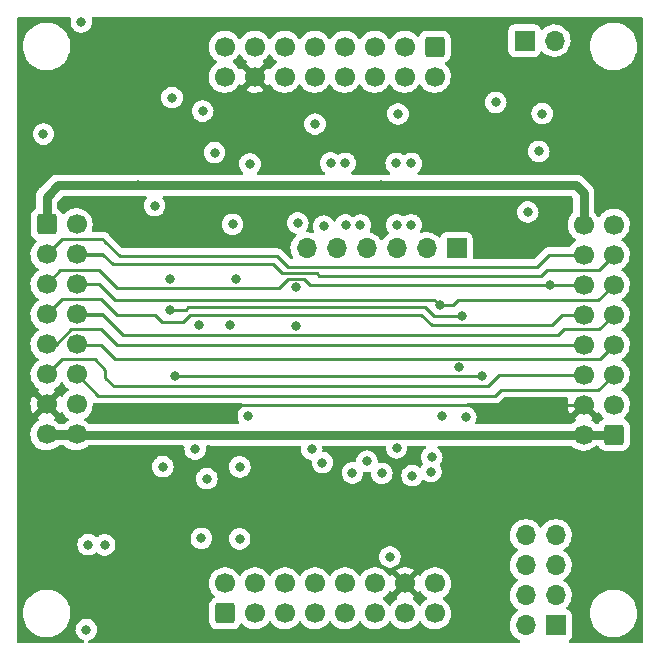
<source format=gbr>
%TF.GenerationSoftware,KiCad,Pcbnew,6.0.11+dfsg-1~bpo11+1*%
%TF.CreationDate,2023-07-05T16:33:08+02:00*%
%TF.ProjectId,avert_21,61766572-745f-4323-912e-6b696361645f,rev?*%
%TF.SameCoordinates,Original*%
%TF.FileFunction,Copper,L3,Inr*%
%TF.FilePolarity,Positive*%
%FSLAX46Y46*%
G04 Gerber Fmt 4.6, Leading zero omitted, Abs format (unit mm)*
G04 Created by KiCad (PCBNEW 6.0.11+dfsg-1~bpo11+1) date 2023-07-05 16:33:08*
%MOMM*%
%LPD*%
G01*
G04 APERTURE LIST*
G04 Aperture macros list*
%AMRoundRect*
0 Rectangle with rounded corners*
0 $1 Rounding radius*
0 $2 $3 $4 $5 $6 $7 $8 $9 X,Y pos of 4 corners*
0 Add a 4 corners polygon primitive as box body*
4,1,4,$2,$3,$4,$5,$6,$7,$8,$9,$2,$3,0*
0 Add four circle primitives for the rounded corners*
1,1,$1+$1,$2,$3*
1,1,$1+$1,$4,$5*
1,1,$1+$1,$6,$7*
1,1,$1+$1,$8,$9*
0 Add four rect primitives between the rounded corners*
20,1,$1+$1,$2,$3,$4,$5,0*
20,1,$1+$1,$4,$5,$6,$7,0*
20,1,$1+$1,$6,$7,$8,$9,0*
20,1,$1+$1,$8,$9,$2,$3,0*%
G04 Aperture macros list end*
%TA.AperFunction,ComponentPad*%
%ADD10RoundRect,0.250000X0.600000X0.600000X-0.600000X0.600000X-0.600000X-0.600000X0.600000X-0.600000X0*%
%TD*%
%TA.AperFunction,ComponentPad*%
%ADD11C,1.700000*%
%TD*%
%TA.AperFunction,ComponentPad*%
%ADD12RoundRect,0.250000X0.600000X-0.600000X0.600000X0.600000X-0.600000X0.600000X-0.600000X-0.600000X0*%
%TD*%
%TA.AperFunction,ComponentPad*%
%ADD13R,1.700000X1.700000*%
%TD*%
%TA.AperFunction,ComponentPad*%
%ADD14O,1.700000X1.700000*%
%TD*%
%TA.AperFunction,ComponentPad*%
%ADD15RoundRect,0.250000X-0.600000X0.600000X-0.600000X-0.600000X0.600000X-0.600000X0.600000X0.600000X0*%
%TD*%
%TA.AperFunction,ComponentPad*%
%ADD16RoundRect,0.250000X-0.600000X-0.600000X0.600000X-0.600000X0.600000X0.600000X-0.600000X0.600000X0*%
%TD*%
%TA.AperFunction,ViaPad*%
%ADD17C,0.800000*%
%TD*%
%TA.AperFunction,Conductor*%
%ADD18C,0.800000*%
%TD*%
%TA.AperFunction,Conductor*%
%ADD19C,0.250000*%
%TD*%
G04 APERTURE END LIST*
D10*
%TO.N,+24V*%
%TO.C,J4*%
X167700000Y-102210000D03*
D11*
X165160000Y-102210000D03*
%TO.N,GND*%
X167700000Y-99670000D03*
%TO.N,Earth*%
X165160000Y-99670000D03*
%TO.N,/CANL*%
X167700000Y-97130000D03*
%TO.N,/CANH*%
X165160000Y-97130000D03*
%TO.N,/SS*%
X167700000Y-94590000D03*
%TO.N,/SCK*%
X165160000Y-94590000D03*
%TO.N,/MOSI*%
X167700000Y-92050000D03*
%TO.N,/MISO*%
X165160000Y-92050000D03*
%TO.N,/SDA*%
X167700000Y-89510000D03*
%TO.N,/SCL*%
X165160000Y-89510000D03*
%TO.N,/RXD*%
X167700000Y-86970000D03*
%TO.N,/TXD*%
X165160000Y-86970000D03*
%TO.N,GND*%
X167700000Y-84430000D03*
%TO.N,+3V3*%
X165160000Y-84430000D03*
%TD*%
D12*
%TO.N,GNDD*%
%TO.C,J2*%
X134790000Y-117340000D03*
D11*
%TO.N,/SC2*%
X134790000Y-114800000D03*
%TO.N,/SD2*%
X137330000Y-117340000D03*
%TO.N,/SC3*%
X137330000Y-114800000D03*
%TO.N,/SD3*%
X139870000Y-117340000D03*
%TO.N,unconnected-(J2-Pad6)*%
X139870000Y-114800000D03*
%TO.N,unconnected-(J2-Pad7)*%
X142410000Y-117340000D03*
%TO.N,unconnected-(J2-Pad8)*%
X142410000Y-114800000D03*
%TO.N,unconnected-(J2-Pad9)*%
X144950000Y-117340000D03*
%TO.N,+5V*%
X144950000Y-114800000D03*
%TO.N,-12V*%
X147490000Y-117340000D03*
%TO.N,+12V*%
X147490000Y-114800000D03*
%TO.N,GNDD*%
X150030000Y-117340000D03*
%TO.N,Earth*%
X150030000Y-114800000D03*
%TO.N,+VSW*%
X152570000Y-117340000D03*
X152570000Y-114800000D03*
%TD*%
D13*
%TO.N,/CANH*%
%TO.C,J7*%
X160155000Y-68840000D03*
D14*
%TO.N,Net-(J7-Pad2)*%
X162695000Y-68840000D03*
%TD*%
D15*
%TO.N,GNDD*%
%TO.C,J1*%
X152550000Y-69357500D03*
D11*
%TO.N,/SC0*%
X152550000Y-71897500D03*
%TO.N,/SD0*%
X150010000Y-69357500D03*
%TO.N,/SC1*%
X150010000Y-71897500D03*
%TO.N,/SD1*%
X147470000Y-69357500D03*
%TO.N,unconnected-(J1-Pad6)*%
X147470000Y-71897500D03*
%TO.N,unconnected-(J1-Pad7)*%
X144930000Y-69357500D03*
%TO.N,unconnected-(J1-Pad8)*%
X144930000Y-71897500D03*
%TO.N,unconnected-(J1-Pad9)*%
X142390000Y-69357500D03*
%TO.N,+5V*%
X142390000Y-71897500D03*
%TO.N,-12V*%
X139850000Y-69357500D03*
%TO.N,+12V*%
X139850000Y-71897500D03*
%TO.N,GNDD*%
X137310000Y-69357500D03*
%TO.N,Earth*%
X137310000Y-71897500D03*
%TO.N,+VSW*%
X134770000Y-69357500D03*
X134770000Y-71897500D03*
%TD*%
D13*
%TO.N,GND*%
%TO.C,J5*%
X154400000Y-86415000D03*
D14*
%TO.N,unconnected-(J5-Pad2)*%
X151860000Y-86415000D03*
%TO.N,+3V3*%
X149320000Y-86415000D03*
%TO.N,/RX_0*%
X146780000Y-86415000D03*
%TO.N,/TX_0*%
X144240000Y-86415000D03*
%TO.N,unconnected-(J5-Pad6)*%
X141700000Y-86415000D03*
%TD*%
D13*
%TO.N,GND*%
%TO.C,J8*%
X162795000Y-118340000D03*
D14*
%TO.N,/ADDR0*%
X160255000Y-118340000D03*
%TO.N,GND*%
X162795000Y-115800000D03*
%TO.N,/ADDR1*%
X160255000Y-115800000D03*
%TO.N,GND*%
X162795000Y-113260000D03*
%TO.N,/ADDR2*%
X160255000Y-113260000D03*
%TO.N,GND*%
X162795000Y-110720000D03*
%TO.N,/ADDR3*%
X160255000Y-110720000D03*
%TD*%
D16*
%TO.N,+3V3*%
%TO.C,J3*%
X119690000Y-84400000D03*
D11*
%TO.N,GND*%
X122230000Y-84400000D03*
%TO.N,/TXD*%
X119690000Y-86940000D03*
%TO.N,/RXD*%
X122230000Y-86940000D03*
%TO.N,/SCL*%
X119690000Y-89480000D03*
%TO.N,/SDA*%
X122230000Y-89480000D03*
%TO.N,/MISO*%
X119690000Y-92020000D03*
%TO.N,/MOSI*%
X122230000Y-92020000D03*
%TO.N,/SCK*%
X119690000Y-94560000D03*
%TO.N,/SS*%
X122230000Y-94560000D03*
%TO.N,/CANH*%
X119690000Y-97100000D03*
%TO.N,/CANL*%
X122230000Y-97100000D03*
%TO.N,Earth*%
X119690000Y-99640000D03*
%TO.N,GND*%
X122230000Y-99640000D03*
%TO.N,+24V*%
X119690000Y-102180000D03*
X122230000Y-102180000D03*
%TD*%
D17*
%TO.N,GND*%
X161650000Y-75020000D03*
X128840000Y-82810000D03*
X123050000Y-118710000D03*
X142140000Y-103440000D03*
X140810000Y-92980000D03*
X160430000Y-83350000D03*
X152300000Y-104100000D03*
X154650000Y-96510000D03*
X135440000Y-84400000D03*
X146260000Y-84470000D03*
X140790000Y-89730000D03*
X140960000Y-84280000D03*
%TO.N,+3V3*%
X127430000Y-81100000D03*
X143050000Y-104570000D03*
X148020000Y-81100000D03*
%TO.N,GNDD*%
X149440000Y-75050000D03*
X136040000Y-111030000D03*
X132270000Y-103430000D03*
X148760000Y-112560000D03*
X132570000Y-92950000D03*
X124610000Y-111540000D03*
X130310000Y-73680000D03*
X133920000Y-78330000D03*
X119420000Y-76760000D03*
X132790000Y-110980000D03*
X135210000Y-92960000D03*
X122630000Y-67270000D03*
%TO.N,+12V*%
X123210000Y-111520000D03*
X136770000Y-100590000D03*
X136050000Y-104930000D03*
%TO.N,-12V*%
X133260000Y-105940000D03*
X129530000Y-104920000D03*
X132910000Y-74810000D03*
%TO.N,+5V*%
X136910000Y-79280000D03*
X142420000Y-75914500D03*
X135690000Y-88990000D03*
%TO.N,/SC2*%
X150570000Y-79250000D03*
%TO.N,/SD2*%
X149290000Y-79230000D03*
%TO.N,/SCL*%
X162340000Y-89520000D03*
%TO.N,/SDA*%
X152990000Y-91260000D03*
%TO.N,Earth*%
X134874500Y-100090000D03*
X131780000Y-84610000D03*
%TO.N,/CTX*%
X153170000Y-100630000D03*
X157720000Y-74080000D03*
%TO.N,/CRX*%
X155180000Y-100720000D03*
X161360000Y-78230000D03*
%TO.N,/IO0*%
X154850000Y-92140000D03*
X130140000Y-89040000D03*
X130160000Y-91620000D03*
%TO.N,/ADDR0*%
X150640000Y-105670000D03*
%TO.N,/ADDR1*%
X152230000Y-105330000D03*
%TO.N,/LED_MQTT*%
X156520000Y-97270000D03*
X130565000Y-97275000D03*
%TO.N,/SC3*%
X144980000Y-79230000D03*
%TO.N,/SD3*%
X143740000Y-79200000D03*
%TO.N,/SCL2*%
X149320000Y-103320000D03*
X150550000Y-84440000D03*
%TO.N,/SDA2*%
X149330000Y-84450000D03*
X148080000Y-105480000D03*
%TO.N,/SCL3*%
X145000000Y-84460000D03*
X146810000Y-104450000D03*
%TO.N,/SDA3*%
X145580000Y-105440000D03*
X143160000Y-84560000D03*
%TD*%
D18*
%TO.N,+3V3*%
X119690000Y-82050000D02*
X120640000Y-81100000D01*
X165160000Y-81740000D02*
X164520000Y-81100000D01*
X163320000Y-81100000D02*
X148020000Y-81100000D01*
X119690000Y-84400000D02*
X119690000Y-82050000D01*
X147320000Y-81100000D02*
X148020000Y-81100000D01*
X120640000Y-81100000D02*
X122830000Y-81100000D01*
X165160000Y-84430000D02*
X165160000Y-81740000D01*
X164520000Y-81100000D02*
X163320000Y-81100000D01*
X122830000Y-81100000D02*
X127430000Y-81100000D01*
X127430000Y-81100000D02*
X147320000Y-81100000D01*
%TO.N,+24V*%
X122995000Y-102200000D02*
X120455000Y-102200000D01*
X167700000Y-102210000D02*
X165160000Y-102210000D01*
X133580000Y-102200000D02*
X133600000Y-102220000D01*
X165160000Y-102210000D02*
X123005000Y-102210000D01*
X123005000Y-102210000D02*
X122995000Y-102200000D01*
X133600000Y-102220000D02*
X164445000Y-102220000D01*
X122995000Y-102200000D02*
X133580000Y-102200000D01*
X119690000Y-102180000D02*
X122230000Y-102180000D01*
D19*
%TO.N,/TXD*%
X119690000Y-86940000D02*
X120970000Y-85660000D01*
X165160000Y-86970000D02*
X163690000Y-86970000D01*
X162210000Y-86980000D02*
X161213198Y-87976802D01*
X140106802Y-87976802D02*
X139210000Y-87080000D01*
X163680000Y-86980000D02*
X162210000Y-86980000D01*
X161213198Y-87976802D02*
X140106802Y-87976802D01*
X124460000Y-85660000D02*
X124585000Y-85785000D01*
X120970000Y-85660000D02*
X124460000Y-85660000D01*
X163690000Y-86970000D02*
X163680000Y-86980000D01*
X139210000Y-87080000D02*
X125880000Y-87080000D01*
X119690000Y-86940000D02*
X120845000Y-85785000D01*
X125880000Y-87080000D02*
X124585000Y-85785000D01*
X164445000Y-86980000D02*
X163680000Y-86980000D01*
%TO.N,/RXD*%
X138820000Y-87790000D02*
X125310000Y-87790000D01*
X162090000Y-88240000D02*
X161570000Y-88760000D01*
X139585000Y-88555000D02*
X138820000Y-87790000D01*
X122230000Y-86940000D02*
X124460000Y-86940000D01*
X161570000Y-88760000D02*
X142770000Y-88760000D01*
X125310000Y-87790000D02*
X124480000Y-86960000D01*
X124480000Y-86960000D02*
X122995000Y-86960000D01*
X142565000Y-88555000D02*
X139585000Y-88555000D01*
X124460000Y-86940000D02*
X124480000Y-86960000D01*
X142770000Y-88760000D02*
X142565000Y-88555000D01*
X167700000Y-86970000D02*
X166430000Y-88240000D01*
X166430000Y-88240000D02*
X162090000Y-88240000D01*
%TO.N,/SCL*%
X164445000Y-89520000D02*
X162340000Y-89520000D01*
X120865000Y-88305000D02*
X124165000Y-88305000D01*
X139370000Y-89790000D02*
X125650000Y-89790000D01*
X165160000Y-89510000D02*
X162350000Y-89510000D01*
X141475000Y-89005000D02*
X140155000Y-89005000D01*
X162340000Y-89520000D02*
X141990000Y-89520000D01*
X119690000Y-89480000D02*
X120865000Y-88305000D01*
X140155000Y-89005000D02*
X139370000Y-89790000D01*
X141990000Y-89520000D02*
X141475000Y-89005000D01*
X125650000Y-89790000D02*
X124185000Y-88325000D01*
X124165000Y-88305000D02*
X124185000Y-88325000D01*
X162350000Y-89510000D02*
X162340000Y-89520000D01*
%TO.N,/SDA*%
X125490000Y-90800000D02*
X125470000Y-90820000D01*
X165685000Y-90820000D02*
X154510000Y-90820000D01*
X124130000Y-89480000D02*
X124365000Y-89715000D01*
X167700000Y-89510000D02*
X166390000Y-90820000D01*
X152990000Y-91260000D02*
X152530000Y-90800000D01*
X166390000Y-90820000D02*
X165685000Y-90820000D01*
X125470000Y-90820000D02*
X124365000Y-89715000D01*
X152530000Y-90800000D02*
X125490000Y-90800000D01*
X122230000Y-89480000D02*
X124130000Y-89480000D01*
X152990000Y-91260000D02*
X154070000Y-91260000D01*
X154070000Y-91260000D02*
X154510000Y-90820000D01*
%TO.N,/MISO*%
X163350000Y-92050000D02*
X163340000Y-92060000D01*
X131220000Y-92680000D02*
X131840000Y-92060000D01*
X162450000Y-92950000D02*
X163340000Y-92060000D01*
X163340000Y-92060000D02*
X164445000Y-92060000D01*
X131840000Y-92060000D02*
X151410000Y-92060000D01*
X152300000Y-92950000D02*
X162450000Y-92950000D01*
X119690000Y-92020000D02*
X120980000Y-90730000D01*
X124330000Y-90730000D02*
X125660000Y-92060000D01*
X151410000Y-92060000D02*
X152300000Y-92950000D01*
X128870000Y-92060000D02*
X129490000Y-92680000D01*
X121765000Y-90730000D02*
X124330000Y-90730000D01*
X125660000Y-92060000D02*
X128870000Y-92060000D01*
X165160000Y-92050000D02*
X163350000Y-92050000D01*
X120980000Y-90730000D02*
X121765000Y-90730000D01*
X129490000Y-92680000D02*
X131220000Y-92680000D01*
%TO.N,/MOSI*%
X122995000Y-92040000D02*
X124430000Y-92040000D01*
X163010000Y-93760000D02*
X163370000Y-93400000D01*
X124430000Y-92040000D02*
X124825000Y-92435000D01*
X163510000Y-93260000D02*
X163370000Y-93400000D01*
X124410000Y-92020000D02*
X124825000Y-92435000D01*
X124825000Y-92435000D02*
X126150000Y-93760000D01*
X166490000Y-93260000D02*
X163510000Y-93260000D01*
X126150000Y-93760000D02*
X163010000Y-93760000D01*
X122230000Y-92020000D02*
X124410000Y-92020000D01*
X167700000Y-92050000D02*
X166490000Y-93260000D01*
%TO.N,/SCK*%
X121785000Y-93250000D02*
X124290000Y-93250000D01*
X125640000Y-94600000D02*
X124290000Y-93250000D01*
X164445000Y-94600000D02*
X125640000Y-94600000D01*
X120455000Y-94580000D02*
X121785000Y-93250000D01*
%TO.N,/SS*%
X166515000Y-95775000D02*
X125495000Y-95775000D01*
X125495000Y-95775000D02*
X124300000Y-94580000D01*
X167700000Y-94590000D02*
X166515000Y-95775000D01*
X124300000Y-94580000D02*
X122995000Y-94580000D01*
%TO.N,/CANH*%
X158020000Y-97140000D02*
X164130000Y-97140000D01*
X164445000Y-97140000D02*
X164130000Y-97140000D01*
X119690000Y-97100000D02*
X120960000Y-95830000D01*
X164140000Y-97130000D02*
X164130000Y-97140000D01*
X157070000Y-98090000D02*
X158020000Y-97140000D01*
X125360000Y-98090000D02*
X157070000Y-98090000D01*
X124640000Y-97370000D02*
X125360000Y-98090000D01*
X165160000Y-97130000D02*
X164140000Y-97130000D01*
X120960000Y-95830000D02*
X123750000Y-95830000D01*
X124640000Y-96720000D02*
X124640000Y-97370000D01*
X123750000Y-95830000D02*
X124640000Y-96720000D01*
%TO.N,/CANL*%
X167700000Y-97130000D02*
X166410000Y-98420000D01*
X122230000Y-97100000D02*
X124060000Y-98930000D01*
X124060000Y-98930000D02*
X125580000Y-98930000D01*
X157640000Y-98930000D02*
X125580000Y-98930000D01*
X166410000Y-98420000D02*
X158150000Y-98420000D01*
X158150000Y-98420000D02*
X157640000Y-98930000D01*
%TO.N,Earth*%
X164445000Y-99680000D02*
X163240000Y-99680000D01*
X165160000Y-99670000D02*
X163250000Y-99670000D01*
X135284500Y-99680000D02*
X134874500Y-100090000D01*
X163240000Y-99680000D02*
X135284500Y-99680000D01*
X163250000Y-99670000D02*
X163240000Y-99680000D01*
%TO.N,/IO0*%
X131690000Y-91430000D02*
X151750000Y-91430000D01*
X151750000Y-91430000D02*
X152460000Y-92140000D01*
X131500000Y-91620000D02*
X131690000Y-91430000D01*
X152460000Y-92140000D02*
X154850000Y-92140000D01*
X130160000Y-91620000D02*
X131500000Y-91620000D01*
%TO.N,/LED_MQTT*%
X130565000Y-97275000D02*
X156515000Y-97275000D01*
X156515000Y-97275000D02*
X156520000Y-97270000D01*
%TD*%
%TA.AperFunction,Conductor*%
%TO.N,Earth*%
G36*
X121706398Y-66868502D02*
G01*
X121752891Y-66922158D01*
X121762995Y-66992432D01*
X121758112Y-67013428D01*
X121736458Y-67080072D01*
X121716496Y-67270000D01*
X121736458Y-67459928D01*
X121795473Y-67641556D01*
X121798776Y-67647278D01*
X121798777Y-67647279D01*
X121821634Y-67686868D01*
X121890960Y-67806944D01*
X121895378Y-67811851D01*
X121895379Y-67811852D01*
X122011209Y-67940494D01*
X122018747Y-67948866D01*
X122106492Y-68012617D01*
X122132421Y-68031455D01*
X122173248Y-68061118D01*
X122179276Y-68063802D01*
X122179278Y-68063803D01*
X122292333Y-68114138D01*
X122347712Y-68138794D01*
X122438986Y-68158195D01*
X122528056Y-68177128D01*
X122528061Y-68177128D01*
X122534513Y-68178500D01*
X122725487Y-68178500D01*
X122731939Y-68177128D01*
X122731944Y-68177128D01*
X122821014Y-68158195D01*
X122912288Y-68138794D01*
X122967667Y-68114138D01*
X123080722Y-68063803D01*
X123080724Y-68063802D01*
X123086752Y-68061118D01*
X123127580Y-68031455D01*
X123153508Y-68012617D01*
X123241253Y-67948866D01*
X123248791Y-67940494D01*
X123364621Y-67811852D01*
X123364622Y-67811851D01*
X123369040Y-67806944D01*
X123438366Y-67686868D01*
X123461223Y-67647279D01*
X123461224Y-67647278D01*
X123464527Y-67641556D01*
X123523542Y-67459928D01*
X123543504Y-67270000D01*
X123523542Y-67080072D01*
X123501890Y-67013434D01*
X123499862Y-66942470D01*
X123536524Y-66881671D01*
X123600236Y-66850346D01*
X123621723Y-66848500D01*
X170060500Y-66848500D01*
X170128621Y-66868502D01*
X170175114Y-66922158D01*
X170186500Y-66974500D01*
X170186500Y-119705500D01*
X170166498Y-119773621D01*
X170112842Y-119820114D01*
X170060500Y-119831500D01*
X164015226Y-119831500D01*
X163947105Y-119811498D01*
X163900612Y-119757842D01*
X163890508Y-119687568D01*
X163920002Y-119622988D01*
X163939661Y-119604674D01*
X164001080Y-119558643D01*
X164001081Y-119558642D01*
X164008261Y-119553261D01*
X164095615Y-119436705D01*
X164146745Y-119300316D01*
X164153500Y-119238134D01*
X164153500Y-117441866D01*
X164146745Y-117379684D01*
X164123965Y-117318918D01*
X165681917Y-117318918D01*
X165682334Y-117326156D01*
X165697682Y-117592320D01*
X165750405Y-117861053D01*
X165751792Y-117865103D01*
X165751793Y-117865108D01*
X165830902Y-118096166D01*
X165839112Y-118120144D01*
X165868221Y-118178021D01*
X165946027Y-118332721D01*
X165962160Y-118364799D01*
X165964586Y-118368328D01*
X165964589Y-118368334D01*
X166104003Y-118571181D01*
X166117274Y-118590490D01*
X166120161Y-118593663D01*
X166120162Y-118593664D01*
X166215555Y-118698500D01*
X166301582Y-118793043D01*
X166511675Y-118968707D01*
X166515316Y-118970991D01*
X166740024Y-119111951D01*
X166740028Y-119111953D01*
X166743664Y-119114234D01*
X166811544Y-119144883D01*
X166989345Y-119225164D01*
X166989349Y-119225166D01*
X166993257Y-119226930D01*
X167052883Y-119244592D01*
X167251723Y-119303491D01*
X167251727Y-119303492D01*
X167255836Y-119304709D01*
X167260070Y-119305357D01*
X167260075Y-119305358D01*
X167522298Y-119345483D01*
X167522300Y-119345483D01*
X167526540Y-119346132D01*
X167665912Y-119348322D01*
X167796071Y-119350367D01*
X167796077Y-119350367D01*
X167800362Y-119350434D01*
X168072235Y-119317534D01*
X168337127Y-119248041D01*
X168341087Y-119246401D01*
X168341092Y-119246399D01*
X168463631Y-119195641D01*
X168590136Y-119143241D01*
X168826582Y-119005073D01*
X169042089Y-118836094D01*
X169083809Y-118793043D01*
X169180207Y-118693567D01*
X169232669Y-118639431D01*
X169235202Y-118635983D01*
X169235206Y-118635978D01*
X169392257Y-118422178D01*
X169394795Y-118418723D01*
X169396841Y-118414955D01*
X169523418Y-118181830D01*
X169523419Y-118181828D01*
X169525468Y-118178054D01*
X169595148Y-117993650D01*
X169620751Y-117925895D01*
X169620752Y-117925891D01*
X169622269Y-117921877D01*
X169663173Y-117743279D01*
X169682449Y-117659117D01*
X169682450Y-117659113D01*
X169683407Y-117654933D01*
X169685363Y-117633023D01*
X169707531Y-117384627D01*
X169707531Y-117384625D01*
X169707751Y-117382161D01*
X169708193Y-117340000D01*
X169702174Y-117251703D01*
X169689859Y-117071055D01*
X169689858Y-117071049D01*
X169689567Y-117066778D01*
X169683242Y-117036233D01*
X169634901Y-116802809D01*
X169634032Y-116798612D01*
X169542617Y-116540465D01*
X169480800Y-116420697D01*
X169418978Y-116300919D01*
X169418978Y-116300918D01*
X169417013Y-116297112D01*
X169407040Y-116282921D01*
X169307663Y-116141522D01*
X169259545Y-116073057D01*
X169177297Y-115984547D01*
X169076046Y-115875588D01*
X169076043Y-115875585D01*
X169073125Y-115872445D01*
X169069810Y-115869731D01*
X169069806Y-115869728D01*
X168864523Y-115701706D01*
X168861205Y-115698990D01*
X168627704Y-115555901D01*
X168611653Y-115548855D01*
X168380873Y-115447549D01*
X168380869Y-115447548D01*
X168376945Y-115445825D01*
X168113566Y-115370800D01*
X168109324Y-115370196D01*
X168109318Y-115370195D01*
X167908834Y-115341662D01*
X167842443Y-115332213D01*
X167698589Y-115331460D01*
X167572877Y-115330802D01*
X167572871Y-115330802D01*
X167568591Y-115330780D01*
X167564347Y-115331339D01*
X167564343Y-115331339D01*
X167445302Y-115347011D01*
X167297078Y-115366525D01*
X167292938Y-115367658D01*
X167292936Y-115367658D01*
X167220008Y-115387609D01*
X167032928Y-115438788D01*
X167028980Y-115440472D01*
X166784982Y-115544546D01*
X166784978Y-115544548D01*
X166781030Y-115546232D01*
X166682688Y-115605088D01*
X166549725Y-115684664D01*
X166549721Y-115684667D01*
X166546043Y-115686868D01*
X166332318Y-115858094D01*
X166262272Y-115931907D01*
X166156683Y-116043175D01*
X166143808Y-116056742D01*
X165984002Y-116279136D01*
X165855857Y-116521161D01*
X165854385Y-116525184D01*
X165854383Y-116525188D01*
X165763353Y-116773938D01*
X165761743Y-116778337D01*
X165703404Y-117045907D01*
X165681917Y-117318918D01*
X164123965Y-117318918D01*
X164095615Y-117243295D01*
X164008261Y-117126739D01*
X163891705Y-117039385D01*
X163864905Y-117029338D01*
X163773203Y-116994960D01*
X163716439Y-116952318D01*
X163691739Y-116885756D01*
X163706947Y-116816408D01*
X163728493Y-116787727D01*
X163825065Y-116691492D01*
X163833096Y-116683489D01*
X163845175Y-116666680D01*
X163960435Y-116506277D01*
X163963453Y-116502077D01*
X163973308Y-116482138D01*
X164060136Y-116306453D01*
X164060137Y-116306451D01*
X164062430Y-116301811D01*
X164127370Y-116088069D01*
X164156529Y-115866590D01*
X164158156Y-115800000D01*
X164139852Y-115577361D01*
X164085431Y-115360702D01*
X163996354Y-115155840D01*
X163875014Y-114968277D01*
X163724670Y-114803051D01*
X163720619Y-114799852D01*
X163720615Y-114799848D01*
X163553414Y-114667800D01*
X163553410Y-114667798D01*
X163549359Y-114664598D01*
X163508053Y-114641796D01*
X163458084Y-114591364D01*
X163443312Y-114521921D01*
X163468428Y-114455516D01*
X163495780Y-114428909D01*
X163539603Y-114397650D01*
X163674860Y-114301173D01*
X163833096Y-114143489D01*
X163845175Y-114126680D01*
X163960435Y-113966277D01*
X163963453Y-113962077D01*
X163973308Y-113942138D01*
X164060136Y-113766453D01*
X164060137Y-113766451D01*
X164062430Y-113761811D01*
X164127370Y-113548069D01*
X164156529Y-113326590D01*
X164158156Y-113260000D01*
X164139852Y-113037361D01*
X164085431Y-112820702D01*
X163996354Y-112615840D01*
X163888097Y-112448500D01*
X163877822Y-112432617D01*
X163877820Y-112432614D01*
X163875014Y-112428277D01*
X163724670Y-112263051D01*
X163720619Y-112259852D01*
X163720615Y-112259848D01*
X163553414Y-112127800D01*
X163553410Y-112127798D01*
X163549359Y-112124598D01*
X163508053Y-112101796D01*
X163458084Y-112051364D01*
X163443312Y-111981921D01*
X163468428Y-111915516D01*
X163495780Y-111888909D01*
X163555783Y-111846109D01*
X163674860Y-111761173D01*
X163699915Y-111736206D01*
X163756209Y-111680107D01*
X163833096Y-111603489D01*
X163892594Y-111520689D01*
X163960435Y-111426277D01*
X163963453Y-111422077D01*
X163976702Y-111395271D01*
X164060136Y-111226453D01*
X164060137Y-111226451D01*
X164062430Y-111221811D01*
X164120707Y-111030000D01*
X164125865Y-111013023D01*
X164125865Y-111013021D01*
X164127370Y-111008069D01*
X164156529Y-110786590D01*
X164156611Y-110783240D01*
X164158074Y-110723365D01*
X164158074Y-110723361D01*
X164158156Y-110720000D01*
X164139852Y-110497361D01*
X164085431Y-110280702D01*
X163996354Y-110075840D01*
X163875014Y-109888277D01*
X163724670Y-109723051D01*
X163720619Y-109719852D01*
X163720615Y-109719848D01*
X163553414Y-109587800D01*
X163553410Y-109587798D01*
X163549359Y-109584598D01*
X163353789Y-109476638D01*
X163348920Y-109474914D01*
X163348916Y-109474912D01*
X163148087Y-109403795D01*
X163148083Y-109403794D01*
X163143212Y-109402069D01*
X163138119Y-109401162D01*
X163138116Y-109401161D01*
X162928373Y-109363800D01*
X162928367Y-109363799D01*
X162923284Y-109362894D01*
X162849452Y-109361992D01*
X162705081Y-109360228D01*
X162705079Y-109360228D01*
X162699911Y-109360165D01*
X162479091Y-109393955D01*
X162266756Y-109463357D01*
X162068607Y-109566507D01*
X162064474Y-109569610D01*
X162064471Y-109569612D01*
X162040247Y-109587800D01*
X161889965Y-109700635D01*
X161735629Y-109862138D01*
X161628201Y-110019621D01*
X161573293Y-110064621D01*
X161502768Y-110072792D01*
X161439021Y-110041538D01*
X161418324Y-110017054D01*
X161337822Y-109892617D01*
X161337820Y-109892614D01*
X161335014Y-109888277D01*
X161184670Y-109723051D01*
X161180619Y-109719852D01*
X161180615Y-109719848D01*
X161013414Y-109587800D01*
X161013410Y-109587798D01*
X161009359Y-109584598D01*
X160813789Y-109476638D01*
X160808920Y-109474914D01*
X160808916Y-109474912D01*
X160608087Y-109403795D01*
X160608083Y-109403794D01*
X160603212Y-109402069D01*
X160598119Y-109401162D01*
X160598116Y-109401161D01*
X160388373Y-109363800D01*
X160388367Y-109363799D01*
X160383284Y-109362894D01*
X160309452Y-109361992D01*
X160165081Y-109360228D01*
X160165079Y-109360228D01*
X160159911Y-109360165D01*
X159939091Y-109393955D01*
X159726756Y-109463357D01*
X159528607Y-109566507D01*
X159524474Y-109569610D01*
X159524471Y-109569612D01*
X159500247Y-109587800D01*
X159349965Y-109700635D01*
X159195629Y-109862138D01*
X159069743Y-110046680D01*
X159054003Y-110080590D01*
X158978725Y-110242763D01*
X158975688Y-110249305D01*
X158915989Y-110464570D01*
X158892251Y-110686695D01*
X158892548Y-110691848D01*
X158892548Y-110691851D01*
X158901678Y-110850192D01*
X158905110Y-110909715D01*
X158906247Y-110914761D01*
X158906248Y-110914767D01*
X158926119Y-111002939D01*
X158954222Y-111127639D01*
X158992461Y-111221811D01*
X159033872Y-111323794D01*
X159038266Y-111334616D01*
X159075435Y-111395271D01*
X159152291Y-111520688D01*
X159154987Y-111525088D01*
X159301250Y-111693938D01*
X159473126Y-111836632D01*
X159489344Y-111846109D01*
X159546445Y-111879476D01*
X159595169Y-111931114D01*
X159608240Y-112000897D01*
X159581509Y-112066669D01*
X159541055Y-112100027D01*
X159528607Y-112106507D01*
X159524474Y-112109610D01*
X159524471Y-112109612D01*
X159354100Y-112237530D01*
X159349965Y-112240635D01*
X159346393Y-112244373D01*
X159260932Y-112333803D01*
X159195629Y-112402138D01*
X159192720Y-112406403D01*
X159192714Y-112406411D01*
X159190153Y-112410166D01*
X159069743Y-112586680D01*
X159054003Y-112620590D01*
X158997013Y-112743365D01*
X158975688Y-112789305D01*
X158915989Y-113004570D01*
X158892251Y-113226695D01*
X158892548Y-113231848D01*
X158892548Y-113231851D01*
X158904633Y-113441448D01*
X158905110Y-113449715D01*
X158906247Y-113454761D01*
X158906248Y-113454767D01*
X158928920Y-113555369D01*
X158954222Y-113667639D01*
X159038266Y-113874616D01*
X159077353Y-113938401D01*
X159152291Y-114060688D01*
X159154987Y-114065088D01*
X159301250Y-114233938D01*
X159473126Y-114376632D01*
X159543595Y-114417811D01*
X159546445Y-114419476D01*
X159595169Y-114471114D01*
X159608240Y-114540897D01*
X159581509Y-114606669D01*
X159541055Y-114640027D01*
X159528607Y-114646507D01*
X159524474Y-114649610D01*
X159524471Y-114649612D01*
X159368531Y-114766695D01*
X159349965Y-114780635D01*
X159195629Y-114942138D01*
X159192720Y-114946403D01*
X159192714Y-114946411D01*
X159163174Y-114989715D01*
X159069743Y-115126680D01*
X159052170Y-115164539D01*
X158986296Y-115306453D01*
X158975688Y-115329305D01*
X158915989Y-115544570D01*
X158892251Y-115766695D01*
X158892548Y-115771848D01*
X158892548Y-115771851D01*
X158900896Y-115916632D01*
X158905110Y-115989715D01*
X158906247Y-115994761D01*
X158906248Y-115994767D01*
X158925659Y-116080897D01*
X158954222Y-116207639D01*
X159038266Y-116414616D01*
X159077353Y-116478401D01*
X159152291Y-116600688D01*
X159154987Y-116605088D01*
X159301250Y-116773938D01*
X159473126Y-116916632D01*
X159529214Y-116949407D01*
X159546445Y-116959476D01*
X159595169Y-117011114D01*
X159608240Y-117080897D01*
X159581509Y-117146669D01*
X159541055Y-117180027D01*
X159528607Y-117186507D01*
X159524474Y-117189610D01*
X159524471Y-117189612D01*
X159354100Y-117317530D01*
X159349965Y-117320635D01*
X159310525Y-117361907D01*
X159256280Y-117418671D01*
X159195629Y-117482138D01*
X159069743Y-117666680D01*
X159067564Y-117671375D01*
X158986296Y-117846453D01*
X158975688Y-117869305D01*
X158915989Y-118084570D01*
X158892251Y-118306695D01*
X158892548Y-118311848D01*
X158892548Y-118311851D01*
X158900896Y-118456632D01*
X158905110Y-118529715D01*
X158906247Y-118534761D01*
X158906248Y-118534767D01*
X158923017Y-118609174D01*
X158954222Y-118747639D01*
X159038266Y-118954616D01*
X159040965Y-118959020D01*
X159136080Y-119114234D01*
X159154987Y-119145088D01*
X159301250Y-119313938D01*
X159473126Y-119456632D01*
X159666000Y-119569338D01*
X159670825Y-119571180D01*
X159670826Y-119571181D01*
X159714321Y-119587790D01*
X159770824Y-119630778D01*
X159795117Y-119697489D01*
X159779487Y-119766743D01*
X159728896Y-119816554D01*
X159669372Y-119831500D01*
X123342212Y-119831500D01*
X123274091Y-119811498D01*
X123227598Y-119757842D01*
X123217494Y-119687568D01*
X123246988Y-119622988D01*
X123306714Y-119584604D01*
X123316015Y-119582254D01*
X123325822Y-119580169D01*
X123325827Y-119580167D01*
X123332288Y-119578794D01*
X123338319Y-119576109D01*
X123500722Y-119503803D01*
X123500724Y-119503802D01*
X123506752Y-119501118D01*
X123661253Y-119388866D01*
X123696322Y-119349918D01*
X123784621Y-119251852D01*
X123784622Y-119251851D01*
X123789040Y-119246944D01*
X123865660Y-119114234D01*
X123881223Y-119087279D01*
X123881224Y-119087278D01*
X123884527Y-119081556D01*
X123943542Y-118899928D01*
X123963504Y-118710000D01*
X123956902Y-118647185D01*
X123944232Y-118526635D01*
X123944232Y-118526633D01*
X123943542Y-118520072D01*
X123884527Y-118338444D01*
X123870379Y-118313938D01*
X123820264Y-118227137D01*
X123789040Y-118173056D01*
X123675534Y-118046994D01*
X123665675Y-118036045D01*
X123665674Y-118036044D01*
X123661253Y-118031134D01*
X123506752Y-117918882D01*
X123500724Y-117916198D01*
X123500722Y-117916197D01*
X123338319Y-117843891D01*
X123338318Y-117843891D01*
X123332288Y-117841206D01*
X123238888Y-117821353D01*
X123151944Y-117802872D01*
X123151939Y-117802872D01*
X123145487Y-117801500D01*
X122954513Y-117801500D01*
X122948061Y-117802872D01*
X122948056Y-117802872D01*
X122861112Y-117821353D01*
X122767712Y-117841206D01*
X122761682Y-117843891D01*
X122761681Y-117843891D01*
X122599278Y-117916197D01*
X122599276Y-117916198D01*
X122593248Y-117918882D01*
X122438747Y-118031134D01*
X122434326Y-118036044D01*
X122434325Y-118036045D01*
X122424467Y-118046994D01*
X122310960Y-118173056D01*
X122279736Y-118227137D01*
X122229622Y-118313938D01*
X122215473Y-118338444D01*
X122156458Y-118520072D01*
X122155768Y-118526633D01*
X122155768Y-118526635D01*
X122143098Y-118647185D01*
X122136496Y-118710000D01*
X122156458Y-118899928D01*
X122215473Y-119081556D01*
X122218776Y-119087278D01*
X122218777Y-119087279D01*
X122234340Y-119114234D01*
X122310960Y-119246944D01*
X122315378Y-119251851D01*
X122315379Y-119251852D01*
X122403678Y-119349918D01*
X122438747Y-119388866D01*
X122593248Y-119501118D01*
X122599276Y-119503802D01*
X122599278Y-119503803D01*
X122761681Y-119576109D01*
X122767712Y-119578794D01*
X122774173Y-119580167D01*
X122774178Y-119580169D01*
X122783985Y-119582254D01*
X122846459Y-119615982D01*
X122880780Y-119678132D01*
X122876052Y-119748971D01*
X122833776Y-119806008D01*
X122767374Y-119831135D01*
X122757788Y-119831500D01*
X117329500Y-119831500D01*
X117261379Y-119811498D01*
X117214886Y-119757842D01*
X117203500Y-119705500D01*
X117203500Y-117318918D01*
X117681917Y-117318918D01*
X117682334Y-117326156D01*
X117697682Y-117592320D01*
X117750405Y-117861053D01*
X117751792Y-117865103D01*
X117751793Y-117865108D01*
X117830902Y-118096166D01*
X117839112Y-118120144D01*
X117868221Y-118178021D01*
X117946027Y-118332721D01*
X117962160Y-118364799D01*
X117964586Y-118368328D01*
X117964589Y-118368334D01*
X118104003Y-118571181D01*
X118117274Y-118590490D01*
X118120161Y-118593663D01*
X118120162Y-118593664D01*
X118215555Y-118698500D01*
X118301582Y-118793043D01*
X118511675Y-118968707D01*
X118515316Y-118970991D01*
X118740024Y-119111951D01*
X118740028Y-119111953D01*
X118743664Y-119114234D01*
X118811544Y-119144883D01*
X118989345Y-119225164D01*
X118989349Y-119225166D01*
X118993257Y-119226930D01*
X119052883Y-119244592D01*
X119251723Y-119303491D01*
X119251727Y-119303492D01*
X119255836Y-119304709D01*
X119260070Y-119305357D01*
X119260075Y-119305358D01*
X119522298Y-119345483D01*
X119522300Y-119345483D01*
X119526540Y-119346132D01*
X119665912Y-119348322D01*
X119796071Y-119350367D01*
X119796077Y-119350367D01*
X119800362Y-119350434D01*
X120072235Y-119317534D01*
X120337127Y-119248041D01*
X120341087Y-119246401D01*
X120341092Y-119246399D01*
X120463631Y-119195641D01*
X120590136Y-119143241D01*
X120826582Y-119005073D01*
X121042089Y-118836094D01*
X121083809Y-118793043D01*
X121180207Y-118693567D01*
X121232669Y-118639431D01*
X121235202Y-118635983D01*
X121235206Y-118635978D01*
X121392257Y-118422178D01*
X121394795Y-118418723D01*
X121396841Y-118414955D01*
X121523418Y-118181830D01*
X121523419Y-118181828D01*
X121525468Y-118178054D01*
X121595148Y-117993650D01*
X121620751Y-117925895D01*
X121620752Y-117925891D01*
X121622269Y-117921877D01*
X121663173Y-117743279D01*
X121682449Y-117659117D01*
X121682450Y-117659113D01*
X121683407Y-117654933D01*
X121685363Y-117633023D01*
X121707531Y-117384627D01*
X121707531Y-117384625D01*
X121707751Y-117382161D01*
X121708193Y-117340000D01*
X121702174Y-117251703D01*
X121689859Y-117071055D01*
X121689858Y-117071049D01*
X121689567Y-117066778D01*
X121683242Y-117036233D01*
X121634901Y-116802809D01*
X121634032Y-116798612D01*
X121542617Y-116540465D01*
X121480800Y-116420697D01*
X121418978Y-116300919D01*
X121418978Y-116300918D01*
X121417013Y-116297112D01*
X121407040Y-116282921D01*
X121307663Y-116141522D01*
X121259545Y-116073057D01*
X121177297Y-115984547D01*
X121076046Y-115875588D01*
X121076043Y-115875585D01*
X121073125Y-115872445D01*
X121069810Y-115869731D01*
X121069806Y-115869728D01*
X120864523Y-115701706D01*
X120861205Y-115698990D01*
X120627704Y-115555901D01*
X120611653Y-115548855D01*
X120380873Y-115447549D01*
X120380869Y-115447548D01*
X120376945Y-115445825D01*
X120113566Y-115370800D01*
X120109324Y-115370196D01*
X120109318Y-115370195D01*
X119908834Y-115341662D01*
X119842443Y-115332213D01*
X119698589Y-115331460D01*
X119572877Y-115330802D01*
X119572871Y-115330802D01*
X119568591Y-115330780D01*
X119564347Y-115331339D01*
X119564343Y-115331339D01*
X119445302Y-115347011D01*
X119297078Y-115366525D01*
X119292938Y-115367658D01*
X119292936Y-115367658D01*
X119220008Y-115387609D01*
X119032928Y-115438788D01*
X119028980Y-115440472D01*
X118784982Y-115544546D01*
X118784978Y-115544548D01*
X118781030Y-115546232D01*
X118682688Y-115605088D01*
X118549725Y-115684664D01*
X118549721Y-115684667D01*
X118546043Y-115686868D01*
X118332318Y-115858094D01*
X118262272Y-115931907D01*
X118156683Y-116043175D01*
X118143808Y-116056742D01*
X117984002Y-116279136D01*
X117855857Y-116521161D01*
X117854385Y-116525184D01*
X117854383Y-116525188D01*
X117763353Y-116773938D01*
X117761743Y-116778337D01*
X117703404Y-117045907D01*
X117681917Y-117318918D01*
X117203500Y-117318918D01*
X117203500Y-114766695D01*
X133427251Y-114766695D01*
X133427548Y-114771848D01*
X133427548Y-114771851D01*
X133433011Y-114866590D01*
X133440110Y-114989715D01*
X133441247Y-114994761D01*
X133441248Y-114994767D01*
X133461119Y-115082939D01*
X133489222Y-115207639D01*
X133573266Y-115414616D01*
X133624019Y-115497438D01*
X133687291Y-115600688D01*
X133689987Y-115605088D01*
X133836250Y-115773938D01*
X133863602Y-115796646D01*
X133906344Y-115832131D01*
X133945979Y-115891033D01*
X133947477Y-115962014D01*
X133910363Y-116022537D01*
X133879312Y-116043175D01*
X133872996Y-116046134D01*
X133866054Y-116048450D01*
X133715652Y-116141522D01*
X133710479Y-116146704D01*
X133655176Y-116202104D01*
X133590695Y-116266697D01*
X133586855Y-116272927D01*
X133586854Y-116272928D01*
X133502466Y-116409831D01*
X133497885Y-116417262D01*
X133478687Y-116475144D01*
X133457021Y-116540465D01*
X133442203Y-116585139D01*
X133431500Y-116689600D01*
X133431500Y-117990400D01*
X133431837Y-117993646D01*
X133431837Y-117993650D01*
X133441271Y-118084570D01*
X133442474Y-118096166D01*
X133444655Y-118102702D01*
X133444655Y-118102704D01*
X133488728Y-118234806D01*
X133498450Y-118263946D01*
X133591522Y-118414348D01*
X133716697Y-118539305D01*
X133722927Y-118543145D01*
X133722928Y-118543146D01*
X133860090Y-118627694D01*
X133867262Y-118632115D01*
X133921371Y-118650062D01*
X134028611Y-118685632D01*
X134028613Y-118685632D01*
X134035139Y-118687797D01*
X134041975Y-118688497D01*
X134041978Y-118688498D01*
X134081372Y-118692534D01*
X134139600Y-118698500D01*
X135440400Y-118698500D01*
X135443646Y-118698163D01*
X135443650Y-118698163D01*
X135539308Y-118688238D01*
X135539312Y-118688237D01*
X135546166Y-118687526D01*
X135552702Y-118685345D01*
X135552704Y-118685345D01*
X135700674Y-118635978D01*
X135713946Y-118631550D01*
X135864348Y-118538478D01*
X135989305Y-118413303D01*
X136017025Y-118368334D01*
X136078276Y-118268966D01*
X136082115Y-118262738D01*
X136084418Y-118255795D01*
X136086763Y-118250766D01*
X136133680Y-118197481D01*
X136201958Y-118178021D01*
X136269918Y-118198564D01*
X136296194Y-118221520D01*
X136372860Y-118310025D01*
X136376250Y-118313938D01*
X136548126Y-118456632D01*
X136741000Y-118569338D01*
X136949692Y-118649030D01*
X136954760Y-118650061D01*
X136954763Y-118650062D01*
X137062017Y-118671883D01*
X137168597Y-118693567D01*
X137173772Y-118693757D01*
X137173774Y-118693757D01*
X137386673Y-118701564D01*
X137386677Y-118701564D01*
X137391837Y-118701753D01*
X137396957Y-118701097D01*
X137396959Y-118701097D01*
X137608288Y-118674025D01*
X137608289Y-118674025D01*
X137613416Y-118673368D01*
X137618366Y-118671883D01*
X137822429Y-118610661D01*
X137822434Y-118610659D01*
X137827384Y-118609174D01*
X138027994Y-118510896D01*
X138209860Y-118381173D01*
X138226292Y-118364799D01*
X138291209Y-118300107D01*
X138368096Y-118223489D01*
X138403632Y-118174036D01*
X138498453Y-118042077D01*
X138499776Y-118043028D01*
X138546645Y-117999857D01*
X138616580Y-117987625D01*
X138682026Y-118015144D01*
X138709875Y-118046994D01*
X138769987Y-118145088D01*
X138916250Y-118313938D01*
X139088126Y-118456632D01*
X139281000Y-118569338D01*
X139489692Y-118649030D01*
X139494760Y-118650061D01*
X139494763Y-118650062D01*
X139602017Y-118671883D01*
X139708597Y-118693567D01*
X139713772Y-118693757D01*
X139713774Y-118693757D01*
X139926673Y-118701564D01*
X139926677Y-118701564D01*
X139931837Y-118701753D01*
X139936957Y-118701097D01*
X139936959Y-118701097D01*
X140148288Y-118674025D01*
X140148289Y-118674025D01*
X140153416Y-118673368D01*
X140158366Y-118671883D01*
X140362429Y-118610661D01*
X140362434Y-118610659D01*
X140367384Y-118609174D01*
X140567994Y-118510896D01*
X140749860Y-118381173D01*
X140766292Y-118364799D01*
X140831209Y-118300107D01*
X140908096Y-118223489D01*
X140943632Y-118174036D01*
X141038453Y-118042077D01*
X141039776Y-118043028D01*
X141086645Y-117999857D01*
X141156580Y-117987625D01*
X141222026Y-118015144D01*
X141249875Y-118046994D01*
X141309987Y-118145088D01*
X141456250Y-118313938D01*
X141628126Y-118456632D01*
X141821000Y-118569338D01*
X142029692Y-118649030D01*
X142034760Y-118650061D01*
X142034763Y-118650062D01*
X142142017Y-118671883D01*
X142248597Y-118693567D01*
X142253772Y-118693757D01*
X142253774Y-118693757D01*
X142466673Y-118701564D01*
X142466677Y-118701564D01*
X142471837Y-118701753D01*
X142476957Y-118701097D01*
X142476959Y-118701097D01*
X142688288Y-118674025D01*
X142688289Y-118674025D01*
X142693416Y-118673368D01*
X142698366Y-118671883D01*
X142902429Y-118610661D01*
X142902434Y-118610659D01*
X142907384Y-118609174D01*
X143107994Y-118510896D01*
X143289860Y-118381173D01*
X143306292Y-118364799D01*
X143371209Y-118300107D01*
X143448096Y-118223489D01*
X143483632Y-118174036D01*
X143578453Y-118042077D01*
X143579776Y-118043028D01*
X143626645Y-117999857D01*
X143696580Y-117987625D01*
X143762026Y-118015144D01*
X143789875Y-118046994D01*
X143849987Y-118145088D01*
X143996250Y-118313938D01*
X144168126Y-118456632D01*
X144361000Y-118569338D01*
X144569692Y-118649030D01*
X144574760Y-118650061D01*
X144574763Y-118650062D01*
X144682017Y-118671883D01*
X144788597Y-118693567D01*
X144793772Y-118693757D01*
X144793774Y-118693757D01*
X145006673Y-118701564D01*
X145006677Y-118701564D01*
X145011837Y-118701753D01*
X145016957Y-118701097D01*
X145016959Y-118701097D01*
X145228288Y-118674025D01*
X145228289Y-118674025D01*
X145233416Y-118673368D01*
X145238366Y-118671883D01*
X145442429Y-118610661D01*
X145442434Y-118610659D01*
X145447384Y-118609174D01*
X145647994Y-118510896D01*
X145829860Y-118381173D01*
X145846292Y-118364799D01*
X145911209Y-118300107D01*
X145988096Y-118223489D01*
X146023632Y-118174036D01*
X146118453Y-118042077D01*
X146119776Y-118043028D01*
X146166645Y-117999857D01*
X146236580Y-117987625D01*
X146302026Y-118015144D01*
X146329875Y-118046994D01*
X146389987Y-118145088D01*
X146536250Y-118313938D01*
X146708126Y-118456632D01*
X146901000Y-118569338D01*
X147109692Y-118649030D01*
X147114760Y-118650061D01*
X147114763Y-118650062D01*
X147222017Y-118671883D01*
X147328597Y-118693567D01*
X147333772Y-118693757D01*
X147333774Y-118693757D01*
X147546673Y-118701564D01*
X147546677Y-118701564D01*
X147551837Y-118701753D01*
X147556957Y-118701097D01*
X147556959Y-118701097D01*
X147768288Y-118674025D01*
X147768289Y-118674025D01*
X147773416Y-118673368D01*
X147778366Y-118671883D01*
X147982429Y-118610661D01*
X147982434Y-118610659D01*
X147987384Y-118609174D01*
X148187994Y-118510896D01*
X148369860Y-118381173D01*
X148386292Y-118364799D01*
X148451209Y-118300107D01*
X148528096Y-118223489D01*
X148563632Y-118174036D01*
X148658453Y-118042077D01*
X148659776Y-118043028D01*
X148706645Y-117999857D01*
X148776580Y-117987625D01*
X148842026Y-118015144D01*
X148869875Y-118046994D01*
X148929987Y-118145088D01*
X149076250Y-118313938D01*
X149248126Y-118456632D01*
X149441000Y-118569338D01*
X149649692Y-118649030D01*
X149654760Y-118650061D01*
X149654763Y-118650062D01*
X149762017Y-118671883D01*
X149868597Y-118693567D01*
X149873772Y-118693757D01*
X149873774Y-118693757D01*
X150086673Y-118701564D01*
X150086677Y-118701564D01*
X150091837Y-118701753D01*
X150096957Y-118701097D01*
X150096959Y-118701097D01*
X150308288Y-118674025D01*
X150308289Y-118674025D01*
X150313416Y-118673368D01*
X150318366Y-118671883D01*
X150522429Y-118610661D01*
X150522434Y-118610659D01*
X150527384Y-118609174D01*
X150727994Y-118510896D01*
X150909860Y-118381173D01*
X150926292Y-118364799D01*
X150991209Y-118300107D01*
X151068096Y-118223489D01*
X151103632Y-118174036D01*
X151198453Y-118042077D01*
X151199776Y-118043028D01*
X151246645Y-117999857D01*
X151316580Y-117987625D01*
X151382026Y-118015144D01*
X151409875Y-118046994D01*
X151469987Y-118145088D01*
X151616250Y-118313938D01*
X151788126Y-118456632D01*
X151981000Y-118569338D01*
X152189692Y-118649030D01*
X152194760Y-118650061D01*
X152194763Y-118650062D01*
X152302017Y-118671883D01*
X152408597Y-118693567D01*
X152413772Y-118693757D01*
X152413774Y-118693757D01*
X152626673Y-118701564D01*
X152626677Y-118701564D01*
X152631837Y-118701753D01*
X152636957Y-118701097D01*
X152636959Y-118701097D01*
X152848288Y-118674025D01*
X152848289Y-118674025D01*
X152853416Y-118673368D01*
X152858366Y-118671883D01*
X153062429Y-118610661D01*
X153062434Y-118610659D01*
X153067384Y-118609174D01*
X153267994Y-118510896D01*
X153449860Y-118381173D01*
X153466292Y-118364799D01*
X153531209Y-118300107D01*
X153608096Y-118223489D01*
X153643632Y-118174036D01*
X153735435Y-118046277D01*
X153738453Y-118042077D01*
X153743862Y-118031134D01*
X153835136Y-117846453D01*
X153835137Y-117846451D01*
X153837430Y-117841811D01*
X153902370Y-117628069D01*
X153931529Y-117406590D01*
X153931630Y-117402476D01*
X153933074Y-117343365D01*
X153933074Y-117343361D01*
X153933156Y-117340000D01*
X153914852Y-117117361D01*
X153860431Y-116900702D01*
X153771354Y-116695840D01*
X153673452Y-116544506D01*
X153652822Y-116512617D01*
X153652820Y-116512614D01*
X153650014Y-116508277D01*
X153499670Y-116343051D01*
X153495619Y-116339852D01*
X153495615Y-116339848D01*
X153328414Y-116207800D01*
X153328410Y-116207798D01*
X153324359Y-116204598D01*
X153283053Y-116181796D01*
X153233084Y-116131364D01*
X153218312Y-116061921D01*
X153243428Y-115995516D01*
X153270780Y-115968909D01*
X153335110Y-115923023D01*
X153449860Y-115841173D01*
X153608096Y-115683489D01*
X153667594Y-115600689D01*
X153735435Y-115506277D01*
X153738453Y-115502077D01*
X153751995Y-115474678D01*
X153835136Y-115306453D01*
X153835137Y-115306451D01*
X153837430Y-115301811D01*
X153902370Y-115088069D01*
X153931529Y-114866590D01*
X153933156Y-114800000D01*
X153914852Y-114577361D01*
X153860431Y-114360702D01*
X153771354Y-114155840D01*
X153650014Y-113968277D01*
X153499670Y-113803051D01*
X153495619Y-113799852D01*
X153495615Y-113799848D01*
X153328414Y-113667800D01*
X153328410Y-113667798D01*
X153324359Y-113664598D01*
X153128789Y-113556638D01*
X153123920Y-113554914D01*
X153123916Y-113554912D01*
X152923087Y-113483795D01*
X152923083Y-113483794D01*
X152918212Y-113482069D01*
X152913119Y-113481162D01*
X152913116Y-113481161D01*
X152703373Y-113443800D01*
X152703367Y-113443799D01*
X152698284Y-113442894D01*
X152624452Y-113441992D01*
X152480081Y-113440228D01*
X152480079Y-113440228D01*
X152474911Y-113440165D01*
X152254091Y-113473955D01*
X152041756Y-113543357D01*
X151843607Y-113646507D01*
X151839474Y-113649610D01*
X151839471Y-113649612D01*
X151669100Y-113777530D01*
X151664965Y-113780635D01*
X151661393Y-113784373D01*
X151517313Y-113935144D01*
X151510629Y-113942138D01*
X151507720Y-113946403D01*
X151507714Y-113946411D01*
X151496379Y-113963028D01*
X151403204Y-114099618D01*
X151402898Y-114100066D01*
X151347987Y-114145069D01*
X151277462Y-114153240D01*
X151213715Y-114121986D01*
X151193017Y-114097501D01*
X151163062Y-114051197D01*
X151152377Y-114041995D01*
X151142812Y-114046398D01*
X150402022Y-114787188D01*
X150394408Y-114801132D01*
X150394539Y-114802965D01*
X150398790Y-114809580D01*
X151140474Y-115551264D01*
X151152484Y-115557823D01*
X151164223Y-115548855D01*
X151198022Y-115501819D01*
X151199277Y-115502721D01*
X151246391Y-115459355D01*
X151316330Y-115447148D01*
X151381767Y-115474691D01*
X151409580Y-115506513D01*
X151467287Y-115600683D01*
X151467291Y-115600688D01*
X151469987Y-115605088D01*
X151616250Y-115773938D01*
X151788126Y-115916632D01*
X151799063Y-115923023D01*
X151861445Y-115959476D01*
X151910169Y-116011114D01*
X151923240Y-116080897D01*
X151896509Y-116146669D01*
X151856055Y-116180027D01*
X151843607Y-116186507D01*
X151839474Y-116189610D01*
X151839471Y-116189612D01*
X151669100Y-116317530D01*
X151664965Y-116320635D01*
X151661393Y-116324373D01*
X151517313Y-116475144D01*
X151510629Y-116482138D01*
X151403201Y-116639621D01*
X151348293Y-116684621D01*
X151277768Y-116692792D01*
X151214021Y-116661538D01*
X151193324Y-116637054D01*
X151112822Y-116512617D01*
X151112820Y-116512614D01*
X151110014Y-116508277D01*
X150959670Y-116343051D01*
X150955619Y-116339852D01*
X150955615Y-116339848D01*
X150788414Y-116207800D01*
X150788410Y-116207798D01*
X150784359Y-116204598D01*
X150742569Y-116181529D01*
X150692598Y-116131097D01*
X150677826Y-116061654D01*
X150702942Y-115995248D01*
X150730293Y-115968642D01*
X150779247Y-115933723D01*
X150787648Y-115923023D01*
X150780660Y-115909870D01*
X150042812Y-115172022D01*
X150028868Y-115164408D01*
X150027035Y-115164539D01*
X150020420Y-115168790D01*
X149276737Y-115912473D01*
X149269977Y-115924853D01*
X149275258Y-115931907D01*
X149321969Y-115959203D01*
X149370693Y-116010841D01*
X149383764Y-116080624D01*
X149357033Y-116146396D01*
X149316584Y-116179752D01*
X149303607Y-116186507D01*
X149299474Y-116189610D01*
X149299471Y-116189612D01*
X149129100Y-116317530D01*
X149124965Y-116320635D01*
X149121393Y-116324373D01*
X148977313Y-116475144D01*
X148970629Y-116482138D01*
X148863201Y-116639621D01*
X148808293Y-116684621D01*
X148737768Y-116692792D01*
X148674021Y-116661538D01*
X148653324Y-116637054D01*
X148572822Y-116512617D01*
X148572820Y-116512614D01*
X148570014Y-116508277D01*
X148419670Y-116343051D01*
X148415619Y-116339852D01*
X148415615Y-116339848D01*
X148248414Y-116207800D01*
X148248410Y-116207798D01*
X148244359Y-116204598D01*
X148203053Y-116181796D01*
X148153084Y-116131364D01*
X148138312Y-116061921D01*
X148163428Y-115995516D01*
X148190780Y-115968909D01*
X148255110Y-115923023D01*
X148369860Y-115841173D01*
X148528096Y-115683489D01*
X148587594Y-115600689D01*
X148658453Y-115502077D01*
X148659640Y-115502930D01*
X148706960Y-115459362D01*
X148776897Y-115447145D01*
X148842338Y-115474678D01*
X148870166Y-115506512D01*
X148896459Y-115549419D01*
X148906916Y-115558880D01*
X148915694Y-115555096D01*
X149657978Y-114812812D01*
X149665592Y-114798868D01*
X149665461Y-114797035D01*
X149661210Y-114790420D01*
X148919849Y-114049059D01*
X148908313Y-114042759D01*
X148896031Y-114052382D01*
X148863499Y-114100072D01*
X148808587Y-114145075D01*
X148738063Y-114153246D01*
X148674316Y-114121992D01*
X148653618Y-114097508D01*
X148572822Y-113972617D01*
X148572820Y-113972614D01*
X148570014Y-113968277D01*
X148419670Y-113803051D01*
X148415619Y-113799852D01*
X148415615Y-113799848D01*
X148259338Y-113676427D01*
X149271223Y-113676427D01*
X149277968Y-113688758D01*
X150017188Y-114427978D01*
X150031132Y-114435592D01*
X150032965Y-114435461D01*
X150039580Y-114431210D01*
X150783389Y-113687401D01*
X150790410Y-113674544D01*
X150783611Y-113665213D01*
X150779554Y-113662518D01*
X150593117Y-113559599D01*
X150583705Y-113555369D01*
X150382959Y-113484280D01*
X150372989Y-113481646D01*
X150163327Y-113444301D01*
X150153073Y-113443331D01*
X149940116Y-113440728D01*
X149929832Y-113441448D01*
X149719321Y-113473661D01*
X149709293Y-113476050D01*
X149506868Y-113542212D01*
X149497359Y-113546209D01*
X149308466Y-113644540D01*
X149299734Y-113650039D01*
X149279677Y-113665099D01*
X149271223Y-113676427D01*
X148259338Y-113676427D01*
X148248414Y-113667800D01*
X148248410Y-113667798D01*
X148244359Y-113664598D01*
X148048789Y-113556638D01*
X148043920Y-113554914D01*
X148043916Y-113554912D01*
X147843087Y-113483795D01*
X147843083Y-113483794D01*
X147838212Y-113482069D01*
X147833119Y-113481162D01*
X147833116Y-113481161D01*
X147623373Y-113443800D01*
X147623367Y-113443799D01*
X147618284Y-113442894D01*
X147544452Y-113441992D01*
X147400081Y-113440228D01*
X147400079Y-113440228D01*
X147394911Y-113440165D01*
X147174091Y-113473955D01*
X146961756Y-113543357D01*
X146763607Y-113646507D01*
X146759474Y-113649610D01*
X146759471Y-113649612D01*
X146589100Y-113777530D01*
X146584965Y-113780635D01*
X146581393Y-113784373D01*
X146437313Y-113935144D01*
X146430629Y-113942138D01*
X146323201Y-114099621D01*
X146268293Y-114144621D01*
X146197768Y-114152792D01*
X146134021Y-114121538D01*
X146113324Y-114097054D01*
X146032822Y-113972617D01*
X146032820Y-113972614D01*
X146030014Y-113968277D01*
X145879670Y-113803051D01*
X145875619Y-113799852D01*
X145875615Y-113799848D01*
X145708414Y-113667800D01*
X145708410Y-113667798D01*
X145704359Y-113664598D01*
X145508789Y-113556638D01*
X145503920Y-113554914D01*
X145503916Y-113554912D01*
X145303087Y-113483795D01*
X145303083Y-113483794D01*
X145298212Y-113482069D01*
X145293119Y-113481162D01*
X145293116Y-113481161D01*
X145083373Y-113443800D01*
X145083367Y-113443799D01*
X145078284Y-113442894D01*
X145004452Y-113441992D01*
X144860081Y-113440228D01*
X144860079Y-113440228D01*
X144854911Y-113440165D01*
X144634091Y-113473955D01*
X144421756Y-113543357D01*
X144223607Y-113646507D01*
X144219474Y-113649610D01*
X144219471Y-113649612D01*
X144049100Y-113777530D01*
X144044965Y-113780635D01*
X144041393Y-113784373D01*
X143897313Y-113935144D01*
X143890629Y-113942138D01*
X143783201Y-114099621D01*
X143728293Y-114144621D01*
X143657768Y-114152792D01*
X143594021Y-114121538D01*
X143573324Y-114097054D01*
X143492822Y-113972617D01*
X143492820Y-113972614D01*
X143490014Y-113968277D01*
X143339670Y-113803051D01*
X143335619Y-113799852D01*
X143335615Y-113799848D01*
X143168414Y-113667800D01*
X143168410Y-113667798D01*
X143164359Y-113664598D01*
X142968789Y-113556638D01*
X142963920Y-113554914D01*
X142963916Y-113554912D01*
X142763087Y-113483795D01*
X142763083Y-113483794D01*
X142758212Y-113482069D01*
X142753119Y-113481162D01*
X142753116Y-113481161D01*
X142543373Y-113443800D01*
X142543367Y-113443799D01*
X142538284Y-113442894D01*
X142464452Y-113441992D01*
X142320081Y-113440228D01*
X142320079Y-113440228D01*
X142314911Y-113440165D01*
X142094091Y-113473955D01*
X141881756Y-113543357D01*
X141683607Y-113646507D01*
X141679474Y-113649610D01*
X141679471Y-113649612D01*
X141509100Y-113777530D01*
X141504965Y-113780635D01*
X141501393Y-113784373D01*
X141357313Y-113935144D01*
X141350629Y-113942138D01*
X141243201Y-114099621D01*
X141188293Y-114144621D01*
X141117768Y-114152792D01*
X141054021Y-114121538D01*
X141033324Y-114097054D01*
X140952822Y-113972617D01*
X140952820Y-113972614D01*
X140950014Y-113968277D01*
X140799670Y-113803051D01*
X140795619Y-113799852D01*
X140795615Y-113799848D01*
X140628414Y-113667800D01*
X140628410Y-113667798D01*
X140624359Y-113664598D01*
X140428789Y-113556638D01*
X140423920Y-113554914D01*
X140423916Y-113554912D01*
X140223087Y-113483795D01*
X140223083Y-113483794D01*
X140218212Y-113482069D01*
X140213119Y-113481162D01*
X140213116Y-113481161D01*
X140003373Y-113443800D01*
X140003367Y-113443799D01*
X139998284Y-113442894D01*
X139924452Y-113441992D01*
X139780081Y-113440228D01*
X139780079Y-113440228D01*
X139774911Y-113440165D01*
X139554091Y-113473955D01*
X139341756Y-113543357D01*
X139143607Y-113646507D01*
X139139474Y-113649610D01*
X139139471Y-113649612D01*
X138969100Y-113777530D01*
X138964965Y-113780635D01*
X138961393Y-113784373D01*
X138817313Y-113935144D01*
X138810629Y-113942138D01*
X138703201Y-114099621D01*
X138648293Y-114144621D01*
X138577768Y-114152792D01*
X138514021Y-114121538D01*
X138493324Y-114097054D01*
X138412822Y-113972617D01*
X138412820Y-113972614D01*
X138410014Y-113968277D01*
X138259670Y-113803051D01*
X138255619Y-113799852D01*
X138255615Y-113799848D01*
X138088414Y-113667800D01*
X138088410Y-113667798D01*
X138084359Y-113664598D01*
X137888789Y-113556638D01*
X137883920Y-113554914D01*
X137883916Y-113554912D01*
X137683087Y-113483795D01*
X137683083Y-113483794D01*
X137678212Y-113482069D01*
X137673119Y-113481162D01*
X137673116Y-113481161D01*
X137463373Y-113443800D01*
X137463367Y-113443799D01*
X137458284Y-113442894D01*
X137384452Y-113441992D01*
X137240081Y-113440228D01*
X137240079Y-113440228D01*
X137234911Y-113440165D01*
X137014091Y-113473955D01*
X136801756Y-113543357D01*
X136603607Y-113646507D01*
X136599474Y-113649610D01*
X136599471Y-113649612D01*
X136429100Y-113777530D01*
X136424965Y-113780635D01*
X136421393Y-113784373D01*
X136277313Y-113935144D01*
X136270629Y-113942138D01*
X136163201Y-114099621D01*
X136108293Y-114144621D01*
X136037768Y-114152792D01*
X135974021Y-114121538D01*
X135953324Y-114097054D01*
X135872822Y-113972617D01*
X135872820Y-113972614D01*
X135870014Y-113968277D01*
X135719670Y-113803051D01*
X135715619Y-113799852D01*
X135715615Y-113799848D01*
X135548414Y-113667800D01*
X135548410Y-113667798D01*
X135544359Y-113664598D01*
X135348789Y-113556638D01*
X135343920Y-113554914D01*
X135343916Y-113554912D01*
X135143087Y-113483795D01*
X135143083Y-113483794D01*
X135138212Y-113482069D01*
X135133119Y-113481162D01*
X135133116Y-113481161D01*
X134923373Y-113443800D01*
X134923367Y-113443799D01*
X134918284Y-113442894D01*
X134844452Y-113441992D01*
X134700081Y-113440228D01*
X134700079Y-113440228D01*
X134694911Y-113440165D01*
X134474091Y-113473955D01*
X134261756Y-113543357D01*
X134063607Y-113646507D01*
X134059474Y-113649610D01*
X134059471Y-113649612D01*
X133889100Y-113777530D01*
X133884965Y-113780635D01*
X133881393Y-113784373D01*
X133737313Y-113935144D01*
X133730629Y-113942138D01*
X133727720Y-113946403D01*
X133727714Y-113946411D01*
X133716379Y-113963028D01*
X133604743Y-114126680D01*
X133589003Y-114160590D01*
X133522355Y-114304171D01*
X133510688Y-114329305D01*
X133450989Y-114544570D01*
X133427251Y-114766695D01*
X117203500Y-114766695D01*
X117203500Y-112560000D01*
X147846496Y-112560000D01*
X147866458Y-112749928D01*
X147925473Y-112931556D01*
X148020960Y-113096944D01*
X148148747Y-113238866D01*
X148303248Y-113351118D01*
X148309276Y-113353802D01*
X148309278Y-113353803D01*
X148471681Y-113426109D01*
X148477712Y-113428794D01*
X148551824Y-113444547D01*
X148658056Y-113467128D01*
X148658061Y-113467128D01*
X148664513Y-113468500D01*
X148855487Y-113468500D01*
X148861939Y-113467128D01*
X148861944Y-113467128D01*
X148968176Y-113444547D01*
X149042288Y-113428794D01*
X149048319Y-113426109D01*
X149210722Y-113353803D01*
X149210724Y-113353802D01*
X149216752Y-113351118D01*
X149371253Y-113238866D01*
X149499040Y-113096944D01*
X149594527Y-112931556D01*
X149653542Y-112749928D01*
X149673504Y-112560000D01*
X149657612Y-112408794D01*
X149654232Y-112376635D01*
X149654232Y-112376633D01*
X149653542Y-112370072D01*
X149594527Y-112188444D01*
X149499040Y-112023056D01*
X149388390Y-111900166D01*
X149375675Y-111886045D01*
X149375674Y-111886044D01*
X149371253Y-111881134D01*
X149216752Y-111768882D01*
X149210724Y-111766198D01*
X149210722Y-111766197D01*
X149048319Y-111693891D01*
X149048318Y-111693891D01*
X149042288Y-111691206D01*
X148948887Y-111671353D01*
X148861944Y-111652872D01*
X148861939Y-111652872D01*
X148855487Y-111651500D01*
X148664513Y-111651500D01*
X148658061Y-111652872D01*
X148658056Y-111652872D01*
X148571112Y-111671353D01*
X148477712Y-111691206D01*
X148471682Y-111693891D01*
X148471681Y-111693891D01*
X148309278Y-111766197D01*
X148309276Y-111766198D01*
X148303248Y-111768882D01*
X148148747Y-111881134D01*
X148144326Y-111886044D01*
X148144325Y-111886045D01*
X148131611Y-111900166D01*
X148020960Y-112023056D01*
X147925473Y-112188444D01*
X147866458Y-112370072D01*
X147865768Y-112376633D01*
X147865768Y-112376635D01*
X147862388Y-112408794D01*
X147846496Y-112560000D01*
X117203500Y-112560000D01*
X117203500Y-111520000D01*
X122296496Y-111520000D01*
X122316458Y-111709928D01*
X122375473Y-111891556D01*
X122470960Y-112056944D01*
X122475378Y-112061851D01*
X122475379Y-112061852D01*
X122515587Y-112106507D01*
X122598747Y-112198866D01*
X122753248Y-112311118D01*
X122759276Y-112313802D01*
X122759278Y-112313803D01*
X122885661Y-112370072D01*
X122927712Y-112388794D01*
X123010593Y-112406411D01*
X123108056Y-112427128D01*
X123108061Y-112427128D01*
X123114513Y-112428500D01*
X123305487Y-112428500D01*
X123311939Y-112427128D01*
X123311944Y-112427128D01*
X123409407Y-112406411D01*
X123492288Y-112388794D01*
X123534339Y-112370072D01*
X123660722Y-112313803D01*
X123660724Y-112313802D01*
X123666752Y-112311118D01*
X123793726Y-112218866D01*
X123821253Y-112198866D01*
X123822117Y-112200055D01*
X123879236Y-112172640D01*
X123949690Y-112181402D01*
X123989183Y-112209808D01*
X123989423Y-112209541D01*
X123991848Y-112211724D01*
X123993178Y-112212681D01*
X123998747Y-112218866D01*
X124153248Y-112331118D01*
X124159276Y-112333802D01*
X124159278Y-112333803D01*
X124312762Y-112402138D01*
X124327712Y-112408794D01*
X124413966Y-112427128D01*
X124508056Y-112447128D01*
X124508061Y-112447128D01*
X124514513Y-112448500D01*
X124705487Y-112448500D01*
X124711939Y-112447128D01*
X124711944Y-112447128D01*
X124806034Y-112427128D01*
X124892288Y-112408794D01*
X124907238Y-112402138D01*
X125060722Y-112333803D01*
X125060724Y-112333802D01*
X125066752Y-112331118D01*
X125221253Y-112218866D01*
X125235765Y-112202749D01*
X125344621Y-112081852D01*
X125344622Y-112081851D01*
X125349040Y-112076944D01*
X125444527Y-111911556D01*
X125503542Y-111729928D01*
X125523504Y-111540000D01*
X125511627Y-111426994D01*
X125504232Y-111356635D01*
X125504232Y-111356633D01*
X125503542Y-111350072D01*
X125444527Y-111168444D01*
X125349040Y-111003056D01*
X125336181Y-110988774D01*
X125328281Y-110980000D01*
X131876496Y-110980000D01*
X131877186Y-110986565D01*
X131895701Y-111162721D01*
X131896458Y-111169928D01*
X131955473Y-111351556D01*
X132050960Y-111516944D01*
X132055378Y-111521851D01*
X132055379Y-111521852D01*
X132095980Y-111566944D01*
X132178747Y-111658866D01*
X132333248Y-111771118D01*
X132339276Y-111773802D01*
X132339278Y-111773803D01*
X132501681Y-111846109D01*
X132507712Y-111848794D01*
X132601112Y-111868647D01*
X132688056Y-111887128D01*
X132688061Y-111887128D01*
X132694513Y-111888500D01*
X132885487Y-111888500D01*
X132891939Y-111887128D01*
X132891944Y-111887128D01*
X132978888Y-111868647D01*
X133072288Y-111848794D01*
X133078319Y-111846109D01*
X133240722Y-111773803D01*
X133240724Y-111773802D01*
X133246752Y-111771118D01*
X133401253Y-111658866D01*
X133484020Y-111566944D01*
X133524621Y-111521852D01*
X133524622Y-111521851D01*
X133529040Y-111516944D01*
X133624527Y-111351556D01*
X133683542Y-111169928D01*
X133684300Y-111162721D01*
X133698249Y-111030000D01*
X135126496Y-111030000D01*
X135127186Y-111036565D01*
X135145171Y-111207680D01*
X135146458Y-111219928D01*
X135205473Y-111401556D01*
X135300960Y-111566944D01*
X135305378Y-111571851D01*
X135305379Y-111571852D01*
X135411788Y-111690031D01*
X135428747Y-111708866D01*
X135583248Y-111821118D01*
X135589276Y-111823802D01*
X135589278Y-111823803D01*
X135741455Y-111891556D01*
X135757712Y-111898794D01*
X135844677Y-111917279D01*
X135938056Y-111937128D01*
X135938061Y-111937128D01*
X135944513Y-111938500D01*
X136135487Y-111938500D01*
X136141939Y-111937128D01*
X136141944Y-111937128D01*
X136235323Y-111917279D01*
X136322288Y-111898794D01*
X136338545Y-111891556D01*
X136490722Y-111823803D01*
X136490724Y-111823802D01*
X136496752Y-111821118D01*
X136651253Y-111708866D01*
X136668212Y-111690031D01*
X136774621Y-111571852D01*
X136774622Y-111571851D01*
X136779040Y-111566944D01*
X136874527Y-111401556D01*
X136933542Y-111219928D01*
X136934830Y-111207680D01*
X136952814Y-111036565D01*
X136953504Y-111030000D01*
X136934404Y-110848276D01*
X136934232Y-110846635D01*
X136934232Y-110846633D01*
X136933542Y-110840072D01*
X136874527Y-110658444D01*
X136779040Y-110493056D01*
X136758017Y-110469707D01*
X136655675Y-110356045D01*
X136655674Y-110356044D01*
X136651253Y-110351134D01*
X136496752Y-110238882D01*
X136490724Y-110236198D01*
X136490722Y-110236197D01*
X136328319Y-110163891D01*
X136328318Y-110163891D01*
X136322288Y-110161206D01*
X136228888Y-110141353D01*
X136141944Y-110122872D01*
X136141939Y-110122872D01*
X136135487Y-110121500D01*
X135944513Y-110121500D01*
X135938061Y-110122872D01*
X135938056Y-110122872D01*
X135851112Y-110141353D01*
X135757712Y-110161206D01*
X135751682Y-110163891D01*
X135751681Y-110163891D01*
X135589278Y-110236197D01*
X135589276Y-110236198D01*
X135583248Y-110238882D01*
X135428747Y-110351134D01*
X135424326Y-110356044D01*
X135424325Y-110356045D01*
X135321984Y-110469707D01*
X135300960Y-110493056D01*
X135205473Y-110658444D01*
X135146458Y-110840072D01*
X135145768Y-110846633D01*
X135145768Y-110846635D01*
X135145596Y-110848276D01*
X135126496Y-111030000D01*
X133698249Y-111030000D01*
X133702814Y-110986565D01*
X133703504Y-110980000D01*
X133689861Y-110850192D01*
X133684232Y-110796635D01*
X133684232Y-110796633D01*
X133683542Y-110790072D01*
X133624527Y-110608444D01*
X133529040Y-110443056D01*
X133401253Y-110301134D01*
X133246752Y-110188882D01*
X133240724Y-110186198D01*
X133240722Y-110186197D01*
X133078319Y-110113891D01*
X133078318Y-110113891D01*
X133072288Y-110111206D01*
X132978887Y-110091353D01*
X132891944Y-110072872D01*
X132891939Y-110072872D01*
X132885487Y-110071500D01*
X132694513Y-110071500D01*
X132688061Y-110072872D01*
X132688056Y-110072872D01*
X132601113Y-110091353D01*
X132507712Y-110111206D01*
X132501682Y-110113891D01*
X132501681Y-110113891D01*
X132339278Y-110186197D01*
X132339276Y-110186198D01*
X132333248Y-110188882D01*
X132178747Y-110301134D01*
X132050960Y-110443056D01*
X131955473Y-110608444D01*
X131896458Y-110790072D01*
X131895768Y-110796633D01*
X131895768Y-110796635D01*
X131890139Y-110850192D01*
X131876496Y-110980000D01*
X125328281Y-110980000D01*
X125225675Y-110866045D01*
X125225674Y-110866044D01*
X125221253Y-110861134D01*
X125066752Y-110748882D01*
X125060724Y-110746198D01*
X125060722Y-110746197D01*
X124898319Y-110673891D01*
X124898318Y-110673891D01*
X124892288Y-110671206D01*
X124791741Y-110649834D01*
X124711944Y-110632872D01*
X124711939Y-110632872D01*
X124705487Y-110631500D01*
X124514513Y-110631500D01*
X124508061Y-110632872D01*
X124508056Y-110632872D01*
X124428259Y-110649834D01*
X124327712Y-110671206D01*
X124321682Y-110673891D01*
X124321681Y-110673891D01*
X124159278Y-110746197D01*
X124159276Y-110746198D01*
X124153248Y-110748882D01*
X124147907Y-110752762D01*
X124147906Y-110752763D01*
X124019523Y-110846039D01*
X123998747Y-110861134D01*
X123997883Y-110859945D01*
X123940764Y-110887360D01*
X123870310Y-110878598D01*
X123830817Y-110850192D01*
X123830577Y-110850459D01*
X123828152Y-110848276D01*
X123826822Y-110847319D01*
X123821253Y-110841134D01*
X123666752Y-110728882D01*
X123660724Y-110726198D01*
X123660722Y-110726197D01*
X123498319Y-110653891D01*
X123498318Y-110653891D01*
X123492288Y-110651206D01*
X123398888Y-110631353D01*
X123311944Y-110612872D01*
X123311939Y-110612872D01*
X123305487Y-110611500D01*
X123114513Y-110611500D01*
X123108061Y-110612872D01*
X123108056Y-110612872D01*
X123021112Y-110631353D01*
X122927712Y-110651206D01*
X122921682Y-110653891D01*
X122921681Y-110653891D01*
X122759278Y-110726197D01*
X122759276Y-110726198D01*
X122753248Y-110728882D01*
X122598747Y-110841134D01*
X122594326Y-110846044D01*
X122594325Y-110846045D01*
X122500996Y-110949698D01*
X122470960Y-110983056D01*
X122467659Y-110988774D01*
X122384722Y-111132425D01*
X122375473Y-111148444D01*
X122316458Y-111330072D01*
X122315768Y-111336633D01*
X122315768Y-111336635D01*
X122306271Y-111426994D01*
X122296496Y-111520000D01*
X117203500Y-111520000D01*
X117203500Y-105940000D01*
X132346496Y-105940000D01*
X132366458Y-106129928D01*
X132425473Y-106311556D01*
X132428776Y-106317278D01*
X132428777Y-106317279D01*
X132449256Y-106352749D01*
X132520960Y-106476944D01*
X132648747Y-106618866D01*
X132803248Y-106731118D01*
X132809276Y-106733802D01*
X132809278Y-106733803D01*
X132971681Y-106806109D01*
X132977712Y-106808794D01*
X133071112Y-106828647D01*
X133158056Y-106847128D01*
X133158061Y-106847128D01*
X133164513Y-106848500D01*
X133355487Y-106848500D01*
X133361939Y-106847128D01*
X133361944Y-106847128D01*
X133448887Y-106828647D01*
X133542288Y-106808794D01*
X133548319Y-106806109D01*
X133710722Y-106733803D01*
X133710724Y-106733802D01*
X133716752Y-106731118D01*
X133871253Y-106618866D01*
X133999040Y-106476944D01*
X134070744Y-106352749D01*
X134091223Y-106317279D01*
X134091224Y-106317278D01*
X134094527Y-106311556D01*
X134153542Y-106129928D01*
X134173504Y-105940000D01*
X134169283Y-105899835D01*
X134154232Y-105756635D01*
X134154232Y-105756633D01*
X134153542Y-105750072D01*
X134094527Y-105568444D01*
X133999040Y-105403056D01*
X133963697Y-105363803D01*
X133875675Y-105266045D01*
X133875674Y-105266044D01*
X133871253Y-105261134D01*
X133716752Y-105148882D01*
X133710724Y-105146198D01*
X133710722Y-105146197D01*
X133548319Y-105073891D01*
X133548318Y-105073891D01*
X133542288Y-105071206D01*
X133448888Y-105051353D01*
X133361944Y-105032872D01*
X133361939Y-105032872D01*
X133355487Y-105031500D01*
X133164513Y-105031500D01*
X133158061Y-105032872D01*
X133158056Y-105032872D01*
X133071112Y-105051353D01*
X132977712Y-105071206D01*
X132971682Y-105073891D01*
X132971681Y-105073891D01*
X132809278Y-105146197D01*
X132809276Y-105146198D01*
X132803248Y-105148882D01*
X132648747Y-105261134D01*
X132644326Y-105266044D01*
X132644325Y-105266045D01*
X132556304Y-105363803D01*
X132520960Y-105403056D01*
X132425473Y-105568444D01*
X132366458Y-105750072D01*
X132365768Y-105756633D01*
X132365768Y-105756635D01*
X132350717Y-105899835D01*
X132346496Y-105940000D01*
X117203500Y-105940000D01*
X117203500Y-104920000D01*
X128616496Y-104920000D01*
X128617186Y-104926565D01*
X128635701Y-105102721D01*
X128636458Y-105109928D01*
X128695473Y-105291556D01*
X128698776Y-105297278D01*
X128698777Y-105297279D01*
X128703078Y-105304729D01*
X128790960Y-105456944D01*
X128795378Y-105461851D01*
X128795379Y-105461852D01*
X128847671Y-105519928D01*
X128918747Y-105598866D01*
X128961500Y-105629928D01*
X129051437Y-105695271D01*
X129073248Y-105711118D01*
X129079276Y-105713802D01*
X129079278Y-105713803D01*
X129175481Y-105756635D01*
X129247712Y-105788794D01*
X129325230Y-105805271D01*
X129428056Y-105827128D01*
X129428061Y-105827128D01*
X129434513Y-105828500D01*
X129625487Y-105828500D01*
X129631939Y-105827128D01*
X129631944Y-105827128D01*
X129734770Y-105805271D01*
X129812288Y-105788794D01*
X129884519Y-105756635D01*
X129980722Y-105713803D01*
X129980724Y-105713802D01*
X129986752Y-105711118D01*
X130008564Y-105695271D01*
X130098500Y-105629928D01*
X130141253Y-105598866D01*
X130212329Y-105519928D01*
X130264621Y-105461852D01*
X130264622Y-105461851D01*
X130269040Y-105456944D01*
X130356922Y-105304729D01*
X130361223Y-105297279D01*
X130361224Y-105297278D01*
X130364527Y-105291556D01*
X130423542Y-105109928D01*
X130424300Y-105102721D01*
X130442453Y-104930000D01*
X135136496Y-104930000D01*
X135137186Y-104936565D01*
X135143438Y-104996045D01*
X135156458Y-105119928D01*
X135215473Y-105301556D01*
X135218776Y-105307278D01*
X135218777Y-105307279D01*
X135248350Y-105358500D01*
X135310960Y-105466944D01*
X135315378Y-105471851D01*
X135315379Y-105471852D01*
X135358667Y-105519928D01*
X135438747Y-105608866D01*
X135522791Y-105669928D01*
X135574143Y-105707237D01*
X135593248Y-105721118D01*
X135599276Y-105723802D01*
X135599278Y-105723803D01*
X135748333Y-105790166D01*
X135767712Y-105798794D01*
X135854677Y-105817279D01*
X135948056Y-105837128D01*
X135948061Y-105837128D01*
X135954513Y-105838500D01*
X136145487Y-105838500D01*
X136151939Y-105837128D01*
X136151944Y-105837128D01*
X136245323Y-105817279D01*
X136332288Y-105798794D01*
X136351667Y-105790166D01*
X136500722Y-105723803D01*
X136500724Y-105723802D01*
X136506752Y-105721118D01*
X136525858Y-105707237D01*
X136577209Y-105669928D01*
X136661253Y-105608866D01*
X136741333Y-105519928D01*
X136784621Y-105471852D01*
X136784622Y-105471851D01*
X136789040Y-105466944D01*
X136851650Y-105358500D01*
X136881223Y-105307279D01*
X136881224Y-105307278D01*
X136884527Y-105301556D01*
X136943542Y-105119928D01*
X136956563Y-104996045D01*
X136962814Y-104936565D01*
X136963504Y-104930000D01*
X136950250Y-104803891D01*
X136944232Y-104746635D01*
X136944232Y-104746633D01*
X136943542Y-104740072D01*
X136884527Y-104558444D01*
X136878754Y-104548444D01*
X136792341Y-104398774D01*
X136789040Y-104393056D01*
X136771697Y-104373794D01*
X136665675Y-104256045D01*
X136665674Y-104256044D01*
X136661253Y-104251134D01*
X136506752Y-104138882D01*
X136500724Y-104136198D01*
X136500722Y-104136197D01*
X136338319Y-104063891D01*
X136338318Y-104063891D01*
X136332288Y-104061206D01*
X136238888Y-104041353D01*
X136151944Y-104022872D01*
X136151939Y-104022872D01*
X136145487Y-104021500D01*
X135954513Y-104021500D01*
X135948061Y-104022872D01*
X135948056Y-104022872D01*
X135861113Y-104041353D01*
X135767712Y-104061206D01*
X135761682Y-104063891D01*
X135761681Y-104063891D01*
X135599278Y-104136197D01*
X135599276Y-104136198D01*
X135593248Y-104138882D01*
X135438747Y-104251134D01*
X135434326Y-104256044D01*
X135434325Y-104256045D01*
X135328304Y-104373794D01*
X135310960Y-104393056D01*
X135307659Y-104398774D01*
X135221247Y-104548444D01*
X135215473Y-104558444D01*
X135156458Y-104740072D01*
X135155768Y-104746633D01*
X135155768Y-104746635D01*
X135149750Y-104803891D01*
X135136496Y-104930000D01*
X130442453Y-104930000D01*
X130442814Y-104926565D01*
X130443504Y-104920000D01*
X130431301Y-104803891D01*
X130424232Y-104736635D01*
X130424232Y-104736633D01*
X130423542Y-104730072D01*
X130364527Y-104548444D01*
X130355537Y-104532872D01*
X130278115Y-104398774D01*
X130269040Y-104383056D01*
X130260701Y-104373794D01*
X130145675Y-104246045D01*
X130145674Y-104246044D01*
X130141253Y-104241134D01*
X130042157Y-104169136D01*
X129992094Y-104132763D01*
X129992093Y-104132762D01*
X129986752Y-104128882D01*
X129980724Y-104126198D01*
X129980722Y-104126197D01*
X129818319Y-104053891D01*
X129818318Y-104053891D01*
X129812288Y-104051206D01*
X129718887Y-104031353D01*
X129631944Y-104012872D01*
X129631939Y-104012872D01*
X129625487Y-104011500D01*
X129434513Y-104011500D01*
X129428061Y-104012872D01*
X129428056Y-104012872D01*
X129341113Y-104031353D01*
X129247712Y-104051206D01*
X129241682Y-104053891D01*
X129241681Y-104053891D01*
X129079278Y-104126197D01*
X129079276Y-104126198D01*
X129073248Y-104128882D01*
X129067907Y-104132762D01*
X129067906Y-104132763D01*
X129017843Y-104169136D01*
X128918747Y-104241134D01*
X128914326Y-104246044D01*
X128914325Y-104246045D01*
X128799300Y-104373794D01*
X128790960Y-104383056D01*
X128781885Y-104398774D01*
X128704464Y-104532872D01*
X128695473Y-104548444D01*
X128636458Y-104730072D01*
X128635768Y-104736633D01*
X128635768Y-104736635D01*
X128628699Y-104803891D01*
X128616496Y-104920000D01*
X117203500Y-104920000D01*
X117203500Y-102146695D01*
X118327251Y-102146695D01*
X118340110Y-102369715D01*
X118341247Y-102374761D01*
X118341248Y-102374767D01*
X118365304Y-102481508D01*
X118389222Y-102587639D01*
X118473266Y-102794616D01*
X118589987Y-102985088D01*
X118736250Y-103153938D01*
X118908126Y-103296632D01*
X119101000Y-103409338D01*
X119105825Y-103411180D01*
X119105826Y-103411181D01*
X119137916Y-103423435D01*
X119309692Y-103489030D01*
X119314760Y-103490061D01*
X119314763Y-103490062D01*
X119412408Y-103509928D01*
X119528597Y-103533567D01*
X119533772Y-103533757D01*
X119533774Y-103533757D01*
X119746673Y-103541564D01*
X119746677Y-103541564D01*
X119751837Y-103541753D01*
X119756957Y-103541097D01*
X119756959Y-103541097D01*
X119968288Y-103514025D01*
X119968289Y-103514025D01*
X119973416Y-103513368D01*
X119984882Y-103509928D01*
X120182429Y-103450661D01*
X120182434Y-103450659D01*
X120187384Y-103449174D01*
X120387994Y-103350896D01*
X120569860Y-103221173D01*
X120646050Y-103145248D01*
X120708420Y-103111333D01*
X120734989Y-103108500D01*
X121179336Y-103108500D01*
X121247457Y-103128502D01*
X121268689Y-103146903D01*
X121269170Y-103146412D01*
X121272864Y-103150029D01*
X121276250Y-103153938D01*
X121448126Y-103296632D01*
X121641000Y-103409338D01*
X121645825Y-103411180D01*
X121645826Y-103411181D01*
X121677916Y-103423435D01*
X121849692Y-103489030D01*
X121854760Y-103490061D01*
X121854763Y-103490062D01*
X121952408Y-103509928D01*
X122068597Y-103533567D01*
X122073772Y-103533757D01*
X122073774Y-103533757D01*
X122286673Y-103541564D01*
X122286677Y-103541564D01*
X122291837Y-103541753D01*
X122296957Y-103541097D01*
X122296959Y-103541097D01*
X122508288Y-103514025D01*
X122508289Y-103514025D01*
X122513416Y-103513368D01*
X122524882Y-103509928D01*
X122722429Y-103450661D01*
X122722434Y-103450659D01*
X122727384Y-103449174D01*
X122927994Y-103350896D01*
X123109860Y-103221173D01*
X123113517Y-103217529D01*
X123113523Y-103217524D01*
X123176016Y-103155249D01*
X123238387Y-103121333D01*
X123264955Y-103118500D01*
X131249298Y-103118500D01*
X131317419Y-103138502D01*
X131363912Y-103192158D01*
X131374608Y-103257670D01*
X131367367Y-103326565D01*
X131356496Y-103430000D01*
X131357186Y-103436565D01*
X131371082Y-103568774D01*
X131376458Y-103619928D01*
X131435473Y-103801556D01*
X131438776Y-103807278D01*
X131438777Y-103807279D01*
X131444551Y-103817279D01*
X131530960Y-103966944D01*
X131535378Y-103971851D01*
X131535379Y-103971852D01*
X131563199Y-104002749D01*
X131658747Y-104108866D01*
X131705402Y-104142763D01*
X131790691Y-104204729D01*
X131813248Y-104221118D01*
X131819276Y-104223802D01*
X131819278Y-104223803D01*
X131981681Y-104296109D01*
X131987712Y-104298794D01*
X132081113Y-104318647D01*
X132168056Y-104337128D01*
X132168061Y-104337128D01*
X132174513Y-104338500D01*
X132365487Y-104338500D01*
X132371939Y-104337128D01*
X132371944Y-104337128D01*
X132458887Y-104318647D01*
X132552288Y-104298794D01*
X132558319Y-104296109D01*
X132720722Y-104223803D01*
X132720724Y-104223802D01*
X132726752Y-104221118D01*
X132749310Y-104204729D01*
X132834598Y-104142763D01*
X132881253Y-104108866D01*
X132976801Y-104002749D01*
X133004621Y-103971852D01*
X133004622Y-103971851D01*
X133009040Y-103966944D01*
X133095449Y-103817279D01*
X133101223Y-103807279D01*
X133101224Y-103807278D01*
X133104527Y-103801556D01*
X133163542Y-103619928D01*
X133168919Y-103568774D01*
X133182814Y-103436565D01*
X133183504Y-103430000D01*
X133172633Y-103326565D01*
X133165392Y-103257670D01*
X133178164Y-103187832D01*
X133226666Y-103135985D01*
X133290702Y-103118500D01*
X133427874Y-103118500D01*
X133447585Y-103120051D01*
X133450711Y-103120546D01*
X133457096Y-103122257D01*
X133463696Y-103122603D01*
X133463697Y-103122603D01*
X133525385Y-103125836D01*
X133531960Y-103126353D01*
X133546222Y-103127852D01*
X133552390Y-103128500D01*
X133572925Y-103128500D01*
X133579519Y-103128673D01*
X133641217Y-103131907D01*
X133641222Y-103131907D01*
X133647809Y-103132252D01*
X133661707Y-103130051D01*
X133681416Y-103128500D01*
X141119298Y-103128500D01*
X141187419Y-103148502D01*
X141233912Y-103202158D01*
X141244608Y-103267670D01*
X141238418Y-103326565D01*
X141226496Y-103440000D01*
X141227186Y-103446564D01*
X141227186Y-103446565D01*
X141240344Y-103571753D01*
X141246458Y-103629928D01*
X141305473Y-103811556D01*
X141308776Y-103817278D01*
X141308777Y-103817279D01*
X141331678Y-103856944D01*
X141400960Y-103976944D01*
X141405378Y-103981851D01*
X141405379Y-103981852D01*
X141424195Y-104002749D01*
X141528747Y-104118866D01*
X141621299Y-104186109D01*
X141664143Y-104217237D01*
X141683248Y-104231118D01*
X141689276Y-104233802D01*
X141689278Y-104233803D01*
X141838333Y-104300166D01*
X141857712Y-104308794D01*
X142044513Y-104348500D01*
X142043975Y-104351032D01*
X142098912Y-104373619D01*
X142139556Y-104431830D01*
X142145419Y-104485104D01*
X142136496Y-104570000D01*
X142137186Y-104576565D01*
X142144505Y-104646197D01*
X142156458Y-104759928D01*
X142215473Y-104941556D01*
X142310960Y-105106944D01*
X142315378Y-105111851D01*
X142315379Y-105111852D01*
X142434180Y-105243794D01*
X142438747Y-105248866D01*
X142486821Y-105283794D01*
X142557347Y-105335034D01*
X142593248Y-105361118D01*
X142599276Y-105363802D01*
X142599278Y-105363803D01*
X142755675Y-105433435D01*
X142767712Y-105438794D01*
X142836903Y-105453501D01*
X142948056Y-105477128D01*
X142948061Y-105477128D01*
X142954513Y-105478500D01*
X143145487Y-105478500D01*
X143151939Y-105477128D01*
X143151944Y-105477128D01*
X143263097Y-105453501D01*
X143326614Y-105440000D01*
X144666496Y-105440000D01*
X144667186Y-105446565D01*
X144675557Y-105526206D01*
X144686458Y-105629928D01*
X144745473Y-105811556D01*
X144748776Y-105817278D01*
X144748777Y-105817279D01*
X144760237Y-105837128D01*
X144840960Y-105976944D01*
X144845378Y-105981851D01*
X144845379Y-105981852D01*
X144873199Y-106012749D01*
X144968747Y-106118866D01*
X145123248Y-106231118D01*
X145129276Y-106233802D01*
X145129278Y-106233803D01*
X145289799Y-106305271D01*
X145297712Y-106308794D01*
X145391113Y-106328647D01*
X145478056Y-106347128D01*
X145478061Y-106347128D01*
X145484513Y-106348500D01*
X145675487Y-106348500D01*
X145681939Y-106347128D01*
X145681944Y-106347128D01*
X145768888Y-106328647D01*
X145862288Y-106308794D01*
X145870201Y-106305271D01*
X146030722Y-106233803D01*
X146030724Y-106233802D01*
X146036752Y-106231118D01*
X146191253Y-106118866D01*
X146286801Y-106012749D01*
X146314621Y-105981852D01*
X146314622Y-105981851D01*
X146319040Y-105976944D01*
X146399763Y-105837128D01*
X146411223Y-105817279D01*
X146411224Y-105817278D01*
X146414527Y-105811556D01*
X146473542Y-105629928D01*
X146484444Y-105526206D01*
X146492085Y-105453501D01*
X146519098Y-105387845D01*
X146577320Y-105347215D01*
X146643591Y-105343425D01*
X146661422Y-105347215D01*
X146708056Y-105357128D01*
X146708061Y-105357128D01*
X146714513Y-105358500D01*
X146905487Y-105358500D01*
X146922398Y-105354905D01*
X147015889Y-105335034D01*
X147086679Y-105340436D01*
X147143312Y-105383253D01*
X147167805Y-105449891D01*
X147167394Y-105471456D01*
X147166496Y-105480000D01*
X147186458Y-105669928D01*
X147245473Y-105851556D01*
X147248776Y-105857278D01*
X147248777Y-105857279D01*
X147251056Y-105861226D01*
X147340960Y-106016944D01*
X147345378Y-106021851D01*
X147345379Y-106021852D01*
X147436227Y-106122749D01*
X147468747Y-106158866D01*
X147541676Y-106211852D01*
X147571889Y-106233803D01*
X147623248Y-106271118D01*
X147629276Y-106273802D01*
X147629278Y-106273803D01*
X147786843Y-106343955D01*
X147797712Y-106348794D01*
X147891112Y-106368647D01*
X147978056Y-106387128D01*
X147978061Y-106387128D01*
X147984513Y-106388500D01*
X148175487Y-106388500D01*
X148181939Y-106387128D01*
X148181944Y-106387128D01*
X148268888Y-106368647D01*
X148362288Y-106348794D01*
X148373157Y-106343955D01*
X148530722Y-106273803D01*
X148530724Y-106273802D01*
X148536752Y-106271118D01*
X148588112Y-106233803D01*
X148618324Y-106211852D01*
X148691253Y-106158866D01*
X148723773Y-106122749D01*
X148814621Y-106021852D01*
X148814622Y-106021851D01*
X148819040Y-106016944D01*
X148908944Y-105861226D01*
X148911223Y-105857279D01*
X148911224Y-105857278D01*
X148914527Y-105851556D01*
X148973542Y-105669928D01*
X148993504Y-105480000D01*
X148979150Y-105343425D01*
X148974232Y-105296635D01*
X148974232Y-105296633D01*
X148973542Y-105290072D01*
X148914527Y-105108444D01*
X148892236Y-105069834D01*
X148844556Y-104987251D01*
X148819040Y-104943056D01*
X148813196Y-104936565D01*
X148695675Y-104806045D01*
X148695674Y-104806044D01*
X148691253Y-104801134D01*
X148536752Y-104688882D01*
X148530724Y-104686198D01*
X148530722Y-104686197D01*
X148368319Y-104613891D01*
X148368318Y-104613891D01*
X148362288Y-104611206D01*
X148260471Y-104589564D01*
X148181944Y-104572872D01*
X148181939Y-104572872D01*
X148175487Y-104571500D01*
X147984513Y-104571500D01*
X147967602Y-104575095D01*
X147874111Y-104594966D01*
X147803321Y-104589564D01*
X147746688Y-104546747D01*
X147722195Y-104480109D01*
X147722606Y-104458542D01*
X147722814Y-104456564D01*
X147723504Y-104450000D01*
X147703542Y-104260072D01*
X147644527Y-104078444D01*
X147633783Y-104059834D01*
X147600824Y-104002749D01*
X147549040Y-103913056D01*
X147540701Y-103903794D01*
X147425675Y-103776045D01*
X147425674Y-103776044D01*
X147421253Y-103771134D01*
X147266752Y-103658882D01*
X147260724Y-103656198D01*
X147260722Y-103656197D01*
X147098319Y-103583891D01*
X147098318Y-103583891D01*
X147092288Y-103581206D01*
X146984233Y-103558238D01*
X146911944Y-103542872D01*
X146911939Y-103542872D01*
X146905487Y-103541500D01*
X146714513Y-103541500D01*
X146708061Y-103542872D01*
X146708056Y-103542872D01*
X146635767Y-103558238D01*
X146527712Y-103581206D01*
X146521682Y-103583891D01*
X146521681Y-103583891D01*
X146359278Y-103656197D01*
X146359276Y-103656198D01*
X146353248Y-103658882D01*
X146198747Y-103771134D01*
X146194326Y-103776044D01*
X146194325Y-103776045D01*
X146079300Y-103903794D01*
X146070960Y-103913056D01*
X146019176Y-104002749D01*
X145986218Y-104059834D01*
X145975473Y-104078444D01*
X145916458Y-104260072D01*
X145915769Y-104266631D01*
X145915768Y-104266634D01*
X145897915Y-104436499D01*
X145870902Y-104502155D01*
X145812680Y-104542785D01*
X145746409Y-104546575D01*
X145728142Y-104542692D01*
X145681944Y-104532872D01*
X145681939Y-104532872D01*
X145675487Y-104531500D01*
X145484513Y-104531500D01*
X145478061Y-104532872D01*
X145478056Y-104532872D01*
X145404798Y-104548444D01*
X145297712Y-104571206D01*
X145291682Y-104573891D01*
X145291681Y-104573891D01*
X145129278Y-104646197D01*
X145129276Y-104646198D01*
X145123248Y-104648882D01*
X145117907Y-104652762D01*
X145117906Y-104652763D01*
X145068721Y-104688498D01*
X144968747Y-104761134D01*
X144964326Y-104766044D01*
X144964325Y-104766045D01*
X144911616Y-104824585D01*
X144840960Y-104903056D01*
X144829194Y-104923435D01*
X144766011Y-105032872D01*
X144745473Y-105068444D01*
X144686458Y-105250072D01*
X144685768Y-105256633D01*
X144685768Y-105256635D01*
X144672460Y-105383253D01*
X144666496Y-105440000D01*
X143326614Y-105440000D01*
X143332288Y-105438794D01*
X143344325Y-105433435D01*
X143500722Y-105363803D01*
X143500724Y-105363802D01*
X143506752Y-105361118D01*
X143542654Y-105335034D01*
X143613179Y-105283794D01*
X143661253Y-105248866D01*
X143665820Y-105243794D01*
X143784621Y-105111852D01*
X143784622Y-105111851D01*
X143789040Y-105106944D01*
X143884527Y-104941556D01*
X143943542Y-104759928D01*
X143955496Y-104646197D01*
X143962814Y-104576565D01*
X143963504Y-104570000D01*
X143952497Y-104465271D01*
X143944232Y-104386635D01*
X143944232Y-104386633D01*
X143943542Y-104380072D01*
X143884527Y-104198444D01*
X143877406Y-104186109D01*
X143840824Y-104122749D01*
X143789040Y-104033056D01*
X143761752Y-104002749D01*
X143665675Y-103896045D01*
X143665674Y-103896044D01*
X143661253Y-103891134D01*
X143537960Y-103801556D01*
X143512094Y-103782763D01*
X143512093Y-103782762D01*
X143506752Y-103778882D01*
X143500724Y-103776198D01*
X143500722Y-103776197D01*
X143338319Y-103703891D01*
X143338318Y-103703891D01*
X143332288Y-103701206D01*
X143145487Y-103661500D01*
X143146025Y-103658968D01*
X143091088Y-103636381D01*
X143050444Y-103578170D01*
X143044581Y-103524894D01*
X143045198Y-103519030D01*
X143053504Y-103440000D01*
X143041582Y-103326565D01*
X143035392Y-103267670D01*
X143048164Y-103197832D01*
X143096666Y-103145985D01*
X143160702Y-103128500D01*
X148286686Y-103128500D01*
X148354807Y-103148502D01*
X148401300Y-103202158D01*
X148411996Y-103267670D01*
X148406496Y-103320000D01*
X148407186Y-103326565D01*
X148424262Y-103489030D01*
X148426458Y-103509928D01*
X148485473Y-103691556D01*
X148488776Y-103697278D01*
X148488777Y-103697279D01*
X148503466Y-103722721D01*
X148580960Y-103856944D01*
X148585378Y-103861851D01*
X148585379Y-103861852D01*
X148704325Y-103993955D01*
X148708747Y-103998866D01*
X148778898Y-104049834D01*
X148838910Y-104093435D01*
X148863248Y-104111118D01*
X148869276Y-104113802D01*
X148869278Y-104113803D01*
X148925607Y-104138882D01*
X149037712Y-104188794D01*
X149112680Y-104204729D01*
X149218056Y-104227128D01*
X149218061Y-104227128D01*
X149224513Y-104228500D01*
X149415487Y-104228500D01*
X149421939Y-104227128D01*
X149421944Y-104227128D01*
X149527320Y-104204729D01*
X149602288Y-104188794D01*
X149714393Y-104138882D01*
X149770722Y-104113803D01*
X149770724Y-104113802D01*
X149776752Y-104111118D01*
X149801091Y-104093435D01*
X149861102Y-104049834D01*
X149931253Y-103998866D01*
X149935675Y-103993955D01*
X150054621Y-103861852D01*
X150054622Y-103861851D01*
X150059040Y-103856944D01*
X150136534Y-103722721D01*
X150151223Y-103697279D01*
X150151224Y-103697278D01*
X150154527Y-103691556D01*
X150213542Y-103509928D01*
X150215739Y-103489030D01*
X150232814Y-103326565D01*
X150233504Y-103320000D01*
X150228004Y-103267670D01*
X150240776Y-103197832D01*
X150289278Y-103145985D01*
X150353314Y-103128500D01*
X151703735Y-103128500D01*
X151771856Y-103148502D01*
X151818349Y-103202158D01*
X151828453Y-103272432D01*
X151798959Y-103337012D01*
X151777796Y-103356436D01*
X151700862Y-103412332D01*
X151688747Y-103421134D01*
X151684326Y-103426044D01*
X151684325Y-103426045D01*
X151567645Y-103555632D01*
X151560960Y-103563056D01*
X151465473Y-103728444D01*
X151406458Y-103910072D01*
X151405768Y-103916633D01*
X151405768Y-103916635D01*
X151394602Y-104022872D01*
X151386496Y-104100000D01*
X151387186Y-104106565D01*
X151402381Y-104251134D01*
X151406458Y-104289928D01*
X151465473Y-104471556D01*
X151518520Y-104563435D01*
X151542757Y-104605415D01*
X151559495Y-104674410D01*
X151536275Y-104741502D01*
X151527273Y-104752726D01*
X151495383Y-104788143D01*
X151495380Y-104788147D01*
X151490960Y-104793056D01*
X151415686Y-104923435D01*
X151409527Y-104934102D01*
X151358145Y-104983095D01*
X151288431Y-104996531D01*
X151226347Y-104973038D01*
X151102094Y-104882763D01*
X151102093Y-104882762D01*
X151096752Y-104878882D01*
X151090724Y-104876198D01*
X151090722Y-104876197D01*
X150928319Y-104803891D01*
X150928318Y-104803891D01*
X150922288Y-104801206D01*
X150828887Y-104781353D01*
X150741944Y-104762872D01*
X150741939Y-104762872D01*
X150735487Y-104761500D01*
X150544513Y-104761500D01*
X150538061Y-104762872D01*
X150538056Y-104762872D01*
X150451112Y-104781353D01*
X150357712Y-104801206D01*
X150351682Y-104803891D01*
X150351681Y-104803891D01*
X150189278Y-104876197D01*
X150189276Y-104876198D01*
X150183248Y-104878882D01*
X150028747Y-104991134D01*
X150024326Y-104996044D01*
X150024325Y-104996045D01*
X149921785Y-105109928D01*
X149900960Y-105133056D01*
X149893373Y-105146197D01*
X149810307Y-105290072D01*
X149805473Y-105298444D01*
X149746458Y-105480072D01*
X149745768Y-105486633D01*
X149745768Y-105486635D01*
X149732921Y-105608866D01*
X149726496Y-105670000D01*
X149727186Y-105676565D01*
X149744918Y-105845271D01*
X149746458Y-105859928D01*
X149805473Y-106041556D01*
X149900960Y-106206944D01*
X150028747Y-106348866D01*
X150183248Y-106461118D01*
X150189276Y-106463802D01*
X150189278Y-106463803D01*
X150351681Y-106536109D01*
X150357712Y-106538794D01*
X150451112Y-106558647D01*
X150538056Y-106577128D01*
X150538061Y-106577128D01*
X150544513Y-106578500D01*
X150735487Y-106578500D01*
X150741939Y-106577128D01*
X150741944Y-106577128D01*
X150828887Y-106558647D01*
X150922288Y-106538794D01*
X150928319Y-106536109D01*
X151090722Y-106463803D01*
X151090724Y-106463802D01*
X151096752Y-106461118D01*
X151251253Y-106348866D01*
X151379040Y-106206944D01*
X151460473Y-106065898D01*
X151511855Y-106016905D01*
X151581569Y-106003469D01*
X151643653Y-106026962D01*
X151697244Y-106065898D01*
X151773248Y-106121118D01*
X151779276Y-106123802D01*
X151779278Y-106123803D01*
X151866753Y-106162749D01*
X151947712Y-106198794D01*
X152041113Y-106218647D01*
X152128056Y-106237128D01*
X152128061Y-106237128D01*
X152134513Y-106238500D01*
X152325487Y-106238500D01*
X152331939Y-106237128D01*
X152331944Y-106237128D01*
X152418887Y-106218647D01*
X152512288Y-106198794D01*
X152593247Y-106162749D01*
X152680722Y-106123803D01*
X152680724Y-106123802D01*
X152686752Y-106121118D01*
X152841253Y-106008866D01*
X152845675Y-106003955D01*
X152964621Y-105871852D01*
X152964622Y-105871851D01*
X152969040Y-105866944D01*
X153057456Y-105713803D01*
X153061223Y-105707279D01*
X153061224Y-105707278D01*
X153064527Y-105701556D01*
X153123542Y-105519928D01*
X153128041Y-105477128D01*
X153142814Y-105336565D01*
X153143504Y-105330000D01*
X153134977Y-105248866D01*
X153124232Y-105146635D01*
X153124232Y-105146633D01*
X153123542Y-105140072D01*
X153064527Y-104958444D01*
X152987243Y-104824584D01*
X152970505Y-104755590D01*
X152993725Y-104688498D01*
X153002727Y-104677274D01*
X153034617Y-104641857D01*
X153034620Y-104641853D01*
X153039040Y-104636944D01*
X153075444Y-104573891D01*
X153131223Y-104477279D01*
X153131224Y-104477278D01*
X153134527Y-104471556D01*
X153193542Y-104289928D01*
X153197620Y-104251134D01*
X153212814Y-104106565D01*
X153213504Y-104100000D01*
X153205398Y-104022872D01*
X153194232Y-103916635D01*
X153194232Y-103916633D01*
X153193542Y-103910072D01*
X153134527Y-103728444D01*
X153039040Y-103563056D01*
X153032356Y-103555632D01*
X152915675Y-103426045D01*
X152915674Y-103426044D01*
X152911253Y-103421134D01*
X152899139Y-103412332D01*
X152822204Y-103356436D01*
X152778850Y-103300214D01*
X152772775Y-103229477D01*
X152805906Y-103166686D01*
X152867727Y-103131774D01*
X152896265Y-103128500D01*
X164100675Y-103128500D01*
X164168796Y-103148502D01*
X164195911Y-103172003D01*
X164206250Y-103183938D01*
X164378126Y-103326632D01*
X164571000Y-103439338D01*
X164575825Y-103441180D01*
X164575826Y-103441181D01*
X164590790Y-103446895D01*
X164779692Y-103519030D01*
X164784760Y-103520061D01*
X164784763Y-103520062D01*
X164851143Y-103533567D01*
X164998597Y-103563567D01*
X165003772Y-103563757D01*
X165003774Y-103563757D01*
X165216673Y-103571564D01*
X165216677Y-103571564D01*
X165221837Y-103571753D01*
X165226957Y-103571097D01*
X165226959Y-103571097D01*
X165438288Y-103544025D01*
X165438289Y-103544025D01*
X165443416Y-103543368D01*
X165449429Y-103541564D01*
X165652429Y-103480661D01*
X165652434Y-103480659D01*
X165657384Y-103479174D01*
X165857994Y-103380896D01*
X166039860Y-103251173D01*
X166136120Y-103155248D01*
X166198490Y-103121333D01*
X166225059Y-103118500D01*
X166328689Y-103118500D01*
X166396810Y-103138502D01*
X166435833Y-103178196D01*
X166501522Y-103284348D01*
X166626697Y-103409305D01*
X166632927Y-103413145D01*
X166632928Y-103413146D01*
X166770090Y-103497694D01*
X166777262Y-103502115D01*
X166831371Y-103520062D01*
X166938611Y-103555632D01*
X166938613Y-103555632D01*
X166945139Y-103557797D01*
X166951975Y-103558497D01*
X166951978Y-103558498D01*
X166991372Y-103562534D01*
X167049600Y-103568500D01*
X168350400Y-103568500D01*
X168353646Y-103568163D01*
X168353650Y-103568163D01*
X168449308Y-103558238D01*
X168449312Y-103558237D01*
X168456166Y-103557526D01*
X168462702Y-103555345D01*
X168462704Y-103555345D01*
X168598834Y-103509928D01*
X168623946Y-103501550D01*
X168774348Y-103408478D01*
X168899305Y-103283303D01*
X168906006Y-103272432D01*
X168988275Y-103138968D01*
X168988276Y-103138966D01*
X168992115Y-103132738D01*
X169047797Y-102964861D01*
X169058500Y-102860400D01*
X169058500Y-101559600D01*
X169058163Y-101556350D01*
X169048238Y-101460692D01*
X169048237Y-101460688D01*
X169047526Y-101453834D01*
X168991550Y-101286054D01*
X168898478Y-101135652D01*
X168773303Y-101010695D01*
X168622738Y-100917885D01*
X168615785Y-100915579D01*
X168614904Y-100915168D01*
X168561618Y-100868252D01*
X168542156Y-100799975D01*
X168562696Y-100732015D01*
X168580529Y-100711844D01*
X168579860Y-100711173D01*
X168588934Y-100702131D01*
X168738096Y-100553489D01*
X168749621Y-100537451D01*
X168865435Y-100376277D01*
X168868453Y-100372077D01*
X168881088Y-100346513D01*
X168965136Y-100176453D01*
X168965137Y-100176451D01*
X168967430Y-100171811D01*
X169032370Y-99958069D01*
X169061529Y-99736590D01*
X169062181Y-99709908D01*
X169063074Y-99673365D01*
X169063074Y-99673361D01*
X169063156Y-99670000D01*
X169044852Y-99447361D01*
X168990431Y-99230702D01*
X168901354Y-99025840D01*
X168815016Y-98892382D01*
X168782822Y-98842617D01*
X168782820Y-98842614D01*
X168780014Y-98838277D01*
X168629670Y-98673051D01*
X168625619Y-98669852D01*
X168625615Y-98669848D01*
X168458414Y-98537800D01*
X168458410Y-98537798D01*
X168454359Y-98534598D01*
X168413053Y-98511796D01*
X168363084Y-98461364D01*
X168348312Y-98391921D01*
X168373428Y-98325516D01*
X168400780Y-98298909D01*
X168516128Y-98216632D01*
X168579860Y-98171173D01*
X168738096Y-98013489D01*
X168868453Y-97832077D01*
X168890979Y-97786500D01*
X168965136Y-97636453D01*
X168965137Y-97636451D01*
X168967430Y-97631811D01*
X169032370Y-97418069D01*
X169061529Y-97196590D01*
X169063156Y-97130000D01*
X169044852Y-96907361D01*
X168990431Y-96690702D01*
X168901354Y-96485840D01*
X168851682Y-96409059D01*
X168782822Y-96302617D01*
X168782820Y-96302614D01*
X168780014Y-96298277D01*
X168629670Y-96133051D01*
X168625619Y-96129852D01*
X168625615Y-96129848D01*
X168458414Y-95997800D01*
X168458410Y-95997798D01*
X168454359Y-95994598D01*
X168413053Y-95971796D01*
X168363084Y-95921364D01*
X168348312Y-95851921D01*
X168373428Y-95785516D01*
X168400780Y-95758909D01*
X168516128Y-95676632D01*
X168579860Y-95631173D01*
X168738096Y-95473489D01*
X168868453Y-95292077D01*
X168926506Y-95174616D01*
X168965136Y-95096453D01*
X168965137Y-95096451D01*
X168967430Y-95091811D01*
X169032370Y-94878069D01*
X169061529Y-94656590D01*
X169063156Y-94590000D01*
X169044852Y-94367361D01*
X168990431Y-94150702D01*
X168901354Y-93945840D01*
X168780014Y-93758277D01*
X168629670Y-93593051D01*
X168625619Y-93589852D01*
X168625615Y-93589848D01*
X168458414Y-93457800D01*
X168458410Y-93457798D01*
X168454359Y-93454598D01*
X168413053Y-93431796D01*
X168363084Y-93381364D01*
X168348312Y-93311921D01*
X168373428Y-93245516D01*
X168400780Y-93218909D01*
X168516128Y-93136632D01*
X168579860Y-93091173D01*
X168592583Y-93078495D01*
X168683623Y-92987772D01*
X168738096Y-92933489D01*
X168745135Y-92923694D01*
X168865435Y-92756277D01*
X168868453Y-92752077D01*
X168884983Y-92718632D01*
X168965136Y-92556453D01*
X168965137Y-92556451D01*
X168967430Y-92551811D01*
X169032370Y-92338069D01*
X169061529Y-92116590D01*
X169063156Y-92050000D01*
X169044852Y-91827361D01*
X168990431Y-91610702D01*
X168901354Y-91405840D01*
X168780014Y-91218277D01*
X168629670Y-91053051D01*
X168625619Y-91049852D01*
X168625615Y-91049848D01*
X168458414Y-90917800D01*
X168458410Y-90917798D01*
X168454359Y-90914598D01*
X168413053Y-90891796D01*
X168363084Y-90841364D01*
X168348312Y-90771921D01*
X168373428Y-90705516D01*
X168400780Y-90678909D01*
X168478291Y-90623621D01*
X168579860Y-90551173D01*
X168738096Y-90393489D01*
X168770333Y-90348627D01*
X168865435Y-90216277D01*
X168868453Y-90212077D01*
X168875015Y-90198801D01*
X168965136Y-90016453D01*
X168965137Y-90016451D01*
X168967430Y-90011811D01*
X169032370Y-89798069D01*
X169061529Y-89576590D01*
X169063156Y-89510000D01*
X169044852Y-89287361D01*
X168990431Y-89070702D01*
X168901354Y-88865840D01*
X168780014Y-88678277D01*
X168629670Y-88513051D01*
X168625619Y-88509852D01*
X168625615Y-88509848D01*
X168458414Y-88377800D01*
X168458410Y-88377798D01*
X168454359Y-88374598D01*
X168413053Y-88351796D01*
X168363084Y-88301364D01*
X168348312Y-88231921D01*
X168373428Y-88165516D01*
X168400780Y-88138909D01*
X168516128Y-88056632D01*
X168579860Y-88011173D01*
X168738096Y-87853489D01*
X168868453Y-87672077D01*
X168926506Y-87554616D01*
X168965136Y-87476453D01*
X168965137Y-87476451D01*
X168967430Y-87471811D01*
X169015640Y-87313134D01*
X169030865Y-87263023D01*
X169030865Y-87263021D01*
X169032370Y-87258069D01*
X169061529Y-87036590D01*
X169061611Y-87033240D01*
X169063074Y-86973365D01*
X169063074Y-86973361D01*
X169063156Y-86970000D01*
X169044852Y-86747361D01*
X168990431Y-86530702D01*
X168901354Y-86325840D01*
X168860313Y-86262401D01*
X168782822Y-86142617D01*
X168782820Y-86142614D01*
X168780014Y-86138277D01*
X168629670Y-85973051D01*
X168625619Y-85969852D01*
X168625615Y-85969848D01*
X168458414Y-85837800D01*
X168458410Y-85837798D01*
X168454359Y-85834598D01*
X168413053Y-85811796D01*
X168363084Y-85761364D01*
X168348312Y-85691921D01*
X168373428Y-85625516D01*
X168400780Y-85598909D01*
X168464580Y-85553401D01*
X168579860Y-85471173D01*
X168595743Y-85455346D01*
X168675366Y-85376000D01*
X168738096Y-85313489D01*
X168741415Y-85308871D01*
X168865435Y-85136277D01*
X168868453Y-85132077D01*
X168873038Y-85122801D01*
X168965136Y-84936453D01*
X168965137Y-84936451D01*
X168967430Y-84931811D01*
X169020783Y-84756206D01*
X169030865Y-84723023D01*
X169030865Y-84723021D01*
X169032370Y-84718069D01*
X169061529Y-84496590D01*
X169062179Y-84470000D01*
X169063074Y-84433365D01*
X169063074Y-84433361D01*
X169063156Y-84430000D01*
X169044852Y-84207361D01*
X168990431Y-83990702D01*
X168901354Y-83785840D01*
X168853206Y-83711415D01*
X168782822Y-83602617D01*
X168782820Y-83602614D01*
X168780014Y-83598277D01*
X168629670Y-83433051D01*
X168625619Y-83429852D01*
X168625615Y-83429848D01*
X168458414Y-83297800D01*
X168458410Y-83297798D01*
X168454359Y-83294598D01*
X168258789Y-83186638D01*
X168253920Y-83184914D01*
X168253916Y-83184912D01*
X168053087Y-83113795D01*
X168053083Y-83113794D01*
X168048212Y-83112069D01*
X168043119Y-83111162D01*
X168043116Y-83111161D01*
X167833373Y-83073800D01*
X167833367Y-83073799D01*
X167828284Y-83072894D01*
X167754452Y-83071992D01*
X167610081Y-83070228D01*
X167610079Y-83070228D01*
X167604911Y-83070165D01*
X167384091Y-83103955D01*
X167171756Y-83173357D01*
X167145012Y-83187279D01*
X167001281Y-83262101D01*
X166973607Y-83276507D01*
X166969474Y-83279610D01*
X166969471Y-83279612D01*
X166799100Y-83407530D01*
X166794965Y-83410635D01*
X166791393Y-83414373D01*
X166644319Y-83568277D01*
X166640629Y-83572138D01*
X166533201Y-83729621D01*
X166478293Y-83774621D01*
X166407768Y-83782792D01*
X166344021Y-83751538D01*
X166323324Y-83727054D01*
X166242822Y-83602617D01*
X166242820Y-83602614D01*
X166240014Y-83598277D01*
X166233580Y-83591206D01*
X166101307Y-83445839D01*
X166070255Y-83381993D01*
X166068500Y-83361039D01*
X166068500Y-81821417D01*
X166070051Y-81801707D01*
X166071220Y-81794327D01*
X166071220Y-81794326D01*
X166072252Y-81787810D01*
X166068673Y-81719520D01*
X166068500Y-81712926D01*
X166068500Y-81692390D01*
X166067695Y-81684728D01*
X166066353Y-81671958D01*
X166065836Y-81665384D01*
X166062603Y-81603696D01*
X166062603Y-81603694D01*
X166062257Y-81597097D01*
X166058615Y-81583504D01*
X166055014Y-81564075D01*
X166054232Y-81556639D01*
X166053542Y-81550072D01*
X166032407Y-81485025D01*
X166030535Y-81478706D01*
X166014538Y-81419003D01*
X166014537Y-81419000D01*
X166012830Y-81412630D01*
X166006438Y-81400085D01*
X165998874Y-81381823D01*
X165996568Y-81374726D01*
X165994527Y-81368444D01*
X165960336Y-81309223D01*
X165957188Y-81303426D01*
X165929126Y-81248351D01*
X165929124Y-81248348D01*
X165926129Y-81242470D01*
X165917273Y-81231533D01*
X165906073Y-81215237D01*
X165902343Y-81208776D01*
X165902340Y-81208772D01*
X165899040Y-81203056D01*
X165894623Y-81198150D01*
X165894619Y-81198145D01*
X165853278Y-81152231D01*
X165848994Y-81147216D01*
X165838148Y-81133823D01*
X165836072Y-81131259D01*
X165821557Y-81116744D01*
X165817016Y-81111959D01*
X165775673Y-81066043D01*
X165771253Y-81061134D01*
X165759865Y-81052860D01*
X165744832Y-81040019D01*
X165219981Y-80515168D01*
X165207140Y-80500135D01*
X165202746Y-80494087D01*
X165202745Y-80494086D01*
X165198866Y-80488747D01*
X165148041Y-80442984D01*
X165143256Y-80438443D01*
X165128741Y-80423928D01*
X165121282Y-80417888D01*
X165112784Y-80411006D01*
X165107769Y-80406722D01*
X165061855Y-80365381D01*
X165061850Y-80365377D01*
X165056944Y-80360960D01*
X165051228Y-80357660D01*
X165051224Y-80357657D01*
X165044763Y-80353927D01*
X165028466Y-80342727D01*
X165022660Y-80338025D01*
X165022658Y-80338024D01*
X165017530Y-80333871D01*
X164956573Y-80302812D01*
X164950782Y-80299667D01*
X164897279Y-80268777D01*
X164897278Y-80268776D01*
X164891556Y-80265473D01*
X164885274Y-80263432D01*
X164885272Y-80263431D01*
X164878174Y-80261125D01*
X164859907Y-80253559D01*
X164859903Y-80253557D01*
X164847370Y-80247171D01*
X164781291Y-80229465D01*
X164774997Y-80227600D01*
X164709928Y-80206458D01*
X164703363Y-80205768D01*
X164703354Y-80205766D01*
X164695925Y-80204985D01*
X164676491Y-80201383D01*
X164669286Y-80199453D01*
X164669284Y-80199453D01*
X164662903Y-80197743D01*
X164656312Y-80197398D01*
X164656308Y-80197397D01*
X164594616Y-80194164D01*
X164588042Y-80193647D01*
X164570884Y-80191844D01*
X164570882Y-80191844D01*
X164567610Y-80191500D01*
X164547074Y-80191500D01*
X164540480Y-80191327D01*
X164478782Y-80188093D01*
X164478777Y-80188093D01*
X164472190Y-80187748D01*
X164458292Y-80189949D01*
X164438583Y-80191500D01*
X151207556Y-80191500D01*
X151139435Y-80171498D01*
X151092942Y-80117842D01*
X151082838Y-80047568D01*
X151112332Y-79982988D01*
X151133495Y-79963564D01*
X151139962Y-79958866D01*
X151181253Y-79928866D01*
X151282028Y-79816944D01*
X151304621Y-79791852D01*
X151304622Y-79791851D01*
X151309040Y-79786944D01*
X151383902Y-79657279D01*
X151401223Y-79627279D01*
X151401224Y-79627278D01*
X151404527Y-79621556D01*
X151463542Y-79439928D01*
X151483504Y-79250000D01*
X151463542Y-79060072D01*
X151404527Y-78878444D01*
X151397888Y-78866944D01*
X151329662Y-78748774D01*
X151309040Y-78713056D01*
X151303839Y-78707279D01*
X151185675Y-78576045D01*
X151185674Y-78576044D01*
X151181253Y-78571134D01*
X151026752Y-78458882D01*
X151020724Y-78456198D01*
X151020722Y-78456197D01*
X150858319Y-78383891D01*
X150858318Y-78383891D01*
X150852288Y-78381206D01*
X150751741Y-78359834D01*
X150671944Y-78342872D01*
X150671939Y-78342872D01*
X150665487Y-78341500D01*
X150474513Y-78341500D01*
X150468061Y-78342872D01*
X150468056Y-78342872D01*
X150388259Y-78359834D01*
X150287712Y-78381206D01*
X150281682Y-78383891D01*
X150281681Y-78383891D01*
X150119278Y-78456197D01*
X150119276Y-78456198D01*
X150113248Y-78458882D01*
X150107907Y-78462762D01*
X150107906Y-78462763D01*
X150017825Y-78528211D01*
X149950957Y-78552070D01*
X149881806Y-78535989D01*
X149869703Y-78528211D01*
X149752094Y-78442763D01*
X149752093Y-78442762D01*
X149746752Y-78438882D01*
X149740724Y-78436198D01*
X149740722Y-78436197D01*
X149578319Y-78363891D01*
X149578318Y-78363891D01*
X149572288Y-78361206D01*
X149456362Y-78336565D01*
X149391944Y-78322872D01*
X149391939Y-78322872D01*
X149385487Y-78321500D01*
X149194513Y-78321500D01*
X149188061Y-78322872D01*
X149188056Y-78322872D01*
X149123638Y-78336565D01*
X149007712Y-78361206D01*
X149001682Y-78363891D01*
X149001681Y-78363891D01*
X148839278Y-78436197D01*
X148839276Y-78436198D01*
X148833248Y-78438882D01*
X148678747Y-78551134D01*
X148674326Y-78556044D01*
X148674325Y-78556045D01*
X148572824Y-78668774D01*
X148550960Y-78693056D01*
X148518791Y-78748774D01*
X148472794Y-78828444D01*
X148455473Y-78858444D01*
X148396458Y-79040072D01*
X148376496Y-79230000D01*
X148396458Y-79419928D01*
X148455473Y-79601556D01*
X148550960Y-79766944D01*
X148555378Y-79771851D01*
X148555379Y-79771852D01*
X148595980Y-79816944D01*
X148678747Y-79908866D01*
X148747566Y-79958866D01*
X148754032Y-79963564D01*
X148797386Y-80019786D01*
X148803461Y-80090523D01*
X148770329Y-80153314D01*
X148708509Y-80188226D01*
X148679971Y-80191500D01*
X145590029Y-80191500D01*
X145521908Y-80171498D01*
X145475415Y-80117842D01*
X145465311Y-80047568D01*
X145494805Y-79982988D01*
X145515968Y-79963564D01*
X145522434Y-79958866D01*
X145591253Y-79908866D01*
X145674020Y-79816944D01*
X145714621Y-79771852D01*
X145714622Y-79771851D01*
X145719040Y-79766944D01*
X145814527Y-79601556D01*
X145873542Y-79419928D01*
X145893504Y-79230000D01*
X145873542Y-79040072D01*
X145814527Y-78858444D01*
X145797207Y-78828444D01*
X145751209Y-78748774D01*
X145719040Y-78693056D01*
X145697177Y-78668774D01*
X145595675Y-78556045D01*
X145595674Y-78556044D01*
X145591253Y-78551134D01*
X145436752Y-78438882D01*
X145430724Y-78436198D01*
X145430722Y-78436197D01*
X145268319Y-78363891D01*
X145268318Y-78363891D01*
X145262288Y-78361206D01*
X145146362Y-78336565D01*
X145081944Y-78322872D01*
X145081939Y-78322872D01*
X145075487Y-78321500D01*
X144884513Y-78321500D01*
X144878061Y-78322872D01*
X144878056Y-78322872D01*
X144813638Y-78336565D01*
X144697712Y-78361206D01*
X144691682Y-78363891D01*
X144691681Y-78363891D01*
X144529278Y-78436197D01*
X144529276Y-78436198D01*
X144523248Y-78438882D01*
X144458125Y-78486197D01*
X144454707Y-78488680D01*
X144387839Y-78512539D01*
X144318688Y-78496458D01*
X144306585Y-78488680D01*
X144202094Y-78412763D01*
X144202093Y-78412762D01*
X144196752Y-78408882D01*
X144190724Y-78406198D01*
X144190722Y-78406197D01*
X144028319Y-78333891D01*
X144028318Y-78333891D01*
X144022288Y-78331206D01*
X143928887Y-78311353D01*
X143841944Y-78292872D01*
X143841939Y-78292872D01*
X143835487Y-78291500D01*
X143644513Y-78291500D01*
X143638061Y-78292872D01*
X143638056Y-78292872D01*
X143551113Y-78311353D01*
X143457712Y-78331206D01*
X143451682Y-78333891D01*
X143451681Y-78333891D01*
X143289278Y-78406197D01*
X143289276Y-78406198D01*
X143283248Y-78408882D01*
X143277907Y-78412762D01*
X143277906Y-78412763D01*
X143245652Y-78436197D01*
X143128747Y-78521134D01*
X143124326Y-78526044D01*
X143124325Y-78526045D01*
X143115372Y-78535989D01*
X143000960Y-78663056D01*
X142905473Y-78828444D01*
X142846458Y-79010072D01*
X142845768Y-79016633D01*
X142845768Y-79016635D01*
X142833104Y-79137128D01*
X142826496Y-79200000D01*
X142846458Y-79389928D01*
X142905473Y-79571556D01*
X142908776Y-79577278D01*
X142908777Y-79577279D01*
X142926098Y-79607279D01*
X143000960Y-79736944D01*
X143005378Y-79741851D01*
X143005379Y-79741852D01*
X143045980Y-79786944D01*
X143128747Y-79878866D01*
X143197566Y-79928866D01*
X143245323Y-79963564D01*
X143288677Y-80019787D01*
X143294752Y-80090523D01*
X143261620Y-80153314D01*
X143199800Y-80188226D01*
X143171262Y-80191500D01*
X137588848Y-80191500D01*
X137520727Y-80171498D01*
X137474234Y-80117842D01*
X137464130Y-80047568D01*
X137493624Y-79982988D01*
X137514785Y-79963565D01*
X137521253Y-79958866D01*
X137649040Y-79816944D01*
X137744527Y-79651556D01*
X137803542Y-79469928D01*
X137811291Y-79396206D01*
X137822814Y-79286565D01*
X137823504Y-79280000D01*
X137803542Y-79090072D01*
X137744527Y-78908444D01*
X137727207Y-78878444D01*
X137652341Y-78748774D01*
X137649040Y-78743056D01*
X137627177Y-78718774D01*
X137525675Y-78606045D01*
X137525674Y-78606044D01*
X137521253Y-78601134D01*
X137409483Y-78519928D01*
X137372094Y-78492763D01*
X137372093Y-78492762D01*
X137366752Y-78488882D01*
X137360724Y-78486198D01*
X137360722Y-78486197D01*
X137198319Y-78413891D01*
X137198318Y-78413891D01*
X137192288Y-78411206D01*
X137098888Y-78391353D01*
X137011944Y-78372872D01*
X137011939Y-78372872D01*
X137005487Y-78371500D01*
X136814513Y-78371500D01*
X136808061Y-78372872D01*
X136808056Y-78372872D01*
X136721112Y-78391353D01*
X136627712Y-78411206D01*
X136621682Y-78413891D01*
X136621681Y-78413891D01*
X136459278Y-78486197D01*
X136459276Y-78486198D01*
X136453248Y-78488882D01*
X136447907Y-78492762D01*
X136447906Y-78492763D01*
X136410517Y-78519928D01*
X136298747Y-78601134D01*
X136294326Y-78606044D01*
X136294325Y-78606045D01*
X136192824Y-78718774D01*
X136170960Y-78743056D01*
X136167659Y-78748774D01*
X136092794Y-78878444D01*
X136075473Y-78908444D01*
X136016458Y-79090072D01*
X135996496Y-79280000D01*
X135997186Y-79286565D01*
X136008710Y-79396206D01*
X136016458Y-79469928D01*
X136075473Y-79651556D01*
X136170960Y-79816944D01*
X136298747Y-79958866D01*
X136305215Y-79963565D01*
X136305709Y-79964205D01*
X136308998Y-79967167D01*
X136308456Y-79967769D01*
X136348568Y-80019788D01*
X136354642Y-80090525D01*
X136321509Y-80153316D01*
X136259688Y-80188226D01*
X136231152Y-80191500D01*
X120721417Y-80191500D01*
X120701708Y-80189949D01*
X120687810Y-80187748D01*
X120681223Y-80188093D01*
X120681218Y-80188093D01*
X120619520Y-80191327D01*
X120612926Y-80191500D01*
X120592390Y-80191500D01*
X120589118Y-80191844D01*
X120589116Y-80191844D01*
X120571958Y-80193647D01*
X120565384Y-80194164D01*
X120503696Y-80197397D01*
X120503694Y-80197397D01*
X120497097Y-80197743D01*
X120483504Y-80201385D01*
X120464075Y-80204986D01*
X120450072Y-80206458D01*
X120385025Y-80227593D01*
X120378712Y-80229463D01*
X120358074Y-80234993D01*
X120319003Y-80245462D01*
X120319000Y-80245463D01*
X120312630Y-80247170D01*
X120300085Y-80253562D01*
X120281826Y-80261125D01*
X120268444Y-80265473D01*
X120262723Y-80268776D01*
X120209223Y-80299664D01*
X120203426Y-80302812D01*
X120148351Y-80330874D01*
X120148348Y-80330876D01*
X120142470Y-80333871D01*
X120137342Y-80338024D01*
X120137340Y-80338025D01*
X120131534Y-80342727D01*
X120115237Y-80353927D01*
X120108776Y-80357657D01*
X120108772Y-80357660D01*
X120103056Y-80360960D01*
X120098150Y-80365377D01*
X120098145Y-80365381D01*
X120052231Y-80406722D01*
X120047216Y-80411006D01*
X120038718Y-80417888D01*
X120031259Y-80423928D01*
X120016744Y-80438443D01*
X120011959Y-80442984D01*
X119961134Y-80488747D01*
X119957255Y-80494086D01*
X119957254Y-80494087D01*
X119952860Y-80500135D01*
X119940019Y-80515168D01*
X119105168Y-81350019D01*
X119090135Y-81362860D01*
X119078747Y-81371134D01*
X119074327Y-81376043D01*
X119032984Y-81421959D01*
X119028443Y-81426744D01*
X119013928Y-81441259D01*
X119011852Y-81443823D01*
X119001006Y-81457216D01*
X118996722Y-81462231D01*
X118955381Y-81508145D01*
X118955377Y-81508150D01*
X118950960Y-81513056D01*
X118947660Y-81518772D01*
X118947657Y-81518776D01*
X118943927Y-81525237D01*
X118932727Y-81541533D01*
X118923871Y-81552470D01*
X118897770Y-81603696D01*
X118892815Y-81613421D01*
X118889669Y-81619215D01*
X118855473Y-81678444D01*
X118853432Y-81684726D01*
X118853431Y-81684728D01*
X118851125Y-81691826D01*
X118843560Y-81710092D01*
X118837171Y-81722630D01*
X118835463Y-81729003D01*
X118835463Y-81729004D01*
X118819469Y-81788695D01*
X118817600Y-81795003D01*
X118796458Y-81860072D01*
X118795768Y-81866637D01*
X118795766Y-81866646D01*
X118794985Y-81874075D01*
X118791383Y-81893509D01*
X118789453Y-81900714D01*
X118787743Y-81907097D01*
X118787398Y-81913688D01*
X118787397Y-81913692D01*
X118784164Y-81975384D01*
X118783647Y-81981958D01*
X118781844Y-81999116D01*
X118781500Y-82002390D01*
X118781500Y-82022926D01*
X118781327Y-82029520D01*
X118777748Y-82097810D01*
X118778780Y-82104325D01*
X118779949Y-82111705D01*
X118781500Y-82131417D01*
X118781500Y-83028689D01*
X118761498Y-83096810D01*
X118721804Y-83135833D01*
X118615652Y-83201522D01*
X118610479Y-83206704D01*
X118552686Y-83264598D01*
X118490695Y-83326697D01*
X118486855Y-83332927D01*
X118486854Y-83332928D01*
X118402466Y-83469831D01*
X118397885Y-83477262D01*
X118372842Y-83552766D01*
X118352942Y-83612763D01*
X118342203Y-83645139D01*
X118341503Y-83651975D01*
X118341502Y-83651978D01*
X118341070Y-83656197D01*
X118331500Y-83749600D01*
X118331500Y-85050400D01*
X118331837Y-85053646D01*
X118331837Y-85053650D01*
X118341732Y-85149012D01*
X118342474Y-85156166D01*
X118344655Y-85162702D01*
X118344655Y-85162704D01*
X118382821Y-85277101D01*
X118398450Y-85323946D01*
X118491522Y-85474348D01*
X118616697Y-85599305D01*
X118767262Y-85692115D01*
X118774209Y-85694419D01*
X118776276Y-85695383D01*
X118829561Y-85742299D01*
X118849023Y-85810576D01*
X118828482Y-85878536D01*
X118798681Y-85910337D01*
X118784965Y-85920635D01*
X118630629Y-86082138D01*
X118627715Y-86086410D01*
X118627714Y-86086411D01*
X118589373Y-86142617D01*
X118504743Y-86266680D01*
X118467951Y-86345941D01*
X118418279Y-86452952D01*
X118410688Y-86469305D01*
X118350989Y-86684570D01*
X118327251Y-86906695D01*
X118327548Y-86911848D01*
X118327548Y-86911851D01*
X118334932Y-87039908D01*
X118340110Y-87129715D01*
X118341247Y-87134761D01*
X118341248Y-87134767D01*
X118345012Y-87151467D01*
X118389222Y-87347639D01*
X118473266Y-87554616D01*
X118589987Y-87745088D01*
X118736250Y-87913938D01*
X118908126Y-88056632D01*
X118978595Y-88097811D01*
X118981445Y-88099476D01*
X119030169Y-88151114D01*
X119043240Y-88220897D01*
X119016509Y-88286669D01*
X118976055Y-88320027D01*
X118963607Y-88326507D01*
X118959474Y-88329610D01*
X118959471Y-88329612D01*
X118795059Y-88453056D01*
X118784965Y-88460635D01*
X118781393Y-88464373D01*
X118640114Y-88612213D01*
X118630629Y-88622138D01*
X118627715Y-88626410D01*
X118627714Y-88626411D01*
X118589373Y-88682617D01*
X118504743Y-88806680D01*
X118410688Y-89009305D01*
X118350989Y-89224570D01*
X118327251Y-89446695D01*
X118327548Y-89451848D01*
X118327548Y-89451851D01*
X118334932Y-89579908D01*
X118340110Y-89669715D01*
X118341247Y-89674761D01*
X118341248Y-89674767D01*
X118365304Y-89781508D01*
X118389222Y-89887639D01*
X118473266Y-90094616D01*
X118514424Y-90161780D01*
X118574888Y-90260448D01*
X118589987Y-90285088D01*
X118736250Y-90453938D01*
X118908126Y-90596632D01*
X118959239Y-90626500D01*
X118981445Y-90639476D01*
X119030169Y-90691114D01*
X119043240Y-90760897D01*
X119016509Y-90826669D01*
X118976055Y-90860027D01*
X118963607Y-90866507D01*
X118959474Y-90869610D01*
X118959471Y-90869612D01*
X118895291Y-90917800D01*
X118784965Y-91000635D01*
X118630629Y-91162138D01*
X118627715Y-91166410D01*
X118627714Y-91166411D01*
X118589373Y-91222617D01*
X118504743Y-91346680D01*
X118486259Y-91386500D01*
X118428754Y-91510386D01*
X118410688Y-91549305D01*
X118350989Y-91764570D01*
X118327251Y-91986695D01*
X118327548Y-91991848D01*
X118327548Y-91991851D01*
X118334932Y-92119908D01*
X118340110Y-92209715D01*
X118341247Y-92214761D01*
X118341248Y-92214767D01*
X118359668Y-92296498D01*
X118389222Y-92427639D01*
X118473266Y-92634616D01*
X118520065Y-92710985D01*
X118554488Y-92767158D01*
X118589987Y-92825088D01*
X118736250Y-92993938D01*
X118908126Y-93136632D01*
X118978595Y-93177811D01*
X118981445Y-93179476D01*
X119030169Y-93231114D01*
X119043240Y-93300897D01*
X119016509Y-93366669D01*
X118976055Y-93400027D01*
X118963607Y-93406507D01*
X118959474Y-93409610D01*
X118959471Y-93409612D01*
X118789100Y-93537530D01*
X118784965Y-93540635D01*
X118630629Y-93702138D01*
X118627715Y-93706410D01*
X118627714Y-93706411D01*
X118589373Y-93762617D01*
X118504743Y-93886680D01*
X118410688Y-94089305D01*
X118350989Y-94304570D01*
X118327251Y-94526695D01*
X118327548Y-94531848D01*
X118327548Y-94531851D01*
X118334932Y-94659908D01*
X118340110Y-94749715D01*
X118341247Y-94754761D01*
X118341248Y-94754767D01*
X118365304Y-94861508D01*
X118389222Y-94967639D01*
X118473266Y-95174616D01*
X118511069Y-95236305D01*
X118583110Y-95353865D01*
X118589987Y-95365088D01*
X118736250Y-95533938D01*
X118908126Y-95676632D01*
X118978595Y-95717811D01*
X118981445Y-95719476D01*
X119030169Y-95771114D01*
X119043240Y-95840897D01*
X119016509Y-95906669D01*
X118976055Y-95940027D01*
X118963607Y-95946507D01*
X118959474Y-95949610D01*
X118959471Y-95949612D01*
X118895291Y-95997800D01*
X118784965Y-96080635D01*
X118630629Y-96242138D01*
X118627715Y-96246410D01*
X118627714Y-96246411D01*
X118589373Y-96302617D01*
X118504743Y-96426680D01*
X118462472Y-96517745D01*
X118414956Y-96620111D01*
X118410688Y-96629305D01*
X118350989Y-96844570D01*
X118327251Y-97066695D01*
X118327548Y-97071848D01*
X118327548Y-97071851D01*
X118334932Y-97199908D01*
X118340110Y-97289715D01*
X118341247Y-97294761D01*
X118341248Y-97294767D01*
X118344661Y-97309909D01*
X118389222Y-97507639D01*
X118473266Y-97714616D01*
X118514986Y-97782697D01*
X118587291Y-97900688D01*
X118589987Y-97905088D01*
X118736250Y-98073938D01*
X118908126Y-98216632D01*
X118981445Y-98259476D01*
X118981955Y-98259774D01*
X119030679Y-98311412D01*
X119043750Y-98381195D01*
X119017019Y-98446967D01*
X118976562Y-98480327D01*
X118968460Y-98484544D01*
X118959734Y-98490039D01*
X118939677Y-98505099D01*
X118931223Y-98516427D01*
X118937968Y-98528758D01*
X119677188Y-99267978D01*
X119691132Y-99275592D01*
X119692965Y-99275461D01*
X119699580Y-99271210D01*
X120443389Y-98527401D01*
X120450410Y-98514544D01*
X120443611Y-98505213D01*
X120439559Y-98502521D01*
X120402602Y-98482120D01*
X120352631Y-98431687D01*
X120337859Y-98362245D01*
X120362975Y-98295839D01*
X120390327Y-98269232D01*
X120413797Y-98252491D01*
X120569860Y-98141173D01*
X120728096Y-97983489D01*
X120787594Y-97900689D01*
X120858453Y-97802077D01*
X120859776Y-97803028D01*
X120906645Y-97759857D01*
X120976580Y-97747625D01*
X121042026Y-97775144D01*
X121069875Y-97806994D01*
X121129987Y-97905088D01*
X121276250Y-98073938D01*
X121448126Y-98216632D01*
X121518595Y-98257811D01*
X121521445Y-98259476D01*
X121570169Y-98311114D01*
X121583240Y-98380897D01*
X121556509Y-98446669D01*
X121516055Y-98480027D01*
X121503607Y-98486507D01*
X121499474Y-98489610D01*
X121499471Y-98489612D01*
X121435291Y-98537800D01*
X121324965Y-98620635D01*
X121170629Y-98782138D01*
X121097693Y-98889059D01*
X121062898Y-98940066D01*
X121007987Y-98985069D01*
X120937462Y-98993240D01*
X120873715Y-98961986D01*
X120853017Y-98937501D01*
X120823062Y-98891197D01*
X120812377Y-98881995D01*
X120802812Y-98886398D01*
X120062022Y-99627188D01*
X120054408Y-99641132D01*
X120054539Y-99642965D01*
X120058790Y-99649580D01*
X120800474Y-100391264D01*
X120812484Y-100397823D01*
X120824223Y-100388855D01*
X120858022Y-100341819D01*
X120859277Y-100342721D01*
X120906391Y-100299355D01*
X120976330Y-100287148D01*
X121041767Y-100314691D01*
X121069580Y-100346513D01*
X121127287Y-100440683D01*
X121127291Y-100440688D01*
X121129987Y-100445088D01*
X121276250Y-100613938D01*
X121448126Y-100756632D01*
X121492348Y-100782473D01*
X121521445Y-100799476D01*
X121570169Y-100851114D01*
X121583240Y-100920897D01*
X121556509Y-100986669D01*
X121516055Y-101020027D01*
X121503607Y-101026507D01*
X121499474Y-101029610D01*
X121499471Y-101029612D01*
X121329100Y-101157530D01*
X121324965Y-101160635D01*
X121274876Y-101213051D01*
X121256241Y-101232551D01*
X121194717Y-101267981D01*
X121165147Y-101271500D01*
X120755856Y-101271500D01*
X120687735Y-101251498D01*
X120662662Y-101230299D01*
X120650446Y-101216873D01*
X120623746Y-101187530D01*
X120623148Y-101186873D01*
X120623146Y-101186871D01*
X120619670Y-101183051D01*
X120548627Y-101126944D01*
X120448414Y-101047800D01*
X120448410Y-101047798D01*
X120444359Y-101044598D01*
X120402569Y-101021529D01*
X120352598Y-100971097D01*
X120337826Y-100901654D01*
X120362942Y-100835248D01*
X120390293Y-100808642D01*
X120439247Y-100773723D01*
X120447648Y-100763023D01*
X120440660Y-100749870D01*
X119702812Y-100012022D01*
X119688868Y-100004408D01*
X119687035Y-100004539D01*
X119680420Y-100008790D01*
X118936737Y-100752473D01*
X118929977Y-100764853D01*
X118935258Y-100771907D01*
X118981969Y-100799203D01*
X119030693Y-100850841D01*
X119043764Y-100920624D01*
X119017033Y-100986396D01*
X118976584Y-101019752D01*
X118963607Y-101026507D01*
X118959474Y-101029610D01*
X118959471Y-101029612D01*
X118789100Y-101157530D01*
X118784965Y-101160635D01*
X118759264Y-101187530D01*
X118657362Y-101294164D01*
X118630629Y-101322138D01*
X118504743Y-101506680D01*
X118410688Y-101709305D01*
X118350989Y-101924570D01*
X118327251Y-102146695D01*
X117203500Y-102146695D01*
X117203500Y-99611863D01*
X118328050Y-99611863D01*
X118340309Y-99824477D01*
X118341745Y-99834697D01*
X118388565Y-100042446D01*
X118391645Y-100052275D01*
X118471770Y-100249603D01*
X118476413Y-100258794D01*
X118556460Y-100389420D01*
X118566916Y-100398880D01*
X118575694Y-100395096D01*
X119317978Y-99652812D01*
X119325592Y-99638868D01*
X119325461Y-99637035D01*
X119321210Y-99630420D01*
X118579849Y-98889059D01*
X118568313Y-98882759D01*
X118556031Y-98892382D01*
X118508089Y-98962662D01*
X118503004Y-98971613D01*
X118413338Y-99164783D01*
X118409775Y-99174470D01*
X118352864Y-99379681D01*
X118350933Y-99389800D01*
X118328302Y-99601574D01*
X118328050Y-99611863D01*
X117203500Y-99611863D01*
X117203500Y-78330000D01*
X133006496Y-78330000D01*
X133007186Y-78336565D01*
X133016608Y-78426206D01*
X133026458Y-78519928D01*
X133085473Y-78701556D01*
X133088776Y-78707278D01*
X133088777Y-78707279D01*
X133095414Y-78718774D01*
X133180960Y-78866944D01*
X133185378Y-78871851D01*
X133185379Y-78871852D01*
X133213174Y-78902721D01*
X133308747Y-79008866D01*
X133463248Y-79121118D01*
X133469276Y-79123802D01*
X133469278Y-79123803D01*
X133625675Y-79193435D01*
X133637712Y-79198794D01*
X133731113Y-79218647D01*
X133818056Y-79237128D01*
X133818061Y-79237128D01*
X133824513Y-79238500D01*
X134015487Y-79238500D01*
X134021939Y-79237128D01*
X134021944Y-79237128D01*
X134108887Y-79218647D01*
X134202288Y-79198794D01*
X134214325Y-79193435D01*
X134370722Y-79123803D01*
X134370724Y-79123802D01*
X134376752Y-79121118D01*
X134531253Y-79008866D01*
X134626826Y-78902721D01*
X134654621Y-78871852D01*
X134654622Y-78871851D01*
X134659040Y-78866944D01*
X134744586Y-78718774D01*
X134751223Y-78707279D01*
X134751224Y-78707278D01*
X134754527Y-78701556D01*
X134813542Y-78519928D01*
X134823393Y-78426206D01*
X134832814Y-78336565D01*
X134833504Y-78330000D01*
X134822994Y-78230000D01*
X160446496Y-78230000D01*
X160466458Y-78419928D01*
X160525473Y-78601556D01*
X160620960Y-78766944D01*
X160748747Y-78908866D01*
X160756817Y-78914729D01*
X160897078Y-79016635D01*
X160903248Y-79021118D01*
X160909276Y-79023802D01*
X160909278Y-79023803D01*
X161005481Y-79066635D01*
X161077712Y-79098794D01*
X161164479Y-79117237D01*
X161258056Y-79137128D01*
X161258061Y-79137128D01*
X161264513Y-79138500D01*
X161455487Y-79138500D01*
X161461939Y-79137128D01*
X161461944Y-79137128D01*
X161555521Y-79117237D01*
X161642288Y-79098794D01*
X161714519Y-79066635D01*
X161810722Y-79023803D01*
X161810724Y-79023802D01*
X161816752Y-79021118D01*
X161822923Y-79016635D01*
X161963183Y-78914729D01*
X161971253Y-78908866D01*
X162099040Y-78766944D01*
X162194527Y-78601556D01*
X162253542Y-78419928D01*
X162273504Y-78230000D01*
X162264052Y-78140072D01*
X162254232Y-78046635D01*
X162254232Y-78046633D01*
X162253542Y-78040072D01*
X162194527Y-77858444D01*
X162099040Y-77693056D01*
X162075695Y-77667128D01*
X161975675Y-77556045D01*
X161975674Y-77556044D01*
X161971253Y-77551134D01*
X161816752Y-77438882D01*
X161810724Y-77436198D01*
X161810722Y-77436197D01*
X161648319Y-77363891D01*
X161648318Y-77363891D01*
X161642288Y-77361206D01*
X161548887Y-77341353D01*
X161461944Y-77322872D01*
X161461939Y-77322872D01*
X161455487Y-77321500D01*
X161264513Y-77321500D01*
X161258061Y-77322872D01*
X161258056Y-77322872D01*
X161171113Y-77341353D01*
X161077712Y-77361206D01*
X161071682Y-77363891D01*
X161071681Y-77363891D01*
X160909278Y-77436197D01*
X160909276Y-77436198D01*
X160903248Y-77438882D01*
X160748747Y-77551134D01*
X160744326Y-77556044D01*
X160744325Y-77556045D01*
X160644306Y-77667128D01*
X160620960Y-77693056D01*
X160525473Y-77858444D01*
X160466458Y-78040072D01*
X160465768Y-78046633D01*
X160465768Y-78046635D01*
X160455948Y-78140072D01*
X160446496Y-78230000D01*
X134822994Y-78230000D01*
X134813542Y-78140072D01*
X134754527Y-77958444D01*
X134659040Y-77793056D01*
X134546890Y-77668500D01*
X134535675Y-77656045D01*
X134535674Y-77656044D01*
X134531253Y-77651134D01*
X134397289Y-77553803D01*
X134382094Y-77542763D01*
X134382093Y-77542762D01*
X134376752Y-77538882D01*
X134370724Y-77536198D01*
X134370722Y-77536197D01*
X134208319Y-77463891D01*
X134208318Y-77463891D01*
X134202288Y-77461206D01*
X134108887Y-77441353D01*
X134021944Y-77422872D01*
X134021939Y-77422872D01*
X134015487Y-77421500D01*
X133824513Y-77421500D01*
X133818061Y-77422872D01*
X133818056Y-77422872D01*
X133731113Y-77441353D01*
X133637712Y-77461206D01*
X133631682Y-77463891D01*
X133631681Y-77463891D01*
X133469278Y-77536197D01*
X133469276Y-77536198D01*
X133463248Y-77538882D01*
X133457907Y-77542762D01*
X133457906Y-77542763D01*
X133442711Y-77553803D01*
X133308747Y-77651134D01*
X133304326Y-77656044D01*
X133304325Y-77656045D01*
X133293111Y-77668500D01*
X133180960Y-77793056D01*
X133085473Y-77958444D01*
X133026458Y-78140072D01*
X133006496Y-78330000D01*
X117203500Y-78330000D01*
X117203500Y-76760000D01*
X118506496Y-76760000D01*
X118526458Y-76949928D01*
X118585473Y-77131556D01*
X118680960Y-77296944D01*
X118685378Y-77301851D01*
X118685379Y-77301852D01*
X118794346Y-77422872D01*
X118808747Y-77438866D01*
X118843191Y-77463891D01*
X118946407Y-77538882D01*
X118963248Y-77551118D01*
X118969276Y-77553802D01*
X118969278Y-77553803D01*
X118974314Y-77556045D01*
X119137712Y-77628794D01*
X119224545Y-77647251D01*
X119318056Y-77667128D01*
X119318061Y-77667128D01*
X119324513Y-77668500D01*
X119515487Y-77668500D01*
X119521939Y-77667128D01*
X119521944Y-77667128D01*
X119615455Y-77647251D01*
X119702288Y-77628794D01*
X119865686Y-77556045D01*
X119870722Y-77553803D01*
X119870724Y-77553802D01*
X119876752Y-77551118D01*
X119893594Y-77538882D01*
X119996809Y-77463891D01*
X120031253Y-77438866D01*
X120045654Y-77422872D01*
X120154621Y-77301852D01*
X120154622Y-77301851D01*
X120159040Y-77296944D01*
X120254527Y-77131556D01*
X120313542Y-76949928D01*
X120333504Y-76760000D01*
X120332814Y-76753435D01*
X120314232Y-76576635D01*
X120314232Y-76576633D01*
X120313542Y-76570072D01*
X120254527Y-76388444D01*
X120159040Y-76223056D01*
X120031253Y-76081134D01*
X119876752Y-75968882D01*
X119870724Y-75966198D01*
X119870722Y-75966197D01*
X119754608Y-75914500D01*
X141506496Y-75914500D01*
X141507186Y-75921065D01*
X141523602Y-76077251D01*
X141526458Y-76104428D01*
X141585473Y-76286056D01*
X141680960Y-76451444D01*
X141808747Y-76593366D01*
X141963248Y-76705618D01*
X141969276Y-76708302D01*
X141969278Y-76708303D01*
X142131681Y-76780609D01*
X142137712Y-76783294D01*
X142231113Y-76803147D01*
X142318056Y-76821628D01*
X142318061Y-76821628D01*
X142324513Y-76823000D01*
X142515487Y-76823000D01*
X142521939Y-76821628D01*
X142521944Y-76821628D01*
X142608887Y-76803147D01*
X142702288Y-76783294D01*
X142708319Y-76780609D01*
X142870722Y-76708303D01*
X142870724Y-76708302D01*
X142876752Y-76705618D01*
X143031253Y-76593366D01*
X143159040Y-76451444D01*
X143254527Y-76286056D01*
X143313542Y-76104428D01*
X143316399Y-76077251D01*
X143332814Y-75921065D01*
X143333504Y-75914500D01*
X143325791Y-75841118D01*
X143314232Y-75731135D01*
X143314232Y-75731133D01*
X143313542Y-75724572D01*
X143254527Y-75542944D01*
X143159040Y-75377556D01*
X143126329Y-75341226D01*
X143035675Y-75240545D01*
X143035674Y-75240544D01*
X143031253Y-75235634D01*
X142876752Y-75123382D01*
X142870724Y-75120698D01*
X142870722Y-75120697D01*
X142711933Y-75050000D01*
X148526496Y-75050000D01*
X148527186Y-75056565D01*
X148545599Y-75231751D01*
X148546458Y-75239928D01*
X148605473Y-75421556D01*
X148700960Y-75586944D01*
X148828747Y-75728866D01*
X148983248Y-75841118D01*
X148989276Y-75843802D01*
X148989278Y-75843803D01*
X149133322Y-75907935D01*
X149157712Y-75918794D01*
X149251113Y-75938647D01*
X149338056Y-75957128D01*
X149338061Y-75957128D01*
X149344513Y-75958500D01*
X149535487Y-75958500D01*
X149541939Y-75957128D01*
X149541944Y-75957128D01*
X149628887Y-75938647D01*
X149722288Y-75918794D01*
X149746678Y-75907935D01*
X149890722Y-75843803D01*
X149890724Y-75843802D01*
X149896752Y-75841118D01*
X150051253Y-75728866D01*
X150179040Y-75586944D01*
X150274527Y-75421556D01*
X150333542Y-75239928D01*
X150334402Y-75231751D01*
X150352814Y-75056565D01*
X150353504Y-75050000D01*
X150350351Y-75020000D01*
X160736496Y-75020000D01*
X160737186Y-75026565D01*
X160754078Y-75187279D01*
X160756458Y-75209928D01*
X160815473Y-75391556D01*
X160818776Y-75397278D01*
X160818777Y-75397279D01*
X160836098Y-75427279D01*
X160910960Y-75556944D01*
X160915378Y-75561851D01*
X160915379Y-75561852D01*
X161020674Y-75678794D01*
X161038747Y-75698866D01*
X161193248Y-75811118D01*
X161199276Y-75813802D01*
X161199278Y-75813803D01*
X161287029Y-75852872D01*
X161367712Y-75888794D01*
X161457763Y-75907935D01*
X161548056Y-75927128D01*
X161548061Y-75927128D01*
X161554513Y-75928500D01*
X161745487Y-75928500D01*
X161751939Y-75927128D01*
X161751944Y-75927128D01*
X161842237Y-75907935D01*
X161932288Y-75888794D01*
X162012971Y-75852872D01*
X162100722Y-75813803D01*
X162100724Y-75813802D01*
X162106752Y-75811118D01*
X162261253Y-75698866D01*
X162279326Y-75678794D01*
X162384621Y-75561852D01*
X162384622Y-75561851D01*
X162389040Y-75556944D01*
X162463902Y-75427279D01*
X162481223Y-75397279D01*
X162481224Y-75397278D01*
X162484527Y-75391556D01*
X162543542Y-75209928D01*
X162545923Y-75187279D01*
X162562814Y-75026565D01*
X162563504Y-75020000D01*
X162543542Y-74830072D01*
X162484527Y-74648444D01*
X162466341Y-74616944D01*
X162409662Y-74518774D01*
X162389040Y-74483056D01*
X162261253Y-74341134D01*
X162106752Y-74228882D01*
X162100724Y-74226198D01*
X162100722Y-74226197D01*
X161938319Y-74153891D01*
X161938318Y-74153891D01*
X161932288Y-74151206D01*
X161837857Y-74131134D01*
X161751944Y-74112872D01*
X161751939Y-74112872D01*
X161745487Y-74111500D01*
X161554513Y-74111500D01*
X161548061Y-74112872D01*
X161548056Y-74112872D01*
X161462143Y-74131134D01*
X161367712Y-74151206D01*
X161361682Y-74153891D01*
X161361681Y-74153891D01*
X161199278Y-74226197D01*
X161199276Y-74226198D01*
X161193248Y-74228882D01*
X161038747Y-74341134D01*
X160910960Y-74483056D01*
X160890338Y-74518774D01*
X160833660Y-74616944D01*
X160815473Y-74648444D01*
X160756458Y-74830072D01*
X160736496Y-75020000D01*
X150350351Y-75020000D01*
X150348901Y-75006206D01*
X150334232Y-74866635D01*
X150334232Y-74866633D01*
X150333542Y-74860072D01*
X150274527Y-74678444D01*
X150257207Y-74648444D01*
X150222598Y-74588500D01*
X150179040Y-74513056D01*
X150157177Y-74488774D01*
X150055675Y-74376045D01*
X150055674Y-74376044D01*
X150051253Y-74371134D01*
X149924131Y-74278774D01*
X149902094Y-74262763D01*
X149902093Y-74262762D01*
X149896752Y-74258882D01*
X149890724Y-74256198D01*
X149890722Y-74256197D01*
X149728319Y-74183891D01*
X149728318Y-74183891D01*
X149722288Y-74181206D01*
X149628888Y-74161353D01*
X149541944Y-74142872D01*
X149541939Y-74142872D01*
X149535487Y-74141500D01*
X149344513Y-74141500D01*
X149338061Y-74142872D01*
X149338056Y-74142872D01*
X149251112Y-74161353D01*
X149157712Y-74181206D01*
X149151682Y-74183891D01*
X149151681Y-74183891D01*
X148989278Y-74256197D01*
X148989276Y-74256198D01*
X148983248Y-74258882D01*
X148977907Y-74262762D01*
X148977906Y-74262763D01*
X148955869Y-74278774D01*
X148828747Y-74371134D01*
X148824326Y-74376044D01*
X148824325Y-74376045D01*
X148722824Y-74488774D01*
X148700960Y-74513056D01*
X148657402Y-74588500D01*
X148622794Y-74648444D01*
X148605473Y-74678444D01*
X148546458Y-74860072D01*
X148545768Y-74866633D01*
X148545768Y-74866635D01*
X148531099Y-75006206D01*
X148526496Y-75050000D01*
X142711933Y-75050000D01*
X142708319Y-75048391D01*
X142708318Y-75048391D01*
X142702288Y-75045706D01*
X142608887Y-75025853D01*
X142521944Y-75007372D01*
X142521939Y-75007372D01*
X142515487Y-75006000D01*
X142324513Y-75006000D01*
X142318061Y-75007372D01*
X142318056Y-75007372D01*
X142231113Y-75025853D01*
X142137712Y-75045706D01*
X142131682Y-75048391D01*
X142131681Y-75048391D01*
X141969278Y-75120697D01*
X141969276Y-75120698D01*
X141963248Y-75123382D01*
X141808747Y-75235634D01*
X141804326Y-75240544D01*
X141804325Y-75240545D01*
X141713672Y-75341226D01*
X141680960Y-75377556D01*
X141585473Y-75542944D01*
X141526458Y-75724572D01*
X141525768Y-75731133D01*
X141525768Y-75731135D01*
X141514209Y-75841118D01*
X141506496Y-75914500D01*
X119754608Y-75914500D01*
X119708319Y-75893891D01*
X119708318Y-75893891D01*
X119702288Y-75891206D01*
X119608888Y-75871353D01*
X119521944Y-75852872D01*
X119521939Y-75852872D01*
X119515487Y-75851500D01*
X119324513Y-75851500D01*
X119318061Y-75852872D01*
X119318056Y-75852872D01*
X119231112Y-75871353D01*
X119137712Y-75891206D01*
X119131682Y-75893891D01*
X119131681Y-75893891D01*
X118969278Y-75966197D01*
X118969276Y-75966198D01*
X118963248Y-75968882D01*
X118808747Y-76081134D01*
X118680960Y-76223056D01*
X118585473Y-76388444D01*
X118526458Y-76570072D01*
X118525768Y-76576633D01*
X118525768Y-76576635D01*
X118507186Y-76753435D01*
X118506496Y-76760000D01*
X117203500Y-76760000D01*
X117203500Y-74810000D01*
X131996496Y-74810000D01*
X131997186Y-74816565D01*
X132015113Y-74987128D01*
X132016458Y-74999928D01*
X132075473Y-75181556D01*
X132170960Y-75346944D01*
X132175378Y-75351851D01*
X132175379Y-75351852D01*
X132205470Y-75385271D01*
X132298747Y-75488866D01*
X132453248Y-75601118D01*
X132459276Y-75603802D01*
X132459278Y-75603803D01*
X132621681Y-75676109D01*
X132627712Y-75678794D01*
X132721112Y-75698647D01*
X132808056Y-75717128D01*
X132808061Y-75717128D01*
X132814513Y-75718500D01*
X133005487Y-75718500D01*
X133011939Y-75717128D01*
X133011944Y-75717128D01*
X133098888Y-75698647D01*
X133192288Y-75678794D01*
X133198319Y-75676109D01*
X133360722Y-75603803D01*
X133360724Y-75603802D01*
X133366752Y-75601118D01*
X133521253Y-75488866D01*
X133614530Y-75385271D01*
X133644621Y-75351852D01*
X133644622Y-75351851D01*
X133649040Y-75346944D01*
X133744527Y-75181556D01*
X133803542Y-74999928D01*
X133804888Y-74987128D01*
X133822814Y-74816565D01*
X133823504Y-74810000D01*
X133806524Y-74648444D01*
X133804232Y-74626635D01*
X133804232Y-74626633D01*
X133803542Y-74620072D01*
X133744527Y-74438444D01*
X133649040Y-74273056D01*
X133541744Y-74153891D01*
X133525675Y-74136045D01*
X133525674Y-74136044D01*
X133521253Y-74131134D01*
X133450873Y-74080000D01*
X156806496Y-74080000D01*
X156826458Y-74269928D01*
X156885473Y-74451556D01*
X156888776Y-74457278D01*
X156888777Y-74457279D01*
X156906961Y-74488774D01*
X156980960Y-74616944D01*
X157108747Y-74758866D01*
X157170091Y-74803435D01*
X157257078Y-74866635D01*
X157263248Y-74871118D01*
X157269276Y-74873802D01*
X157269278Y-74873803D01*
X157431681Y-74946109D01*
X157437712Y-74948794D01*
X157531113Y-74968647D01*
X157618056Y-74987128D01*
X157618061Y-74987128D01*
X157624513Y-74988500D01*
X157815487Y-74988500D01*
X157821939Y-74987128D01*
X157821944Y-74987128D01*
X157908887Y-74968647D01*
X158002288Y-74948794D01*
X158008319Y-74946109D01*
X158170722Y-74873803D01*
X158170724Y-74873802D01*
X158176752Y-74871118D01*
X158182923Y-74866635D01*
X158269909Y-74803435D01*
X158331253Y-74758866D01*
X158459040Y-74616944D01*
X158533039Y-74488774D01*
X158551223Y-74457279D01*
X158551224Y-74457278D01*
X158554527Y-74451556D01*
X158613542Y-74269928D01*
X158633504Y-74080000D01*
X158618772Y-73939834D01*
X158614232Y-73896635D01*
X158614232Y-73896633D01*
X158613542Y-73890072D01*
X158554527Y-73708444D01*
X158459040Y-73543056D01*
X158417243Y-73496635D01*
X158335675Y-73406045D01*
X158335674Y-73406044D01*
X158331253Y-73401134D01*
X158176752Y-73288882D01*
X158170724Y-73286198D01*
X158170722Y-73286197D01*
X158008319Y-73213891D01*
X158008318Y-73213891D01*
X158002288Y-73211206D01*
X157908888Y-73191353D01*
X157821944Y-73172872D01*
X157821939Y-73172872D01*
X157815487Y-73171500D01*
X157624513Y-73171500D01*
X157618061Y-73172872D01*
X157618056Y-73172872D01*
X157531112Y-73191353D01*
X157437712Y-73211206D01*
X157431682Y-73213891D01*
X157431681Y-73213891D01*
X157269278Y-73286197D01*
X157269276Y-73286198D01*
X157263248Y-73288882D01*
X157108747Y-73401134D01*
X157104326Y-73406044D01*
X157104325Y-73406045D01*
X157022758Y-73496635D01*
X156980960Y-73543056D01*
X156885473Y-73708444D01*
X156826458Y-73890072D01*
X156825768Y-73896633D01*
X156825768Y-73896635D01*
X156821228Y-73939834D01*
X156806496Y-74080000D01*
X133450873Y-74080000D01*
X133366752Y-74018882D01*
X133360724Y-74016198D01*
X133360722Y-74016197D01*
X133198319Y-73943891D01*
X133198318Y-73943891D01*
X133192288Y-73941206D01*
X133098887Y-73921353D01*
X133011944Y-73902872D01*
X133011939Y-73902872D01*
X133005487Y-73901500D01*
X132814513Y-73901500D01*
X132808061Y-73902872D01*
X132808056Y-73902872D01*
X132721113Y-73921353D01*
X132627712Y-73941206D01*
X132621682Y-73943891D01*
X132621681Y-73943891D01*
X132459278Y-74016197D01*
X132459276Y-74016198D01*
X132453248Y-74018882D01*
X132298747Y-74131134D01*
X132294326Y-74136044D01*
X132294325Y-74136045D01*
X132278257Y-74153891D01*
X132170960Y-74273056D01*
X132075473Y-74438444D01*
X132016458Y-74620072D01*
X132015768Y-74626633D01*
X132015768Y-74626635D01*
X132013476Y-74648444D01*
X131996496Y-74810000D01*
X117203500Y-74810000D01*
X117203500Y-73680000D01*
X129396496Y-73680000D01*
X129416458Y-73869928D01*
X129475473Y-74051556D01*
X129570960Y-74216944D01*
X129575378Y-74221851D01*
X129575379Y-74221852D01*
X129617064Y-74268148D01*
X129698747Y-74358866D01*
X129853248Y-74471118D01*
X129859276Y-74473802D01*
X129859278Y-74473803D01*
X130021681Y-74546109D01*
X130027712Y-74548794D01*
X130121113Y-74568647D01*
X130208056Y-74587128D01*
X130208061Y-74587128D01*
X130214513Y-74588500D01*
X130405487Y-74588500D01*
X130411939Y-74587128D01*
X130411944Y-74587128D01*
X130498887Y-74568647D01*
X130592288Y-74548794D01*
X130598319Y-74546109D01*
X130760722Y-74473803D01*
X130760724Y-74473802D01*
X130766752Y-74471118D01*
X130921253Y-74358866D01*
X131002936Y-74268148D01*
X131044621Y-74221852D01*
X131044622Y-74221851D01*
X131049040Y-74216944D01*
X131144527Y-74051556D01*
X131203542Y-73869928D01*
X131223504Y-73680000D01*
X131203542Y-73490072D01*
X131144527Y-73308444D01*
X131049040Y-73143056D01*
X130983475Y-73070238D01*
X130925675Y-73006045D01*
X130925674Y-73006044D01*
X130921253Y-73001134D01*
X130766752Y-72888882D01*
X130760724Y-72886198D01*
X130760722Y-72886197D01*
X130598319Y-72813891D01*
X130598318Y-72813891D01*
X130592288Y-72811206D01*
X130498888Y-72791353D01*
X130411944Y-72772872D01*
X130411939Y-72772872D01*
X130405487Y-72771500D01*
X130214513Y-72771500D01*
X130208061Y-72772872D01*
X130208056Y-72772872D01*
X130121112Y-72791353D01*
X130027712Y-72811206D01*
X130021682Y-72813891D01*
X130021681Y-72813891D01*
X129859278Y-72886197D01*
X129859276Y-72886198D01*
X129853248Y-72888882D01*
X129698747Y-73001134D01*
X129694326Y-73006044D01*
X129694325Y-73006045D01*
X129636526Y-73070238D01*
X129570960Y-73143056D01*
X129475473Y-73308444D01*
X129416458Y-73490072D01*
X129396496Y-73680000D01*
X117203500Y-73680000D01*
X117203500Y-71864195D01*
X133407251Y-71864195D01*
X133407548Y-71869348D01*
X133407548Y-71869351D01*
X133413011Y-71964090D01*
X133420110Y-72087215D01*
X133421247Y-72092261D01*
X133421248Y-72092267D01*
X133441119Y-72180439D01*
X133469222Y-72305139D01*
X133553266Y-72512116D01*
X133604019Y-72594938D01*
X133667291Y-72698188D01*
X133669987Y-72702588D01*
X133816250Y-72871438D01*
X133988126Y-73014132D01*
X134181000Y-73126838D01*
X134185825Y-73128680D01*
X134185826Y-73128681D01*
X134258612Y-73156475D01*
X134389692Y-73206530D01*
X134394760Y-73207561D01*
X134394763Y-73207562D01*
X134499604Y-73228892D01*
X134608597Y-73251067D01*
X134613772Y-73251257D01*
X134613774Y-73251257D01*
X134826673Y-73259064D01*
X134826677Y-73259064D01*
X134831837Y-73259253D01*
X134836957Y-73258597D01*
X134836959Y-73258597D01*
X135048288Y-73231525D01*
X135048289Y-73231525D01*
X135053416Y-73230868D01*
X135058366Y-73229383D01*
X135262429Y-73168161D01*
X135262434Y-73168159D01*
X135267384Y-73166674D01*
X135467994Y-73068396D01*
X135532544Y-73022353D01*
X136549977Y-73022353D01*
X136555258Y-73029407D01*
X136716756Y-73123779D01*
X136726042Y-73128229D01*
X136925001Y-73204203D01*
X136934899Y-73207079D01*
X137143595Y-73249538D01*
X137153823Y-73250757D01*
X137366650Y-73258562D01*
X137376936Y-73258095D01*
X137588185Y-73231034D01*
X137598262Y-73228892D01*
X137802255Y-73167691D01*
X137811842Y-73163933D01*
X138003098Y-73070238D01*
X138011944Y-73064965D01*
X138059247Y-73031223D01*
X138067648Y-73020523D01*
X138060660Y-73007370D01*
X137322812Y-72269522D01*
X137308868Y-72261908D01*
X137307035Y-72262039D01*
X137300420Y-72266290D01*
X136556737Y-73009973D01*
X136549977Y-73022353D01*
X135532544Y-73022353D01*
X135649860Y-72938673D01*
X135808096Y-72780989D01*
X135814915Y-72771500D01*
X135938453Y-72599577D01*
X135939640Y-72600430D01*
X135986960Y-72556862D01*
X136056897Y-72544645D01*
X136122338Y-72572178D01*
X136150166Y-72604012D01*
X136176459Y-72646919D01*
X136186916Y-72656380D01*
X136195694Y-72652596D01*
X136937978Y-71910312D01*
X136945592Y-71896368D01*
X136945461Y-71894535D01*
X136941210Y-71887920D01*
X136199849Y-71146559D01*
X136188313Y-71140259D01*
X136176031Y-71149882D01*
X136143499Y-71197572D01*
X136088587Y-71242575D01*
X136018063Y-71250746D01*
X135954316Y-71219492D01*
X135933618Y-71195008D01*
X135852822Y-71070117D01*
X135852820Y-71070114D01*
X135850014Y-71065777D01*
X135699670Y-70900551D01*
X135695616Y-70897349D01*
X135695615Y-70897348D01*
X135528414Y-70765300D01*
X135528410Y-70765298D01*
X135524359Y-70762098D01*
X135483053Y-70739296D01*
X135433084Y-70688864D01*
X135418312Y-70619421D01*
X135443428Y-70553016D01*
X135470780Y-70526409D01*
X135514603Y-70495150D01*
X135649860Y-70398673D01*
X135808096Y-70240989D01*
X135838893Y-70198131D01*
X135938453Y-70059577D01*
X135939776Y-70060528D01*
X135986645Y-70017357D01*
X136056580Y-70005125D01*
X136122026Y-70032644D01*
X136149875Y-70064494D01*
X136153973Y-70071181D01*
X136209987Y-70162588D01*
X136356250Y-70331438D01*
X136528126Y-70474132D01*
X136601445Y-70516976D01*
X136601955Y-70517274D01*
X136650679Y-70568912D01*
X136663750Y-70638695D01*
X136637019Y-70704467D01*
X136596562Y-70737827D01*
X136588460Y-70742044D01*
X136579734Y-70747539D01*
X136559677Y-70762599D01*
X136551223Y-70773927D01*
X136557968Y-70786258D01*
X137297188Y-71525478D01*
X137311132Y-71533092D01*
X137312965Y-71532961D01*
X137319580Y-71528710D01*
X138063389Y-70784901D01*
X138070410Y-70772044D01*
X138063611Y-70762713D01*
X138059559Y-70760021D01*
X138022602Y-70739620D01*
X137972631Y-70689187D01*
X137957859Y-70619745D01*
X137982975Y-70553339D01*
X138010327Y-70526732D01*
X138033797Y-70509991D01*
X138189860Y-70398673D01*
X138348096Y-70240989D01*
X138378893Y-70198131D01*
X138478453Y-70059577D01*
X138479776Y-70060528D01*
X138526645Y-70017357D01*
X138596580Y-70005125D01*
X138662026Y-70032644D01*
X138689875Y-70064494D01*
X138693973Y-70071181D01*
X138749987Y-70162588D01*
X138896250Y-70331438D01*
X139068126Y-70474132D01*
X139138595Y-70515311D01*
X139141445Y-70516976D01*
X139190169Y-70568614D01*
X139203240Y-70638397D01*
X139176509Y-70704169D01*
X139136055Y-70737527D01*
X139123607Y-70744007D01*
X139119474Y-70747110D01*
X139119471Y-70747112D01*
X138949100Y-70875030D01*
X138944965Y-70878135D01*
X138941393Y-70881873D01*
X138826192Y-71002424D01*
X138790629Y-71039638D01*
X138683204Y-71197118D01*
X138682898Y-71197566D01*
X138627987Y-71242569D01*
X138557462Y-71250740D01*
X138493715Y-71219486D01*
X138473017Y-71195001D01*
X138443062Y-71148697D01*
X138432377Y-71139495D01*
X138422812Y-71143898D01*
X137682022Y-71884688D01*
X137674408Y-71898632D01*
X137674539Y-71900465D01*
X137678790Y-71907080D01*
X138420474Y-72648764D01*
X138432484Y-72655323D01*
X138444223Y-72646355D01*
X138478022Y-72599319D01*
X138479277Y-72600221D01*
X138526391Y-72556855D01*
X138596330Y-72544648D01*
X138661767Y-72572191D01*
X138689580Y-72604013D01*
X138747287Y-72698183D01*
X138747291Y-72698188D01*
X138749987Y-72702588D01*
X138896250Y-72871438D01*
X139068126Y-73014132D01*
X139261000Y-73126838D01*
X139265825Y-73128680D01*
X139265826Y-73128681D01*
X139338612Y-73156475D01*
X139469692Y-73206530D01*
X139474760Y-73207561D01*
X139474763Y-73207562D01*
X139579604Y-73228892D01*
X139688597Y-73251067D01*
X139693772Y-73251257D01*
X139693774Y-73251257D01*
X139906673Y-73259064D01*
X139906677Y-73259064D01*
X139911837Y-73259253D01*
X139916957Y-73258597D01*
X139916959Y-73258597D01*
X140128288Y-73231525D01*
X140128289Y-73231525D01*
X140133416Y-73230868D01*
X140138366Y-73229383D01*
X140342429Y-73168161D01*
X140342434Y-73168159D01*
X140347384Y-73166674D01*
X140547994Y-73068396D01*
X140729860Y-72938673D01*
X140888096Y-72780989D01*
X140894915Y-72771500D01*
X141018453Y-72599577D01*
X141019776Y-72600528D01*
X141066645Y-72557357D01*
X141136580Y-72545125D01*
X141202026Y-72572644D01*
X141229875Y-72604494D01*
X141289987Y-72702588D01*
X141436250Y-72871438D01*
X141608126Y-73014132D01*
X141801000Y-73126838D01*
X141805825Y-73128680D01*
X141805826Y-73128681D01*
X141878612Y-73156475D01*
X142009692Y-73206530D01*
X142014760Y-73207561D01*
X142014763Y-73207562D01*
X142119604Y-73228892D01*
X142228597Y-73251067D01*
X142233772Y-73251257D01*
X142233774Y-73251257D01*
X142446673Y-73259064D01*
X142446677Y-73259064D01*
X142451837Y-73259253D01*
X142456957Y-73258597D01*
X142456959Y-73258597D01*
X142668288Y-73231525D01*
X142668289Y-73231525D01*
X142673416Y-73230868D01*
X142678366Y-73229383D01*
X142882429Y-73168161D01*
X142882434Y-73168159D01*
X142887384Y-73166674D01*
X143087994Y-73068396D01*
X143269860Y-72938673D01*
X143428096Y-72780989D01*
X143434915Y-72771500D01*
X143558453Y-72599577D01*
X143559776Y-72600528D01*
X143606645Y-72557357D01*
X143676580Y-72545125D01*
X143742026Y-72572644D01*
X143769875Y-72604494D01*
X143829987Y-72702588D01*
X143976250Y-72871438D01*
X144148126Y-73014132D01*
X144341000Y-73126838D01*
X144345825Y-73128680D01*
X144345826Y-73128681D01*
X144418612Y-73156475D01*
X144549692Y-73206530D01*
X144554760Y-73207561D01*
X144554763Y-73207562D01*
X144659604Y-73228892D01*
X144768597Y-73251067D01*
X144773772Y-73251257D01*
X144773774Y-73251257D01*
X144986673Y-73259064D01*
X144986677Y-73259064D01*
X144991837Y-73259253D01*
X144996957Y-73258597D01*
X144996959Y-73258597D01*
X145208288Y-73231525D01*
X145208289Y-73231525D01*
X145213416Y-73230868D01*
X145218366Y-73229383D01*
X145422429Y-73168161D01*
X145422434Y-73168159D01*
X145427384Y-73166674D01*
X145627994Y-73068396D01*
X145809860Y-72938673D01*
X145968096Y-72780989D01*
X145974915Y-72771500D01*
X146098453Y-72599577D01*
X146099776Y-72600528D01*
X146146645Y-72557357D01*
X146216580Y-72545125D01*
X146282026Y-72572644D01*
X146309875Y-72604494D01*
X146369987Y-72702588D01*
X146516250Y-72871438D01*
X146688126Y-73014132D01*
X146881000Y-73126838D01*
X146885825Y-73128680D01*
X146885826Y-73128681D01*
X146958612Y-73156475D01*
X147089692Y-73206530D01*
X147094760Y-73207561D01*
X147094763Y-73207562D01*
X147199604Y-73228892D01*
X147308597Y-73251067D01*
X147313772Y-73251257D01*
X147313774Y-73251257D01*
X147526673Y-73259064D01*
X147526677Y-73259064D01*
X147531837Y-73259253D01*
X147536957Y-73258597D01*
X147536959Y-73258597D01*
X147748288Y-73231525D01*
X147748289Y-73231525D01*
X147753416Y-73230868D01*
X147758366Y-73229383D01*
X147962429Y-73168161D01*
X147962434Y-73168159D01*
X147967384Y-73166674D01*
X148167994Y-73068396D01*
X148349860Y-72938673D01*
X148508096Y-72780989D01*
X148514915Y-72771500D01*
X148638453Y-72599577D01*
X148639776Y-72600528D01*
X148686645Y-72557357D01*
X148756580Y-72545125D01*
X148822026Y-72572644D01*
X148849875Y-72604494D01*
X148909987Y-72702588D01*
X149056250Y-72871438D01*
X149228126Y-73014132D01*
X149421000Y-73126838D01*
X149425825Y-73128680D01*
X149425826Y-73128681D01*
X149498612Y-73156475D01*
X149629692Y-73206530D01*
X149634760Y-73207561D01*
X149634763Y-73207562D01*
X149739604Y-73228892D01*
X149848597Y-73251067D01*
X149853772Y-73251257D01*
X149853774Y-73251257D01*
X150066673Y-73259064D01*
X150066677Y-73259064D01*
X150071837Y-73259253D01*
X150076957Y-73258597D01*
X150076959Y-73258597D01*
X150288288Y-73231525D01*
X150288289Y-73231525D01*
X150293416Y-73230868D01*
X150298366Y-73229383D01*
X150502429Y-73168161D01*
X150502434Y-73168159D01*
X150507384Y-73166674D01*
X150707994Y-73068396D01*
X150889860Y-72938673D01*
X151048096Y-72780989D01*
X151054915Y-72771500D01*
X151178453Y-72599577D01*
X151179776Y-72600528D01*
X151226645Y-72557357D01*
X151296580Y-72545125D01*
X151362026Y-72572644D01*
X151389875Y-72604494D01*
X151449987Y-72702588D01*
X151596250Y-72871438D01*
X151768126Y-73014132D01*
X151961000Y-73126838D01*
X151965825Y-73128680D01*
X151965826Y-73128681D01*
X152038612Y-73156475D01*
X152169692Y-73206530D01*
X152174760Y-73207561D01*
X152174763Y-73207562D01*
X152279604Y-73228892D01*
X152388597Y-73251067D01*
X152393772Y-73251257D01*
X152393774Y-73251257D01*
X152606673Y-73259064D01*
X152606677Y-73259064D01*
X152611837Y-73259253D01*
X152616957Y-73258597D01*
X152616959Y-73258597D01*
X152828288Y-73231525D01*
X152828289Y-73231525D01*
X152833416Y-73230868D01*
X152838366Y-73229383D01*
X153042429Y-73168161D01*
X153042434Y-73168159D01*
X153047384Y-73166674D01*
X153247994Y-73068396D01*
X153429860Y-72938673D01*
X153588096Y-72780989D01*
X153594915Y-72771500D01*
X153715435Y-72603777D01*
X153718453Y-72599577D01*
X153731995Y-72572178D01*
X153815136Y-72403953D01*
X153815137Y-72403951D01*
X153817430Y-72399311D01*
X153882370Y-72185569D01*
X153911529Y-71964090D01*
X153913156Y-71897500D01*
X153894852Y-71674861D01*
X153840431Y-71458202D01*
X153751354Y-71253340D01*
X153661362Y-71114234D01*
X153632822Y-71070117D01*
X153632820Y-71070114D01*
X153630014Y-71065777D01*
X153479670Y-70900551D01*
X153437006Y-70866857D01*
X153395944Y-70808941D01*
X153392712Y-70738018D01*
X153428337Y-70676607D01*
X153461647Y-70653876D01*
X153467007Y-70651365D01*
X153473946Y-70649050D01*
X153624348Y-70555978D01*
X153749305Y-70430803D01*
X153792352Y-70360968D01*
X153838275Y-70286468D01*
X153838276Y-70286466D01*
X153842115Y-70280238D01*
X153876307Y-70177151D01*
X153895632Y-70118889D01*
X153895632Y-70118887D01*
X153897797Y-70112361D01*
X153908500Y-70007900D01*
X153908500Y-69738134D01*
X158796500Y-69738134D01*
X158803255Y-69800316D01*
X158854385Y-69936705D01*
X158941739Y-70053261D01*
X159058295Y-70140615D01*
X159194684Y-70191745D01*
X159256866Y-70198500D01*
X161053134Y-70198500D01*
X161115316Y-70191745D01*
X161251705Y-70140615D01*
X161368261Y-70053261D01*
X161455615Y-69936705D01*
X161477799Y-69877529D01*
X161499598Y-69819382D01*
X161542240Y-69762618D01*
X161608802Y-69737918D01*
X161678150Y-69753126D01*
X161712817Y-69781114D01*
X161741250Y-69813938D01*
X161913126Y-69956632D01*
X162106000Y-70069338D01*
X162314692Y-70149030D01*
X162319760Y-70150061D01*
X162319763Y-70150062D01*
X162381331Y-70162588D01*
X162533597Y-70193567D01*
X162538772Y-70193757D01*
X162538774Y-70193757D01*
X162751673Y-70201564D01*
X162751677Y-70201564D01*
X162756837Y-70201753D01*
X162761957Y-70201097D01*
X162761959Y-70201097D01*
X162973288Y-70174025D01*
X162973289Y-70174025D01*
X162978416Y-70173368D01*
X162983366Y-70171883D01*
X163187429Y-70110661D01*
X163187434Y-70110659D01*
X163192384Y-70109174D01*
X163392994Y-70010896D01*
X163574860Y-69881173D01*
X163595051Y-69861053D01*
X163718616Y-69737918D01*
X163733096Y-69723489D01*
X163863453Y-69542077D01*
X163962430Y-69341811D01*
X163969385Y-69318918D01*
X165681917Y-69318918D01*
X165682334Y-69326156D01*
X165697682Y-69592320D01*
X165750405Y-69861053D01*
X165751792Y-69865103D01*
X165751793Y-69865108D01*
X165834576Y-70106895D01*
X165839112Y-70120144D01*
X165868238Y-70178054D01*
X165937837Y-70316437D01*
X165962160Y-70364799D01*
X165964586Y-70368328D01*
X165964589Y-70368334D01*
X166066749Y-70516976D01*
X166117274Y-70590490D01*
X166120161Y-70593663D01*
X166120162Y-70593664D01*
X166234439Y-70719253D01*
X166301582Y-70793043D01*
X166511675Y-70968707D01*
X166515316Y-70970991D01*
X166740024Y-71111951D01*
X166740028Y-71111953D01*
X166743664Y-71114234D01*
X166868461Y-71170582D01*
X166989345Y-71225164D01*
X166989349Y-71225166D01*
X166993257Y-71226930D01*
X167044541Y-71242121D01*
X167251723Y-71303491D01*
X167251727Y-71303492D01*
X167255836Y-71304709D01*
X167260070Y-71305357D01*
X167260075Y-71305358D01*
X167522298Y-71345483D01*
X167522300Y-71345483D01*
X167526540Y-71346132D01*
X167665912Y-71348322D01*
X167796071Y-71350367D01*
X167796077Y-71350367D01*
X167800362Y-71350434D01*
X168072235Y-71317534D01*
X168337127Y-71248041D01*
X168341087Y-71246401D01*
X168341092Y-71246399D01*
X168466256Y-71194554D01*
X168590136Y-71143241D01*
X168760119Y-71043911D01*
X168822879Y-71007237D01*
X168822880Y-71007236D01*
X168826582Y-71005073D01*
X169042089Y-70836094D01*
X169083809Y-70793043D01*
X169222800Y-70649615D01*
X169232669Y-70639431D01*
X169235202Y-70635983D01*
X169235206Y-70635978D01*
X169392257Y-70422178D01*
X169394795Y-70418723D01*
X169422154Y-70368334D01*
X169523418Y-70181830D01*
X169523419Y-70181828D01*
X169525468Y-70178054D01*
X169622269Y-69921877D01*
X169654508Y-69781115D01*
X169682449Y-69659117D01*
X169682450Y-69659113D01*
X169683407Y-69654933D01*
X169691910Y-69559665D01*
X169707531Y-69384627D01*
X169707531Y-69384625D01*
X169707751Y-69382161D01*
X169708193Y-69340000D01*
X169706465Y-69314648D01*
X169689859Y-69071055D01*
X169689858Y-69071049D01*
X169689567Y-69066778D01*
X169634032Y-68798612D01*
X169542617Y-68540465D01*
X169451731Y-68364376D01*
X169418978Y-68300919D01*
X169418978Y-68300918D01*
X169417013Y-68297112D01*
X169412316Y-68290428D01*
X169306710Y-68140166D01*
X169259545Y-68073057D01*
X169133148Y-67937037D01*
X169076046Y-67875588D01*
X169076043Y-67875585D01*
X169073125Y-67872445D01*
X169069810Y-67869731D01*
X169069806Y-67869728D01*
X168939069Y-67762721D01*
X168861205Y-67698990D01*
X168627704Y-67555901D01*
X168623768Y-67554173D01*
X168380873Y-67447549D01*
X168380869Y-67447548D01*
X168376945Y-67445825D01*
X168113566Y-67370800D01*
X168109324Y-67370196D01*
X168109318Y-67370195D01*
X167908834Y-67341662D01*
X167842443Y-67332213D01*
X167698589Y-67331460D01*
X167572877Y-67330802D01*
X167572871Y-67330802D01*
X167568591Y-67330780D01*
X167564347Y-67331339D01*
X167564343Y-67331339D01*
X167445302Y-67347011D01*
X167297078Y-67366525D01*
X167292938Y-67367658D01*
X167292936Y-67367658D01*
X167220008Y-67387609D01*
X167032928Y-67438788D01*
X167028980Y-67440472D01*
X166784982Y-67544546D01*
X166784978Y-67544548D01*
X166781030Y-67546232D01*
X166715005Y-67585747D01*
X166549725Y-67684664D01*
X166549721Y-67684667D01*
X166546043Y-67686868D01*
X166332318Y-67858094D01*
X166315717Y-67875588D01*
X166158467Y-68041295D01*
X166143808Y-68056742D01*
X165984002Y-68279136D01*
X165855857Y-68521161D01*
X165854385Y-68525184D01*
X165854383Y-68525188D01*
X165787812Y-68707100D01*
X165761743Y-68778337D01*
X165703404Y-69045907D01*
X165681917Y-69318918D01*
X163969385Y-69318918D01*
X164027370Y-69128069D01*
X164056529Y-68906590D01*
X164056611Y-68903240D01*
X164058074Y-68843365D01*
X164058074Y-68843361D01*
X164058156Y-68840000D01*
X164039852Y-68617361D01*
X163985431Y-68400702D01*
X163896354Y-68195840D01*
X163814443Y-68069225D01*
X163777822Y-68012617D01*
X163777820Y-68012614D01*
X163775014Y-68008277D01*
X163624670Y-67843051D01*
X163620619Y-67839852D01*
X163620615Y-67839848D01*
X163453414Y-67707800D01*
X163453410Y-67707798D01*
X163449359Y-67704598D01*
X163422100Y-67689550D01*
X163335158Y-67641556D01*
X163253789Y-67596638D01*
X163248920Y-67594914D01*
X163248916Y-67594912D01*
X163048087Y-67523795D01*
X163048083Y-67523794D01*
X163043212Y-67522069D01*
X163038119Y-67521162D01*
X163038116Y-67521161D01*
X162828373Y-67483800D01*
X162828367Y-67483799D01*
X162823284Y-67482894D01*
X162749452Y-67481992D01*
X162605081Y-67480228D01*
X162605079Y-67480228D01*
X162599911Y-67480165D01*
X162379091Y-67513955D01*
X162166756Y-67583357D01*
X161968607Y-67686507D01*
X161964474Y-67689610D01*
X161964471Y-67689612D01*
X161794100Y-67817530D01*
X161789965Y-67820635D01*
X161733537Y-67879684D01*
X161709283Y-67905064D01*
X161647759Y-67940494D01*
X161576846Y-67937037D01*
X161519060Y-67895791D01*
X161500207Y-67862243D01*
X161458767Y-67751703D01*
X161455615Y-67743295D01*
X161368261Y-67626739D01*
X161251705Y-67539385D01*
X161115316Y-67488255D01*
X161053134Y-67481500D01*
X159256866Y-67481500D01*
X159194684Y-67488255D01*
X159058295Y-67539385D01*
X158941739Y-67626739D01*
X158854385Y-67743295D01*
X158803255Y-67879684D01*
X158796500Y-67941866D01*
X158796500Y-69738134D01*
X153908500Y-69738134D01*
X153908500Y-68707100D01*
X153908163Y-68703850D01*
X153898238Y-68608192D01*
X153898237Y-68608188D01*
X153897526Y-68601334D01*
X153877219Y-68540465D01*
X153843868Y-68440502D01*
X153841550Y-68433554D01*
X153748478Y-68283152D01*
X153623303Y-68158195D01*
X153549030Y-68112412D01*
X153478968Y-68069225D01*
X153478966Y-68069224D01*
X153472738Y-68065385D01*
X153368084Y-68030673D01*
X153311389Y-68011868D01*
X153311387Y-68011868D01*
X153304861Y-68009703D01*
X153298025Y-68009003D01*
X153298022Y-68009002D01*
X153253660Y-68004457D01*
X153200400Y-67999000D01*
X151899600Y-67999000D01*
X151896354Y-67999337D01*
X151896350Y-67999337D01*
X151800692Y-68009262D01*
X151800688Y-68009263D01*
X151793834Y-68009974D01*
X151787298Y-68012155D01*
X151787296Y-68012155D01*
X151724631Y-68033062D01*
X151626054Y-68065950D01*
X151475652Y-68159022D01*
X151470479Y-68164204D01*
X151412686Y-68222098D01*
X151350695Y-68284197D01*
X151346855Y-68290427D01*
X151346854Y-68290428D01*
X151301275Y-68364370D01*
X151257885Y-68434762D01*
X151255579Y-68441713D01*
X151253561Y-68446042D01*
X151206644Y-68499328D01*
X151138367Y-68518790D01*
X151070407Y-68498249D01*
X151046172Y-68477594D01*
X150943152Y-68364376D01*
X150943142Y-68364367D01*
X150939670Y-68360551D01*
X150935619Y-68357352D01*
X150935615Y-68357348D01*
X150768414Y-68225300D01*
X150768410Y-68225298D01*
X150764359Y-68222098D01*
X150568789Y-68114138D01*
X150563920Y-68112414D01*
X150563916Y-68112412D01*
X150363087Y-68041295D01*
X150363083Y-68041294D01*
X150358212Y-68039569D01*
X150353119Y-68038662D01*
X150353116Y-68038661D01*
X150143373Y-68001300D01*
X150143367Y-68001299D01*
X150138284Y-68000394D01*
X150064452Y-67999492D01*
X149920081Y-67997728D01*
X149920079Y-67997728D01*
X149914911Y-67997665D01*
X149694091Y-68031455D01*
X149481756Y-68100857D01*
X149451443Y-68116637D01*
X149299296Y-68195840D01*
X149283607Y-68204007D01*
X149279474Y-68207110D01*
X149279471Y-68207112D01*
X149154532Y-68300919D01*
X149104965Y-68338135D01*
X148950629Y-68499638D01*
X148843201Y-68657121D01*
X148788293Y-68702121D01*
X148717768Y-68710292D01*
X148654021Y-68679038D01*
X148633324Y-68654554D01*
X148552822Y-68530117D01*
X148552820Y-68530114D01*
X148550014Y-68525777D01*
X148399670Y-68360551D01*
X148395619Y-68357352D01*
X148395615Y-68357348D01*
X148228414Y-68225300D01*
X148228410Y-68225298D01*
X148224359Y-68222098D01*
X148028789Y-68114138D01*
X148023920Y-68112414D01*
X148023916Y-68112412D01*
X147823087Y-68041295D01*
X147823083Y-68041294D01*
X147818212Y-68039569D01*
X147813119Y-68038662D01*
X147813116Y-68038661D01*
X147603373Y-68001300D01*
X147603367Y-68001299D01*
X147598284Y-68000394D01*
X147524452Y-67999492D01*
X147380081Y-67997728D01*
X147380079Y-67997728D01*
X147374911Y-67997665D01*
X147154091Y-68031455D01*
X146941756Y-68100857D01*
X146911443Y-68116637D01*
X146759296Y-68195840D01*
X146743607Y-68204007D01*
X146739474Y-68207110D01*
X146739471Y-68207112D01*
X146614532Y-68300919D01*
X146564965Y-68338135D01*
X146410629Y-68499638D01*
X146303201Y-68657121D01*
X146248293Y-68702121D01*
X146177768Y-68710292D01*
X146114021Y-68679038D01*
X146093324Y-68654554D01*
X146012822Y-68530117D01*
X146012820Y-68530114D01*
X146010014Y-68525777D01*
X145859670Y-68360551D01*
X145855619Y-68357352D01*
X145855615Y-68357348D01*
X145688414Y-68225300D01*
X145688410Y-68225298D01*
X145684359Y-68222098D01*
X145488789Y-68114138D01*
X145483920Y-68112414D01*
X145483916Y-68112412D01*
X145283087Y-68041295D01*
X145283083Y-68041294D01*
X145278212Y-68039569D01*
X145273119Y-68038662D01*
X145273116Y-68038661D01*
X145063373Y-68001300D01*
X145063367Y-68001299D01*
X145058284Y-68000394D01*
X144984452Y-67999492D01*
X144840081Y-67997728D01*
X144840079Y-67997728D01*
X144834911Y-67997665D01*
X144614091Y-68031455D01*
X144401756Y-68100857D01*
X144371443Y-68116637D01*
X144219296Y-68195840D01*
X144203607Y-68204007D01*
X144199474Y-68207110D01*
X144199471Y-68207112D01*
X144074532Y-68300919D01*
X144024965Y-68338135D01*
X143870629Y-68499638D01*
X143763201Y-68657121D01*
X143708293Y-68702121D01*
X143637768Y-68710292D01*
X143574021Y-68679038D01*
X143553324Y-68654554D01*
X143472822Y-68530117D01*
X143472820Y-68530114D01*
X143470014Y-68525777D01*
X143319670Y-68360551D01*
X143315619Y-68357352D01*
X143315615Y-68357348D01*
X143148414Y-68225300D01*
X143148410Y-68225298D01*
X143144359Y-68222098D01*
X142948789Y-68114138D01*
X142943920Y-68112414D01*
X142943916Y-68112412D01*
X142743087Y-68041295D01*
X142743083Y-68041294D01*
X142738212Y-68039569D01*
X142733119Y-68038662D01*
X142733116Y-68038661D01*
X142523373Y-68001300D01*
X142523367Y-68001299D01*
X142518284Y-68000394D01*
X142444452Y-67999492D01*
X142300081Y-67997728D01*
X142300079Y-67997728D01*
X142294911Y-67997665D01*
X142074091Y-68031455D01*
X141861756Y-68100857D01*
X141831443Y-68116637D01*
X141679296Y-68195840D01*
X141663607Y-68204007D01*
X141659474Y-68207110D01*
X141659471Y-68207112D01*
X141534532Y-68300919D01*
X141484965Y-68338135D01*
X141330629Y-68499638D01*
X141223201Y-68657121D01*
X141168293Y-68702121D01*
X141097768Y-68710292D01*
X141034021Y-68679038D01*
X141013324Y-68654554D01*
X140932822Y-68530117D01*
X140932820Y-68530114D01*
X140930014Y-68525777D01*
X140779670Y-68360551D01*
X140775619Y-68357352D01*
X140775615Y-68357348D01*
X140608414Y-68225300D01*
X140608410Y-68225298D01*
X140604359Y-68222098D01*
X140408789Y-68114138D01*
X140403920Y-68112414D01*
X140403916Y-68112412D01*
X140203087Y-68041295D01*
X140203083Y-68041294D01*
X140198212Y-68039569D01*
X140193119Y-68038662D01*
X140193116Y-68038661D01*
X139983373Y-68001300D01*
X139983367Y-68001299D01*
X139978284Y-68000394D01*
X139904452Y-67999492D01*
X139760081Y-67997728D01*
X139760079Y-67997728D01*
X139754911Y-67997665D01*
X139534091Y-68031455D01*
X139321756Y-68100857D01*
X139291443Y-68116637D01*
X139139296Y-68195840D01*
X139123607Y-68204007D01*
X139119474Y-68207110D01*
X139119471Y-68207112D01*
X138994532Y-68300919D01*
X138944965Y-68338135D01*
X138790629Y-68499638D01*
X138683201Y-68657121D01*
X138628293Y-68702121D01*
X138557768Y-68710292D01*
X138494021Y-68679038D01*
X138473324Y-68654554D01*
X138392822Y-68530117D01*
X138392820Y-68530114D01*
X138390014Y-68525777D01*
X138239670Y-68360551D01*
X138235619Y-68357352D01*
X138235615Y-68357348D01*
X138068414Y-68225300D01*
X138068410Y-68225298D01*
X138064359Y-68222098D01*
X137868789Y-68114138D01*
X137863920Y-68112414D01*
X137863916Y-68112412D01*
X137663087Y-68041295D01*
X137663083Y-68041294D01*
X137658212Y-68039569D01*
X137653119Y-68038662D01*
X137653116Y-68038661D01*
X137443373Y-68001300D01*
X137443367Y-68001299D01*
X137438284Y-68000394D01*
X137364452Y-67999492D01*
X137220081Y-67997728D01*
X137220079Y-67997728D01*
X137214911Y-67997665D01*
X136994091Y-68031455D01*
X136781756Y-68100857D01*
X136751443Y-68116637D01*
X136599296Y-68195840D01*
X136583607Y-68204007D01*
X136579474Y-68207110D01*
X136579471Y-68207112D01*
X136454532Y-68300919D01*
X136404965Y-68338135D01*
X136250629Y-68499638D01*
X136143201Y-68657121D01*
X136088293Y-68702121D01*
X136017768Y-68710292D01*
X135954021Y-68679038D01*
X135933324Y-68654554D01*
X135852822Y-68530117D01*
X135852820Y-68530114D01*
X135850014Y-68525777D01*
X135699670Y-68360551D01*
X135695619Y-68357352D01*
X135695615Y-68357348D01*
X135528414Y-68225300D01*
X135528410Y-68225298D01*
X135524359Y-68222098D01*
X135328789Y-68114138D01*
X135323920Y-68112414D01*
X135323916Y-68112412D01*
X135123087Y-68041295D01*
X135123083Y-68041294D01*
X135118212Y-68039569D01*
X135113119Y-68038662D01*
X135113116Y-68038661D01*
X134903373Y-68001300D01*
X134903367Y-68001299D01*
X134898284Y-68000394D01*
X134824452Y-67999492D01*
X134680081Y-67997728D01*
X134680079Y-67997728D01*
X134674911Y-67997665D01*
X134454091Y-68031455D01*
X134241756Y-68100857D01*
X134211443Y-68116637D01*
X134059296Y-68195840D01*
X134043607Y-68204007D01*
X134039474Y-68207110D01*
X134039471Y-68207112D01*
X133914532Y-68300919D01*
X133864965Y-68338135D01*
X133710629Y-68499638D01*
X133584743Y-68684180D01*
X133490688Y-68886805D01*
X133430989Y-69102070D01*
X133407251Y-69324195D01*
X133407548Y-69329348D01*
X133407548Y-69329351D01*
X133410593Y-69382161D01*
X133420110Y-69547215D01*
X133421247Y-69552261D01*
X133421248Y-69552267D01*
X133442167Y-69645088D01*
X133469222Y-69765139D01*
X133516338Y-69881173D01*
X133546979Y-69956632D01*
X133553266Y-69972116D01*
X133598592Y-70046081D01*
X133667291Y-70158188D01*
X133669987Y-70162588D01*
X133816250Y-70331438D01*
X133988126Y-70474132D01*
X134058595Y-70515311D01*
X134061445Y-70516976D01*
X134110169Y-70568614D01*
X134123240Y-70638397D01*
X134096509Y-70704169D01*
X134056055Y-70737527D01*
X134043607Y-70744007D01*
X134039474Y-70747110D01*
X134039471Y-70747112D01*
X133869100Y-70875030D01*
X133864965Y-70878135D01*
X133861393Y-70881873D01*
X133746192Y-71002424D01*
X133710629Y-71039638D01*
X133584743Y-71224180D01*
X133490688Y-71426805D01*
X133430989Y-71642070D01*
X133407251Y-71864195D01*
X117203500Y-71864195D01*
X117203500Y-69318918D01*
X117681917Y-69318918D01*
X117682334Y-69326156D01*
X117697682Y-69592320D01*
X117750405Y-69861053D01*
X117751792Y-69865103D01*
X117751793Y-69865108D01*
X117834576Y-70106895D01*
X117839112Y-70120144D01*
X117868238Y-70178054D01*
X117937837Y-70316437D01*
X117962160Y-70364799D01*
X117964586Y-70368328D01*
X117964589Y-70368334D01*
X118066749Y-70516976D01*
X118117274Y-70590490D01*
X118120161Y-70593663D01*
X118120162Y-70593664D01*
X118234439Y-70719253D01*
X118301582Y-70793043D01*
X118511675Y-70968707D01*
X118515316Y-70970991D01*
X118740024Y-71111951D01*
X118740028Y-71111953D01*
X118743664Y-71114234D01*
X118868461Y-71170582D01*
X118989345Y-71225164D01*
X118989349Y-71225166D01*
X118993257Y-71226930D01*
X119044541Y-71242121D01*
X119251723Y-71303491D01*
X119251727Y-71303492D01*
X119255836Y-71304709D01*
X119260070Y-71305357D01*
X119260075Y-71305358D01*
X119522298Y-71345483D01*
X119522300Y-71345483D01*
X119526540Y-71346132D01*
X119665912Y-71348322D01*
X119796071Y-71350367D01*
X119796077Y-71350367D01*
X119800362Y-71350434D01*
X120072235Y-71317534D01*
X120337127Y-71248041D01*
X120341087Y-71246401D01*
X120341092Y-71246399D01*
X120466256Y-71194554D01*
X120590136Y-71143241D01*
X120760119Y-71043911D01*
X120822879Y-71007237D01*
X120822880Y-71007236D01*
X120826582Y-71005073D01*
X121042089Y-70836094D01*
X121083809Y-70793043D01*
X121222800Y-70649615D01*
X121232669Y-70639431D01*
X121235202Y-70635983D01*
X121235206Y-70635978D01*
X121392257Y-70422178D01*
X121394795Y-70418723D01*
X121422154Y-70368334D01*
X121523418Y-70181830D01*
X121523419Y-70181828D01*
X121525468Y-70178054D01*
X121622269Y-69921877D01*
X121654508Y-69781115D01*
X121682449Y-69659117D01*
X121682450Y-69659113D01*
X121683407Y-69654933D01*
X121691910Y-69559665D01*
X121707531Y-69384627D01*
X121707531Y-69384625D01*
X121707751Y-69382161D01*
X121708193Y-69340000D01*
X121706465Y-69314648D01*
X121689859Y-69071055D01*
X121689858Y-69071049D01*
X121689567Y-69066778D01*
X121634032Y-68798612D01*
X121542617Y-68540465D01*
X121451731Y-68364376D01*
X121418978Y-68300919D01*
X121418978Y-68300918D01*
X121417013Y-68297112D01*
X121412316Y-68290428D01*
X121306710Y-68140166D01*
X121259545Y-68073057D01*
X121133148Y-67937037D01*
X121076046Y-67875588D01*
X121076043Y-67875585D01*
X121073125Y-67872445D01*
X121069810Y-67869731D01*
X121069806Y-67869728D01*
X120939069Y-67762721D01*
X120861205Y-67698990D01*
X120627704Y-67555901D01*
X120623768Y-67554173D01*
X120380873Y-67447549D01*
X120380869Y-67447548D01*
X120376945Y-67445825D01*
X120113566Y-67370800D01*
X120109324Y-67370196D01*
X120109318Y-67370195D01*
X119908834Y-67341662D01*
X119842443Y-67332213D01*
X119698589Y-67331460D01*
X119572877Y-67330802D01*
X119572871Y-67330802D01*
X119568591Y-67330780D01*
X119564347Y-67331339D01*
X119564343Y-67331339D01*
X119445302Y-67347011D01*
X119297078Y-67366525D01*
X119292938Y-67367658D01*
X119292936Y-67367658D01*
X119220008Y-67387609D01*
X119032928Y-67438788D01*
X119028980Y-67440472D01*
X118784982Y-67544546D01*
X118784978Y-67544548D01*
X118781030Y-67546232D01*
X118715005Y-67585747D01*
X118549725Y-67684664D01*
X118549721Y-67684667D01*
X118546043Y-67686868D01*
X118332318Y-67858094D01*
X118315717Y-67875588D01*
X118158467Y-68041295D01*
X118143808Y-68056742D01*
X117984002Y-68279136D01*
X117855857Y-68521161D01*
X117854385Y-68525184D01*
X117854383Y-68525188D01*
X117787812Y-68707100D01*
X117761743Y-68778337D01*
X117703404Y-69045907D01*
X117681917Y-69318918D01*
X117203500Y-69318918D01*
X117203500Y-66974500D01*
X117223502Y-66906379D01*
X117277158Y-66859886D01*
X117329500Y-66848500D01*
X121638277Y-66848500D01*
X121706398Y-66868502D01*
G37*
%TD.AperFunction*%
%TA.AperFunction,Conductor*%
G36*
X163824065Y-99073502D02*
G01*
X163870558Y-99127158D01*
X163880662Y-99197432D01*
X163877361Y-99213172D01*
X163822864Y-99409681D01*
X163820933Y-99419800D01*
X163798302Y-99631574D01*
X163798050Y-99641863D01*
X163810309Y-99854477D01*
X163811745Y-99864697D01*
X163858565Y-100072446D01*
X163861645Y-100082275D01*
X163941770Y-100279603D01*
X163946413Y-100288794D01*
X164026460Y-100419420D01*
X164036916Y-100428880D01*
X164045694Y-100425096D01*
X165070905Y-99399885D01*
X165133217Y-99365859D01*
X165204032Y-99370924D01*
X165249095Y-99399885D01*
X166270474Y-100421264D01*
X166282484Y-100427823D01*
X166294223Y-100418855D01*
X166328022Y-100371819D01*
X166329277Y-100372721D01*
X166376391Y-100329355D01*
X166446330Y-100317148D01*
X166511767Y-100344691D01*
X166539580Y-100376513D01*
X166597287Y-100470683D01*
X166597291Y-100470688D01*
X166599987Y-100475088D01*
X166746250Y-100643938D01*
X166786711Y-100677529D01*
X166816344Y-100702131D01*
X166855979Y-100761033D01*
X166857477Y-100832014D01*
X166820363Y-100892537D01*
X166789312Y-100913175D01*
X166782996Y-100916134D01*
X166776054Y-100918450D01*
X166625652Y-101011522D01*
X166620479Y-101016704D01*
X166562686Y-101074598D01*
X166500695Y-101136697D01*
X166441610Y-101232551D01*
X166436022Y-101241616D01*
X166383250Y-101289109D01*
X166328762Y-101301500D01*
X166225856Y-101301500D01*
X166157735Y-101281498D01*
X166132662Y-101260299D01*
X166093148Y-101216873D01*
X166093146Y-101216871D01*
X166089670Y-101213051D01*
X165992990Y-101136697D01*
X165918414Y-101077800D01*
X165918410Y-101077798D01*
X165914359Y-101074598D01*
X165872569Y-101051529D01*
X165822598Y-101001097D01*
X165807826Y-100931654D01*
X165832942Y-100865248D01*
X165860293Y-100838642D01*
X165909247Y-100803723D01*
X165917648Y-100793023D01*
X165910660Y-100779870D01*
X165172812Y-100042022D01*
X165158868Y-100034408D01*
X165157035Y-100034539D01*
X165150420Y-100038790D01*
X164406737Y-100782473D01*
X164399977Y-100794853D01*
X164405258Y-100801907D01*
X164451969Y-100829203D01*
X164500693Y-100880841D01*
X164513764Y-100950624D01*
X164487033Y-101016396D01*
X164446584Y-101049752D01*
X164433607Y-101056507D01*
X164429474Y-101059610D01*
X164429471Y-101059612D01*
X164259100Y-101187530D01*
X164254965Y-101190635D01*
X164206247Y-101241616D01*
X164186241Y-101262551D01*
X164124717Y-101297981D01*
X164095147Y-101301500D01*
X156111554Y-101301500D01*
X156043433Y-101281498D01*
X155996940Y-101227842D01*
X155986836Y-101157568D01*
X156002435Y-101112500D01*
X156011223Y-101097279D01*
X156011224Y-101097278D01*
X156014527Y-101091556D01*
X156073542Y-100909928D01*
X156074647Y-100899421D01*
X156092814Y-100726565D01*
X156093504Y-100720000D01*
X156073542Y-100530072D01*
X156014527Y-100348444D01*
X155919040Y-100183056D01*
X155904455Y-100166857D01*
X155795675Y-100046045D01*
X155795674Y-100046044D01*
X155791253Y-100041134D01*
X155674139Y-99956045D01*
X155642094Y-99932763D01*
X155642093Y-99932762D01*
X155636752Y-99928882D01*
X155630724Y-99926198D01*
X155630722Y-99926197D01*
X155468319Y-99853891D01*
X155468318Y-99853891D01*
X155462288Y-99851206D01*
X155281354Y-99812747D01*
X155218881Y-99779018D01*
X155184559Y-99716869D01*
X155189287Y-99646030D01*
X155231563Y-99588992D01*
X155297964Y-99563865D01*
X155307551Y-99563500D01*
X157561233Y-99563500D01*
X157572416Y-99564027D01*
X157579909Y-99565702D01*
X157587835Y-99565453D01*
X157587836Y-99565453D01*
X157647986Y-99563562D01*
X157651945Y-99563500D01*
X157679856Y-99563500D01*
X157683791Y-99563003D01*
X157683856Y-99562995D01*
X157695693Y-99562062D01*
X157727951Y-99561048D01*
X157731970Y-99560922D01*
X157739889Y-99560673D01*
X157759343Y-99555021D01*
X157778700Y-99551013D01*
X157790930Y-99549468D01*
X157790931Y-99549468D01*
X157798797Y-99548474D01*
X157806168Y-99545555D01*
X157806170Y-99545555D01*
X157839912Y-99532196D01*
X157851142Y-99528351D01*
X157885983Y-99518229D01*
X157885984Y-99518229D01*
X157893593Y-99516018D01*
X157900412Y-99511985D01*
X157900417Y-99511983D01*
X157911028Y-99505707D01*
X157928776Y-99497012D01*
X157947617Y-99489552D01*
X157983387Y-99463564D01*
X157993307Y-99457048D01*
X158024535Y-99438580D01*
X158024538Y-99438578D01*
X158031362Y-99434542D01*
X158045683Y-99420221D01*
X158060717Y-99407380D01*
X158070693Y-99400132D01*
X158077107Y-99395472D01*
X158105288Y-99361407D01*
X158113278Y-99352626D01*
X158375501Y-99090404D01*
X158437813Y-99056379D01*
X158464596Y-99053500D01*
X163755944Y-99053500D01*
X163824065Y-99073502D01*
G37*
%TD.AperFunction*%
%TA.AperFunction,Conductor*%
G36*
X123767080Y-99493514D02*
G01*
X123775541Y-99497176D01*
X123786187Y-99502391D01*
X123824940Y-99523695D01*
X123832615Y-99525666D01*
X123832616Y-99525666D01*
X123844562Y-99528733D01*
X123863267Y-99535137D01*
X123881855Y-99543181D01*
X123889678Y-99544420D01*
X123889688Y-99544423D01*
X123925524Y-99550099D01*
X123937144Y-99552505D01*
X123968959Y-99560673D01*
X123979970Y-99563500D01*
X124000224Y-99563500D01*
X124019934Y-99565051D01*
X124039943Y-99568220D01*
X124047835Y-99567474D01*
X124066580Y-99565702D01*
X124083962Y-99564059D01*
X124095819Y-99563500D01*
X136252083Y-99563500D01*
X136320204Y-99583502D01*
X136366697Y-99637158D01*
X136376801Y-99707432D01*
X136347307Y-99772012D01*
X136316540Y-99797416D01*
X136313248Y-99798882D01*
X136307912Y-99802759D01*
X136307910Y-99802760D01*
X136258193Y-99838882D01*
X136158747Y-99911134D01*
X136154326Y-99916044D01*
X136154325Y-99916045D01*
X136041695Y-100041134D01*
X136030960Y-100053056D01*
X136010700Y-100088148D01*
X135959717Y-100176453D01*
X135935473Y-100218444D01*
X135876458Y-100400072D01*
X135875768Y-100406633D01*
X135875768Y-100406635D01*
X135860747Y-100549558D01*
X135856496Y-100590000D01*
X135857186Y-100596565D01*
X135874874Y-100764853D01*
X135876458Y-100779928D01*
X135935473Y-100961556D01*
X135938776Y-100967278D01*
X135938777Y-100967279D01*
X136022621Y-101112500D01*
X136039359Y-101181495D01*
X136016139Y-101248587D01*
X135960332Y-101292474D01*
X135913502Y-101301500D01*
X133752125Y-101301500D01*
X133732414Y-101299949D01*
X133729288Y-101299454D01*
X133722903Y-101297743D01*
X133716303Y-101297397D01*
X133716302Y-101297397D01*
X133654616Y-101294164D01*
X133648042Y-101293647D01*
X133630884Y-101291844D01*
X133630882Y-101291844D01*
X133627610Y-101291500D01*
X133607074Y-101291500D01*
X133600480Y-101291327D01*
X133538782Y-101288093D01*
X133538777Y-101288093D01*
X133532190Y-101287748D01*
X133518292Y-101289949D01*
X133498583Y-101291500D01*
X123314056Y-101291500D01*
X123245935Y-101271498D01*
X123220863Y-101250300D01*
X123163152Y-101186876D01*
X123163142Y-101186867D01*
X123159670Y-101183051D01*
X123155619Y-101179852D01*
X123155615Y-101179848D01*
X122988414Y-101047800D01*
X122988410Y-101047798D01*
X122984359Y-101044598D01*
X122943053Y-101021796D01*
X122893084Y-100971364D01*
X122878312Y-100901921D01*
X122903428Y-100835516D01*
X122930780Y-100808909D01*
X122997900Y-100761033D01*
X123109860Y-100681173D01*
X123268096Y-100523489D01*
X123302876Y-100475088D01*
X123395435Y-100346277D01*
X123398453Y-100342077D01*
X123419568Y-100299355D01*
X123495136Y-100146453D01*
X123495137Y-100146451D01*
X123497430Y-100141811D01*
X123562370Y-99928069D01*
X123591529Y-99706590D01*
X123593156Y-99640000D01*
X123592103Y-99627188D01*
X123591469Y-99619477D01*
X123605822Y-99549946D01*
X123655489Y-99499214D01*
X123724699Y-99483387D01*
X123767080Y-99493514D01*
G37*
%TD.AperFunction*%
%TA.AperFunction,Conductor*%
G36*
X128124288Y-82028502D02*
G01*
X128170781Y-82082158D01*
X128180885Y-82152432D01*
X128149805Y-82218808D01*
X128100960Y-82273056D01*
X128005473Y-82438444D01*
X127946458Y-82620072D01*
X127926496Y-82810000D01*
X127927186Y-82816565D01*
X127944861Y-82984729D01*
X127946458Y-82999928D01*
X128005473Y-83181556D01*
X128100960Y-83346944D01*
X128105378Y-83351851D01*
X128105379Y-83351852D01*
X128158822Y-83411206D01*
X128228747Y-83488866D01*
X128316843Y-83552872D01*
X128355842Y-83581206D01*
X128383248Y-83601118D01*
X128389276Y-83603802D01*
X128389278Y-83603803D01*
X128535449Y-83668882D01*
X128557712Y-83678794D01*
X128651112Y-83698647D01*
X128738056Y-83717128D01*
X128738061Y-83717128D01*
X128744513Y-83718500D01*
X128935487Y-83718500D01*
X128941939Y-83717128D01*
X128941944Y-83717128D01*
X129028888Y-83698647D01*
X129122288Y-83678794D01*
X129144551Y-83668882D01*
X129290722Y-83603803D01*
X129290724Y-83603802D01*
X129296752Y-83601118D01*
X129324159Y-83581206D01*
X129363157Y-83552872D01*
X129451253Y-83488866D01*
X129521178Y-83411206D01*
X129574621Y-83351852D01*
X129574622Y-83351851D01*
X129576289Y-83350000D01*
X159516496Y-83350000D01*
X159517186Y-83356565D01*
X159529872Y-83477262D01*
X159536458Y-83539928D01*
X159595473Y-83721556D01*
X159598776Y-83727278D01*
X159598777Y-83727279D01*
X159621855Y-83767251D01*
X159690960Y-83886944D01*
X159695378Y-83891851D01*
X159695379Y-83891852D01*
X159710616Y-83908774D01*
X159818747Y-84028866D01*
X159973248Y-84141118D01*
X159979276Y-84143802D01*
X159979278Y-84143803D01*
X160141681Y-84216109D01*
X160147712Y-84218794D01*
X160241112Y-84238647D01*
X160328056Y-84257128D01*
X160328061Y-84257128D01*
X160334513Y-84258500D01*
X160525487Y-84258500D01*
X160531939Y-84257128D01*
X160531944Y-84257128D01*
X160618887Y-84238647D01*
X160712288Y-84218794D01*
X160718319Y-84216109D01*
X160880722Y-84143803D01*
X160880724Y-84143802D01*
X160886752Y-84141118D01*
X161041253Y-84028866D01*
X161149384Y-83908774D01*
X161164621Y-83891852D01*
X161164622Y-83891851D01*
X161169040Y-83886944D01*
X161238145Y-83767251D01*
X161261223Y-83727279D01*
X161261224Y-83727278D01*
X161264527Y-83721556D01*
X161323542Y-83539928D01*
X161330129Y-83477262D01*
X161342814Y-83356565D01*
X161343504Y-83350000D01*
X161332627Y-83246507D01*
X161324232Y-83166635D01*
X161324232Y-83166633D01*
X161323542Y-83160072D01*
X161264527Y-82978444D01*
X161169040Y-82813056D01*
X161041253Y-82671134D01*
X160886752Y-82558882D01*
X160880724Y-82556198D01*
X160880722Y-82556197D01*
X160718319Y-82483891D01*
X160718318Y-82483891D01*
X160712288Y-82481206D01*
X160618888Y-82461353D01*
X160531944Y-82442872D01*
X160531939Y-82442872D01*
X160525487Y-82441500D01*
X160334513Y-82441500D01*
X160328061Y-82442872D01*
X160328056Y-82442872D01*
X160241112Y-82461353D01*
X160147712Y-82481206D01*
X160141682Y-82483891D01*
X160141681Y-82483891D01*
X159979278Y-82556197D01*
X159979276Y-82556198D01*
X159973248Y-82558882D01*
X159818747Y-82671134D01*
X159690960Y-82813056D01*
X159595473Y-82978444D01*
X159536458Y-83160072D01*
X159535768Y-83166633D01*
X159535768Y-83166635D01*
X159527373Y-83246507D01*
X159516496Y-83350000D01*
X129576289Y-83350000D01*
X129579040Y-83346944D01*
X129674527Y-83181556D01*
X129733542Y-82999928D01*
X129735140Y-82984729D01*
X129752814Y-82816565D01*
X129753504Y-82810000D01*
X129733542Y-82620072D01*
X129674527Y-82438444D01*
X129579040Y-82273056D01*
X129530195Y-82218808D01*
X129499479Y-82154802D01*
X129508244Y-82084349D01*
X129553707Y-82029818D01*
X129623833Y-82008500D01*
X164091497Y-82008500D01*
X164159618Y-82028502D01*
X164180592Y-82045405D01*
X164214595Y-82079408D01*
X164248621Y-82141720D01*
X164251500Y-82168503D01*
X164251500Y-83363737D01*
X164231498Y-83431858D01*
X164216594Y-83450788D01*
X164104319Y-83568277D01*
X164100629Y-83572138D01*
X164097720Y-83576403D01*
X164097714Y-83576411D01*
X164055284Y-83638611D01*
X163974743Y-83756680D01*
X163951406Y-83806955D01*
X163895151Y-83928148D01*
X163880688Y-83959305D01*
X163820989Y-84174570D01*
X163797251Y-84396695D01*
X163797548Y-84401848D01*
X163797548Y-84401851D01*
X163809812Y-84614547D01*
X163810110Y-84619715D01*
X163811247Y-84624761D01*
X163811248Y-84624767D01*
X163820587Y-84666206D01*
X163859222Y-84837639D01*
X163917526Y-84981226D01*
X163940975Y-85038973D01*
X163943266Y-85044616D01*
X163981641Y-85107238D01*
X164057291Y-85230688D01*
X164059987Y-85235088D01*
X164206250Y-85403938D01*
X164378126Y-85546632D01*
X164440837Y-85583277D01*
X164451445Y-85589476D01*
X164500169Y-85641114D01*
X164513240Y-85710897D01*
X164486509Y-85776669D01*
X164446055Y-85810027D01*
X164433607Y-85816507D01*
X164429474Y-85819610D01*
X164429471Y-85819612D01*
X164259100Y-85947530D01*
X164254965Y-85950635D01*
X164100629Y-86112138D01*
X164097720Y-86116403D01*
X164097714Y-86116411D01*
X163985095Y-86281504D01*
X163930184Y-86326507D01*
X163881007Y-86336500D01*
X163768767Y-86336500D01*
X163757584Y-86335973D01*
X163750091Y-86334298D01*
X163742165Y-86334547D01*
X163742164Y-86334547D01*
X163682014Y-86336438D01*
X163678055Y-86336500D01*
X163650144Y-86336500D01*
X163646210Y-86336997D01*
X163646209Y-86336997D01*
X163646144Y-86337005D01*
X163634307Y-86337938D01*
X163602490Y-86338938D01*
X163598029Y-86339078D01*
X163590110Y-86339327D01*
X163582500Y-86341538D01*
X163574671Y-86342778D01*
X163574648Y-86342635D01*
X163547489Y-86346500D01*
X162288767Y-86346500D01*
X162277584Y-86345973D01*
X162270091Y-86344298D01*
X162262165Y-86344547D01*
X162262164Y-86344547D01*
X162202001Y-86346438D01*
X162198043Y-86346500D01*
X162170144Y-86346500D01*
X162166154Y-86347004D01*
X162154320Y-86347936D01*
X162110111Y-86349326D01*
X162102497Y-86351538D01*
X162102492Y-86351539D01*
X162090659Y-86354977D01*
X162071296Y-86358988D01*
X162051203Y-86361526D01*
X162043836Y-86364443D01*
X162043831Y-86364444D01*
X162010092Y-86377802D01*
X161998865Y-86381646D01*
X161991561Y-86383768D01*
X161956407Y-86393982D01*
X161949581Y-86398019D01*
X161938972Y-86404293D01*
X161921224Y-86412988D01*
X161902383Y-86420448D01*
X161895967Y-86425110D01*
X161895966Y-86425110D01*
X161866613Y-86446436D01*
X161856693Y-86452952D01*
X161825465Y-86471420D01*
X161825462Y-86471422D01*
X161818638Y-86475458D01*
X161804317Y-86489779D01*
X161789284Y-86502619D01*
X161772893Y-86514528D01*
X161767843Y-86520632D01*
X161767838Y-86520637D01*
X161744707Y-86548598D01*
X161736717Y-86557379D01*
X160987697Y-87306398D01*
X160925385Y-87340423D01*
X160898602Y-87343302D01*
X155884500Y-87343302D01*
X155816379Y-87323300D01*
X155769886Y-87269644D01*
X155758500Y-87217302D01*
X155758500Y-85516866D01*
X155751745Y-85454684D01*
X155700615Y-85318295D01*
X155613261Y-85201739D01*
X155496705Y-85114385D01*
X155360316Y-85063255D01*
X155298134Y-85056500D01*
X153501866Y-85056500D01*
X153439684Y-85063255D01*
X153303295Y-85114385D01*
X153186739Y-85201739D01*
X153099385Y-85318295D01*
X153096233Y-85326703D01*
X153054919Y-85436907D01*
X153012277Y-85493671D01*
X152945716Y-85518371D01*
X152876367Y-85503163D01*
X152843743Y-85477476D01*
X152793151Y-85421875D01*
X152793142Y-85421866D01*
X152789670Y-85418051D01*
X152785619Y-85414852D01*
X152785615Y-85414848D01*
X152618414Y-85282800D01*
X152618410Y-85282798D01*
X152614359Y-85279598D01*
X152592895Y-85267749D01*
X152525758Y-85230688D01*
X152418789Y-85171638D01*
X152413920Y-85169914D01*
X152413916Y-85169912D01*
X152213087Y-85098795D01*
X152213083Y-85098794D01*
X152208212Y-85097069D01*
X152203119Y-85096162D01*
X152203116Y-85096161D01*
X151993373Y-85058800D01*
X151993367Y-85058799D01*
X151988284Y-85057894D01*
X151914452Y-85056992D01*
X151770081Y-85055228D01*
X151770079Y-85055228D01*
X151764911Y-85055165D01*
X151544091Y-85088955D01*
X151462815Y-85115520D01*
X151391854Y-85117671D01*
X151330992Y-85081116D01*
X151299555Y-85017458D01*
X151307525Y-84946910D01*
X151314553Y-84932755D01*
X151381223Y-84817279D01*
X151381224Y-84817278D01*
X151384527Y-84811556D01*
X151443542Y-84629928D01*
X151444616Y-84619715D01*
X151462814Y-84446565D01*
X151463504Y-84440000D01*
X151443542Y-84250072D01*
X151384527Y-84068444D01*
X151363919Y-84032749D01*
X151325219Y-83965720D01*
X151289040Y-83903056D01*
X151269302Y-83881134D01*
X151165675Y-83766045D01*
X151165674Y-83766044D01*
X151161253Y-83761134D01*
X151030584Y-83666197D01*
X151012094Y-83652763D01*
X151012093Y-83652762D01*
X151006752Y-83648882D01*
X151000724Y-83646198D01*
X151000722Y-83646197D01*
X150838319Y-83573891D01*
X150838318Y-83573891D01*
X150832288Y-83571206D01*
X150738888Y-83551353D01*
X150651944Y-83532872D01*
X150651939Y-83532872D01*
X150645487Y-83531500D01*
X150454513Y-83531500D01*
X150448061Y-83532872D01*
X150448056Y-83532872D01*
X150361112Y-83551353D01*
X150267712Y-83571206D01*
X150261682Y-83573891D01*
X150261681Y-83573891D01*
X150099278Y-83646197D01*
X150099276Y-83646198D01*
X150093248Y-83648882D01*
X150087907Y-83652762D01*
X150087906Y-83652763D01*
X150007179Y-83711415D01*
X149940311Y-83735273D01*
X149871160Y-83719193D01*
X149859057Y-83711415D01*
X149792094Y-83662763D01*
X149792093Y-83662762D01*
X149786752Y-83658882D01*
X149780724Y-83656198D01*
X149780722Y-83656197D01*
X149618319Y-83583891D01*
X149618318Y-83583891D01*
X149612288Y-83581206D01*
X149518888Y-83561353D01*
X149431944Y-83542872D01*
X149431939Y-83542872D01*
X149425487Y-83541500D01*
X149234513Y-83541500D01*
X149228061Y-83542872D01*
X149228056Y-83542872D01*
X149141112Y-83561353D01*
X149047712Y-83581206D01*
X149041682Y-83583891D01*
X149041681Y-83583891D01*
X148879278Y-83656197D01*
X148879276Y-83656198D01*
X148873248Y-83658882D01*
X148867907Y-83662762D01*
X148867906Y-83662763D01*
X148845720Y-83678882D01*
X148718747Y-83771134D01*
X148714326Y-83776044D01*
X148714325Y-83776045D01*
X148600266Y-83902721D01*
X148590960Y-83913056D01*
X148548872Y-83985954D01*
X148501247Y-84068444D01*
X148495473Y-84078444D01*
X148436458Y-84260072D01*
X148435768Y-84266633D01*
X148435768Y-84266635D01*
X148421751Y-84400000D01*
X148416496Y-84450000D01*
X148417186Y-84456565D01*
X148434865Y-84624767D01*
X148436458Y-84639928D01*
X148495473Y-84821556D01*
X148498776Y-84827278D01*
X148498777Y-84827279D01*
X148507020Y-84841556D01*
X148590960Y-84986944D01*
X148651241Y-85053893D01*
X148681956Y-85117897D01*
X148673193Y-85188350D01*
X148627730Y-85242881D01*
X148615797Y-85249955D01*
X148593607Y-85261507D01*
X148589474Y-85264610D01*
X148589471Y-85264612D01*
X148419100Y-85392530D01*
X148414965Y-85395635D01*
X148375525Y-85436907D01*
X148268175Y-85549242D01*
X148260629Y-85557138D01*
X148153201Y-85714621D01*
X148098293Y-85759621D01*
X148027768Y-85767792D01*
X147964021Y-85736538D01*
X147943324Y-85712054D01*
X147862822Y-85587617D01*
X147862820Y-85587614D01*
X147860014Y-85583277D01*
X147709670Y-85418051D01*
X147705619Y-85414852D01*
X147705615Y-85414848D01*
X147538414Y-85282800D01*
X147538410Y-85282798D01*
X147534359Y-85279598D01*
X147512895Y-85267749D01*
X147445758Y-85230688D01*
X147338789Y-85171638D01*
X147333920Y-85169914D01*
X147333916Y-85169912D01*
X147200877Y-85122801D01*
X147128212Y-85097069D01*
X147128272Y-85096900D01*
X147069352Y-85061266D01*
X147038108Y-84997514D01*
X147046291Y-84926991D01*
X147053171Y-84913187D01*
X147091223Y-84847279D01*
X147091224Y-84847278D01*
X147094527Y-84841556D01*
X147153542Y-84659928D01*
X147155083Y-84645271D01*
X147172814Y-84476565D01*
X147173504Y-84470000D01*
X147166837Y-84406565D01*
X147154232Y-84286635D01*
X147154232Y-84286633D01*
X147153542Y-84280072D01*
X147094527Y-84098444D01*
X147089694Y-84090072D01*
X147029581Y-83985954D01*
X146999040Y-83933056D01*
X146986181Y-83918774D01*
X146875675Y-83796045D01*
X146875674Y-83796044D01*
X146871253Y-83791134D01*
X146737410Y-83693891D01*
X146722094Y-83682763D01*
X146722093Y-83682762D01*
X146716752Y-83678882D01*
X146710724Y-83676198D01*
X146710722Y-83676197D01*
X146548319Y-83603891D01*
X146548318Y-83603891D01*
X146542288Y-83601206D01*
X146441741Y-83579834D01*
X146361944Y-83562872D01*
X146361939Y-83562872D01*
X146355487Y-83561500D01*
X146164513Y-83561500D01*
X146158061Y-83562872D01*
X146158056Y-83562872D01*
X146078259Y-83579834D01*
X145977712Y-83601206D01*
X145971682Y-83603891D01*
X145971681Y-83603891D01*
X145809278Y-83676197D01*
X145809276Y-83676198D01*
X145803248Y-83678882D01*
X145797907Y-83682762D01*
X145797906Y-83682763D01*
X145782590Y-83693891D01*
X145714921Y-83743056D01*
X145710943Y-83745946D01*
X145644076Y-83769804D01*
X145574924Y-83753724D01*
X145562821Y-83745946D01*
X145462094Y-83672763D01*
X145462093Y-83672762D01*
X145456752Y-83668882D01*
X145450724Y-83666198D01*
X145450722Y-83666197D01*
X145288319Y-83593891D01*
X145288318Y-83593891D01*
X145282288Y-83591206D01*
X145175000Y-83568401D01*
X145101944Y-83552872D01*
X145101939Y-83552872D01*
X145095487Y-83551500D01*
X144904513Y-83551500D01*
X144898061Y-83552872D01*
X144898056Y-83552872D01*
X144825000Y-83568401D01*
X144717712Y-83591206D01*
X144711682Y-83593891D01*
X144711681Y-83593891D01*
X144549278Y-83666197D01*
X144549276Y-83666198D01*
X144543248Y-83668882D01*
X144537907Y-83672762D01*
X144537906Y-83672763D01*
X144514410Y-83689834D01*
X144388747Y-83781134D01*
X144384326Y-83786044D01*
X144384325Y-83786045D01*
X144268458Y-83914729D01*
X144260960Y-83923056D01*
X144236328Y-83965720D01*
X144171247Y-84078444D01*
X144165473Y-84088444D01*
X144165391Y-84088697D01*
X144120935Y-84141001D01*
X144053008Y-84161651D01*
X143984699Y-84142299D01*
X143942688Y-84098657D01*
X143937732Y-84090072D01*
X143899040Y-84023056D01*
X143869909Y-83990702D01*
X143775675Y-83886045D01*
X143775674Y-83886044D01*
X143771253Y-83881134D01*
X143647379Y-83791134D01*
X143622094Y-83772763D01*
X143622093Y-83772762D01*
X143616752Y-83768882D01*
X143610724Y-83766198D01*
X143610722Y-83766197D01*
X143448319Y-83693891D01*
X143448318Y-83693891D01*
X143442288Y-83691206D01*
X143348887Y-83671353D01*
X143261944Y-83652872D01*
X143261939Y-83652872D01*
X143255487Y-83651500D01*
X143064513Y-83651500D01*
X143058061Y-83652872D01*
X143058056Y-83652872D01*
X142971113Y-83671353D01*
X142877712Y-83691206D01*
X142871682Y-83693891D01*
X142871681Y-83693891D01*
X142709278Y-83766197D01*
X142709276Y-83766198D01*
X142703248Y-83768882D01*
X142697907Y-83772762D01*
X142697906Y-83772763D01*
X142672621Y-83791134D01*
X142548747Y-83881134D01*
X142544326Y-83886044D01*
X142544325Y-83886045D01*
X142450092Y-83990702D01*
X142420960Y-84023056D01*
X142394755Y-84068444D01*
X142334770Y-84172342D01*
X142325473Y-84188444D01*
X142266458Y-84370072D01*
X142246496Y-84560000D01*
X142247186Y-84566565D01*
X142263110Y-84718069D01*
X142266458Y-84749928D01*
X142325473Y-84931556D01*
X142346076Y-84967241D01*
X142362813Y-85036233D01*
X142339593Y-85103325D01*
X142283786Y-85147213D01*
X142213111Y-85153962D01*
X142194897Y-85149012D01*
X142053091Y-85098796D01*
X142053083Y-85098794D01*
X142048212Y-85097069D01*
X142043119Y-85096162D01*
X142043116Y-85096161D01*
X141833373Y-85058800D01*
X141833367Y-85058799D01*
X141828284Y-85057894D01*
X141764244Y-85057112D01*
X141696374Y-85036279D01*
X141650540Y-84982060D01*
X141641295Y-84911668D01*
X141672146Y-84846813D01*
X141699040Y-84816944D01*
X141786069Y-84666206D01*
X141791223Y-84657279D01*
X141791224Y-84657278D01*
X141794527Y-84651556D01*
X141853542Y-84469928D01*
X141854586Y-84460000D01*
X141872814Y-84286565D01*
X141873504Y-84280000D01*
X141870750Y-84253794D01*
X141854232Y-84096635D01*
X141854232Y-84096633D01*
X141853542Y-84090072D01*
X141794527Y-83908444D01*
X141771624Y-83868774D01*
X141723741Y-83785840D01*
X141699040Y-83743056D01*
X141686941Y-83729618D01*
X141575675Y-83606045D01*
X141575674Y-83606044D01*
X141571253Y-83601134D01*
X141460674Y-83520793D01*
X141422094Y-83492763D01*
X141422093Y-83492762D01*
X141416752Y-83488882D01*
X141410724Y-83486198D01*
X141410722Y-83486197D01*
X141248319Y-83413891D01*
X141248318Y-83413891D01*
X141242288Y-83411206D01*
X141148887Y-83391353D01*
X141061944Y-83372872D01*
X141061939Y-83372872D01*
X141055487Y-83371500D01*
X140864513Y-83371500D01*
X140858061Y-83372872D01*
X140858056Y-83372872D01*
X140771113Y-83391353D01*
X140677712Y-83411206D01*
X140671682Y-83413891D01*
X140671681Y-83413891D01*
X140509278Y-83486197D01*
X140509276Y-83486198D01*
X140503248Y-83488882D01*
X140497907Y-83492762D01*
X140497906Y-83492763D01*
X140459326Y-83520793D01*
X140348747Y-83601134D01*
X140344326Y-83606044D01*
X140344325Y-83606045D01*
X140233060Y-83729618D01*
X140220960Y-83743056D01*
X140196259Y-83785840D01*
X140148377Y-83868774D01*
X140125473Y-83908444D01*
X140066458Y-84090072D01*
X140065768Y-84096633D01*
X140065768Y-84096635D01*
X140049250Y-84253794D01*
X140046496Y-84280000D01*
X140047186Y-84286565D01*
X140065415Y-84460000D01*
X140066458Y-84469928D01*
X140125473Y-84651556D01*
X140128776Y-84657278D01*
X140128777Y-84657279D01*
X140133931Y-84666206D01*
X140220960Y-84816944D01*
X140225375Y-84821847D01*
X140225379Y-84821852D01*
X140337982Y-84946910D01*
X140348747Y-84958866D01*
X140429392Y-85017458D01*
X140496624Y-85066305D01*
X140503248Y-85071118D01*
X140509276Y-85073802D01*
X140509278Y-85073803D01*
X140655413Y-85138866D01*
X140677712Y-85148794D01*
X140754253Y-85165063D01*
X140816725Y-85198791D01*
X140851047Y-85260941D01*
X140846319Y-85331780D01*
X140803712Y-85389067D01*
X140800016Y-85391843D01*
X140794965Y-85395635D01*
X140755525Y-85436907D01*
X140648175Y-85549242D01*
X140640629Y-85557138D01*
X140637720Y-85561403D01*
X140637714Y-85561411D01*
X140615392Y-85594134D01*
X140514743Y-85741680D01*
X140420688Y-85944305D01*
X140360989Y-86159570D01*
X140337251Y-86381695D01*
X140337548Y-86386848D01*
X140337548Y-86386851D01*
X140349474Y-86593680D01*
X140350110Y-86604715D01*
X140351247Y-86609761D01*
X140351248Y-86609767D01*
X140367415Y-86681502D01*
X140399222Y-86822639D01*
X140483266Y-87029616D01*
X140485965Y-87034020D01*
X140557936Y-87151467D01*
X140576474Y-87220001D01*
X140555017Y-87287678D01*
X140500378Y-87333011D01*
X140450503Y-87343302D01*
X140421397Y-87343302D01*
X140353276Y-87323300D01*
X140332301Y-87306397D01*
X139713647Y-86687742D01*
X139706113Y-86679463D01*
X139702000Y-86672982D01*
X139652348Y-86626356D01*
X139649507Y-86623602D01*
X139629770Y-86603865D01*
X139626573Y-86601385D01*
X139617551Y-86593680D01*
X139591100Y-86568841D01*
X139585321Y-86563414D01*
X139578375Y-86559595D01*
X139578372Y-86559593D01*
X139567566Y-86553652D01*
X139551047Y-86542801D01*
X139550583Y-86542441D01*
X139535041Y-86530386D01*
X139527772Y-86527241D01*
X139527768Y-86527238D01*
X139494463Y-86512826D01*
X139483813Y-86507609D01*
X139445060Y-86486305D01*
X139425437Y-86481267D01*
X139406734Y-86474863D01*
X139395420Y-86469967D01*
X139395419Y-86469967D01*
X139388145Y-86466819D01*
X139380322Y-86465580D01*
X139380312Y-86465577D01*
X139344476Y-86459901D01*
X139332856Y-86457495D01*
X139297711Y-86448472D01*
X139297710Y-86448472D01*
X139290030Y-86446500D01*
X139269776Y-86446500D01*
X139250065Y-86444949D01*
X139237886Y-86443020D01*
X139230057Y-86441780D01*
X139222165Y-86442526D01*
X139186039Y-86445941D01*
X139174181Y-86446500D01*
X126194594Y-86446500D01*
X126126473Y-86426498D01*
X126105499Y-86409595D01*
X125004776Y-85308871D01*
X125004770Y-85308865D01*
X125004767Y-85308863D01*
X124963653Y-85267749D01*
X124956110Y-85259460D01*
X124952000Y-85252982D01*
X124902361Y-85206369D01*
X124899518Y-85203614D01*
X124882571Y-85186666D01*
X124879770Y-85183865D01*
X124876573Y-85181385D01*
X124867551Y-85173680D01*
X124866577Y-85172765D01*
X124835321Y-85143414D01*
X124828375Y-85139595D01*
X124828372Y-85139593D01*
X124817566Y-85133652D01*
X124801047Y-85122801D01*
X124800583Y-85122441D01*
X124785041Y-85110386D01*
X124777772Y-85107241D01*
X124777768Y-85107238D01*
X124744463Y-85092826D01*
X124733813Y-85087609D01*
X124695060Y-85066305D01*
X124675437Y-85061267D01*
X124656734Y-85054863D01*
X124645420Y-85049967D01*
X124645419Y-85049967D01*
X124638145Y-85046819D01*
X124630322Y-85045580D01*
X124630312Y-85045577D01*
X124594476Y-85039901D01*
X124582856Y-85037495D01*
X124547711Y-85028472D01*
X124547710Y-85028472D01*
X124540030Y-85026500D01*
X124519776Y-85026500D01*
X124500065Y-85024949D01*
X124487886Y-85023020D01*
X124480057Y-85021780D01*
X124472165Y-85022526D01*
X124436039Y-85025941D01*
X124424181Y-85026500D01*
X123629515Y-85026500D01*
X123561394Y-85006498D01*
X123514901Y-84952842D01*
X123504797Y-84882568D01*
X123508957Y-84863871D01*
X123560865Y-84693023D01*
X123560865Y-84693021D01*
X123562370Y-84688069D01*
X123591529Y-84466590D01*
X123591774Y-84456565D01*
X123593074Y-84403365D01*
X123593074Y-84403361D01*
X123593156Y-84400000D01*
X134526496Y-84400000D01*
X134527186Y-84406565D01*
X134533844Y-84469908D01*
X134546458Y-84589928D01*
X134605473Y-84771556D01*
X134608776Y-84777278D01*
X134608777Y-84777279D01*
X134628567Y-84811556D01*
X134700960Y-84936944D01*
X134705378Y-84941851D01*
X134705379Y-84941852D01*
X134817437Y-85066305D01*
X134828747Y-85078866D01*
X134903294Y-85133028D01*
X134954061Y-85169912D01*
X134983248Y-85191118D01*
X134989276Y-85193802D01*
X134989278Y-85193803D01*
X135140471Y-85261118D01*
X135157712Y-85268794D01*
X135223605Y-85282800D01*
X135338056Y-85307128D01*
X135338061Y-85307128D01*
X135344513Y-85308500D01*
X135535487Y-85308500D01*
X135541939Y-85307128D01*
X135541944Y-85307128D01*
X135656395Y-85282800D01*
X135722288Y-85268794D01*
X135739529Y-85261118D01*
X135890722Y-85193803D01*
X135890724Y-85193802D01*
X135896752Y-85191118D01*
X135925940Y-85169912D01*
X135976706Y-85133028D01*
X136051253Y-85078866D01*
X136062563Y-85066305D01*
X136174621Y-84941852D01*
X136174622Y-84941851D01*
X136179040Y-84936944D01*
X136251433Y-84811556D01*
X136271223Y-84777279D01*
X136271224Y-84777278D01*
X136274527Y-84771556D01*
X136333542Y-84589928D01*
X136346157Y-84469908D01*
X136352814Y-84406565D01*
X136353504Y-84400000D01*
X136351048Y-84376635D01*
X136334232Y-84216635D01*
X136334232Y-84216633D01*
X136333542Y-84210072D01*
X136274527Y-84028444D01*
X136179040Y-83863056D01*
X136128527Y-83806955D01*
X136055675Y-83726045D01*
X136055674Y-83726044D01*
X136051253Y-83721134D01*
X135951807Y-83648882D01*
X135902094Y-83612763D01*
X135902093Y-83612762D01*
X135896752Y-83608882D01*
X135890724Y-83606198D01*
X135890722Y-83606197D01*
X135728319Y-83533891D01*
X135728318Y-83533891D01*
X135722288Y-83531206D01*
X135628887Y-83511353D01*
X135541944Y-83492872D01*
X135541939Y-83492872D01*
X135535487Y-83491500D01*
X135344513Y-83491500D01*
X135338061Y-83492872D01*
X135338056Y-83492872D01*
X135251113Y-83511353D01*
X135157712Y-83531206D01*
X135151682Y-83533891D01*
X135151681Y-83533891D01*
X134989278Y-83606197D01*
X134989276Y-83606198D01*
X134983248Y-83608882D01*
X134977907Y-83612762D01*
X134977906Y-83612763D01*
X134928193Y-83648882D01*
X134828747Y-83721134D01*
X134824326Y-83726044D01*
X134824325Y-83726045D01*
X134751474Y-83806955D01*
X134700960Y-83863056D01*
X134605473Y-84028444D01*
X134546458Y-84210072D01*
X134545768Y-84216633D01*
X134545768Y-84216635D01*
X134528952Y-84376635D01*
X134526496Y-84400000D01*
X123593156Y-84400000D01*
X123574852Y-84177361D01*
X123520431Y-83960702D01*
X123431354Y-83755840D01*
X123364741Y-83652872D01*
X123312822Y-83572617D01*
X123312820Y-83572614D01*
X123310014Y-83568277D01*
X123159670Y-83403051D01*
X123155619Y-83399852D01*
X123155615Y-83399848D01*
X122988414Y-83267800D01*
X122988410Y-83267798D01*
X122984359Y-83264598D01*
X122788789Y-83156638D01*
X122783920Y-83154914D01*
X122783916Y-83154912D01*
X122583087Y-83083795D01*
X122583083Y-83083794D01*
X122578212Y-83082069D01*
X122573119Y-83081162D01*
X122573116Y-83081161D01*
X122363373Y-83043800D01*
X122363367Y-83043799D01*
X122358284Y-83042894D01*
X122284452Y-83041992D01*
X122140081Y-83040228D01*
X122140079Y-83040228D01*
X122134911Y-83040165D01*
X121914091Y-83073955D01*
X121701756Y-83143357D01*
X121628377Y-83181556D01*
X121581678Y-83205866D01*
X121503607Y-83246507D01*
X121499474Y-83249610D01*
X121499471Y-83249612D01*
X121335304Y-83372872D01*
X121324965Y-83380635D01*
X121233781Y-83476054D01*
X121191027Y-83520793D01*
X121129503Y-83556223D01*
X121058590Y-83552766D01*
X121000804Y-83511520D01*
X120985833Y-83487194D01*
X120983865Y-83482994D01*
X120981550Y-83476054D01*
X120888478Y-83325652D01*
X120763303Y-83200695D01*
X120740499Y-83186638D01*
X120708048Y-83166635D01*
X120658383Y-83136021D01*
X120610891Y-83083250D01*
X120598500Y-83028762D01*
X120598500Y-82478503D01*
X120618502Y-82410382D01*
X120635405Y-82389408D01*
X120979408Y-82045405D01*
X121041720Y-82011379D01*
X121068503Y-82008500D01*
X128056167Y-82008500D01*
X128124288Y-82028502D01*
G37*
%TD.AperFunction*%
%TD*%
M02*

</source>
